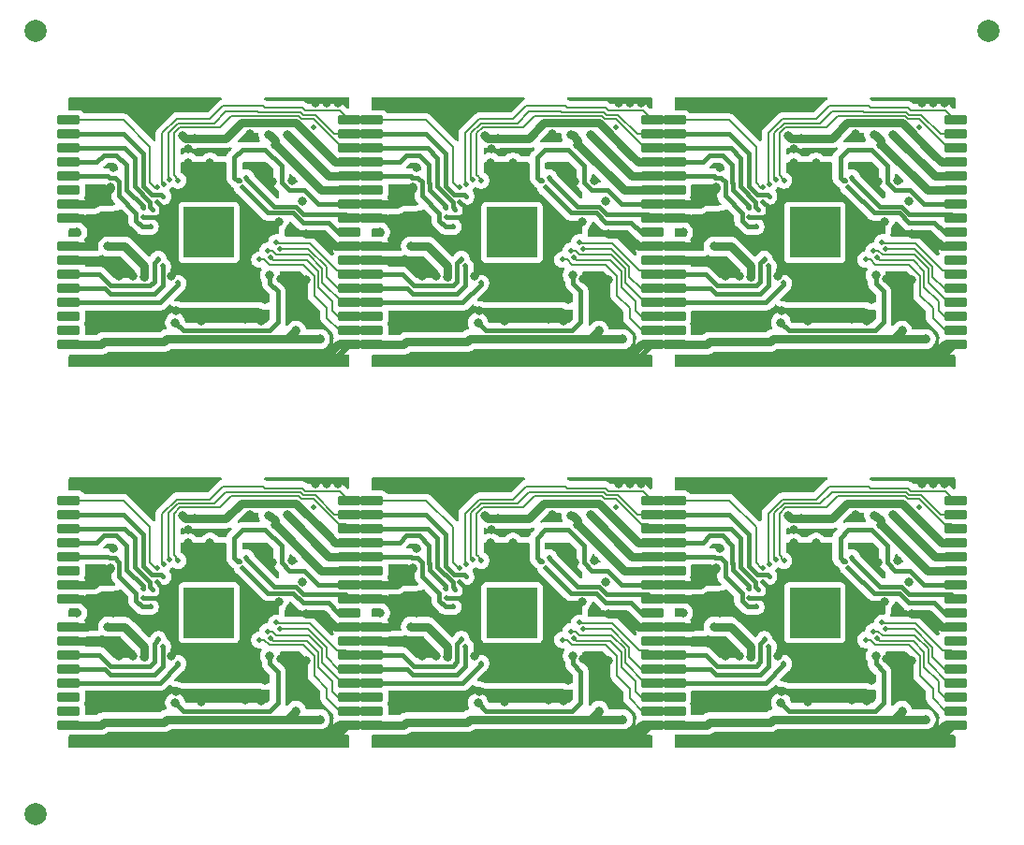
<source format=gbl>
%TF.GenerationSoftware,KiCad,Pcbnew,9.0.5*%
%TF.CreationDate,2025-11-15T17:58:45+00:00*%
%TF.ProjectId,pmic_panel,706d6963-5f70-4616-9e65-6c2e6b696361,rev?*%
%TF.SameCoordinates,Original*%
%TF.FileFunction,Copper,L4,Bot*%
%TF.FilePolarity,Positive*%
%FSLAX46Y46*%
G04 Gerber Fmt 4.6, Leading zero omitted, Abs format (unit mm)*
G04 Created by KiCad (PCBNEW 9.0.5) date 2025-11-15 17:58:45*
%MOMM*%
%LPD*%
G01*
G04 APERTURE LIST*
G04 Aperture macros list*
%AMRoundRect*
0 Rectangle with rounded corners*
0 $1 Rounding radius*
0 $2 $3 $4 $5 $6 $7 $8 $9 X,Y pos of 4 corners*
0 Add a 4 corners polygon primitive as box body*
4,1,4,$2,$3,$4,$5,$6,$7,$8,$9,$2,$3,0*
0 Add four circle primitives for the rounded corners*
1,1,$1+$1,$2,$3*
1,1,$1+$1,$4,$5*
1,1,$1+$1,$6,$7*
1,1,$1+$1,$8,$9*
0 Add four rect primitives between the rounded corners*
20,1,$1+$1,$2,$3,$4,$5,0*
20,1,$1+$1,$4,$5,$6,$7,0*
20,1,$1+$1,$6,$7,$8,$9,0*
20,1,$1+$1,$8,$9,$2,$3,0*%
G04 Aperture macros list end*
%TA.AperFunction,CastellatedPad*%
%ADD10RoundRect,0.120000X-0.880000X-0.280000X0.880000X-0.280000X0.880000X0.280000X-0.880000X0.280000X0*%
%TD*%
%TA.AperFunction,SMDPad,CuDef*%
%ADD11R,4.546000X4.546000*%
%TD*%
%TA.AperFunction,SMDPad,CuDef*%
%ADD12C,2.000000*%
%TD*%
%TA.AperFunction,ViaPad*%
%ADD13C,0.800000*%
%TD*%
%TA.AperFunction,ViaPad*%
%ADD14C,0.500000*%
%TD*%
%TA.AperFunction,Conductor*%
%ADD15C,0.762000*%
%TD*%
%TA.AperFunction,Conductor*%
%ADD16C,0.203200*%
%TD*%
%TA.AperFunction,Conductor*%
%ADD17C,0.406400*%
%TD*%
G04 APERTURE END LIST*
D10*
%TO.P,U2,1,PONKEYN*%
%TO.N,Board_3-PONKEYN*%
X108400000Y-64940000D03*
%TO.P,U2,2,LDO8OUT*%
%TO.N,Board_3-LDO8OUT*%
X108400000Y-66210000D03*
%TO.P,U2,3,LDO7OUT*%
%TO.N,Board_3-LDO7OUT*%
X108400000Y-67480000D03*
%TO.P,U2,4,LDO6OUT*%
%TO.N,Board_3-LDO6OUT*%
X108400000Y-68750000D03*
%TO.P,U2,5,LDO5OUT*%
%TO.N,Board_3-LDO5OUT*%
X108400000Y-70020000D03*
%TO.P,U2,6,VBUS*%
%TO.N,Board_3-VBUS*%
X108400000Y-71290000D03*
%TO.P,U2,7,GND*%
%TO.N,Board_3-GND*%
X108400000Y-72560000D03*
%TO.P,U2,8,VIN*%
%TO.N,Board_3-VIN*%
X108400000Y-73830000D03*
%TO.P,U2,9,VIN2*%
X108400000Y-76370000D03*
%TO.P,U2,10,GND2*%
%TO.N,Board_3-GND*%
X108400000Y-77640000D03*
%TO.P,U2,11,LDO4OUT*%
%TO.N,Board_3-LDO4OUT*%
X108400000Y-78910000D03*
%TO.P,U2,12,LDO1OUT*%
%TO.N,Board_3-LDO1OUT*%
X108400000Y-80180000D03*
%TO.P,U2,13,LDO2OUT*%
%TO.N,Board_3-LDO2OUT*%
X108400000Y-81450000D03*
%TO.P,U2,14,VOUT4*%
%TO.N,Board_3-VOUT4*%
X108400000Y-82720000D03*
%TO.P,U2,15,VOUT3*%
%TO.N,Board_3-VOUT3*%
X108400000Y-83990000D03*
%TO.P,U2,16,VOUT2*%
%TO.N,Board_3-VOUT2*%
X108400000Y-85260000D03*
%TO.P,U2,17,GND3*%
%TO.N,Board_3-GND*%
X133800000Y-85260000D03*
%TO.P,U2,18,WAKEUPN*%
%TO.N,Board_3-WAKEUPN*%
X133800000Y-83990000D03*
%TO.P,U2,19,RSTN*%
%TO.N,Board_3-RSTN*%
X133800000Y-82720000D03*
%TO.P,U2,20,INTN*%
%TO.N,Board_3-INTN*%
X133800000Y-81450000D03*
%TO.P,U2,21,SCL*%
%TO.N,Board_3-SCL*%
X133800000Y-80180000D03*
%TO.P,U2,22,SDA*%
%TO.N,Board_3-SDA*%
X133800000Y-78910000D03*
%TO.P,U2,23,VOUT5*%
%TO.N,Board_3-VOUT5*%
X133800000Y-77640000D03*
%TO.P,U2,24,GND4*%
%TO.N,Board_3-GND*%
X133800000Y-76370000D03*
%TO.P,U2,25,LDO3OUT*%
%TO.N,Board_3-LDO3OUT*%
X133800000Y-75100000D03*
%TO.P,U2,26,LDO3IN*%
%TO.N,Board_3-LDO3IN*%
X133800000Y-73830000D03*
%TO.P,U2,27,VREFDDR*%
%TO.N,Board_3-VREFDDR*%
X133800000Y-72560000D03*
%TO.P,U2,28,VOUT1*%
%TO.N,Board_3-VOUT1*%
X133800000Y-71290000D03*
%TO.P,U2,29,VOUT6*%
%TO.N,Board_3-VOUT6*%
X133800000Y-70020000D03*
%TO.P,U2,30,VOUT7*%
%TO.N,Board_3-VOUT7*%
X133800000Y-68750000D03*
%TO.P,U2,31,PWRCTRL3*%
%TO.N,Board_3-PWRCTRL3*%
X133800000Y-67480000D03*
%TO.P,U2,32,PWRCTRL2*%
%TO.N,Board_3-PWRCTRL2*%
X133800000Y-66210000D03*
%TO.P,U2,33,PWRCTRL1*%
%TO.N,Board_3-PWRCTRL1*%
X133800000Y-64940000D03*
D11*
%TO.P,U2,34,GND6*%
%TO.N,Board_3-GND*%
X121100000Y-75100000D03*
%TD*%
D10*
%TO.P,U2,1,PONKEYN*%
%TO.N,Board_0-PONKEYN*%
X108400000Y-30540000D03*
%TO.P,U2,2,LDO8OUT*%
%TO.N,Board_0-LDO8OUT*%
X108400000Y-31810000D03*
%TO.P,U2,3,LDO7OUT*%
%TO.N,Board_0-LDO7OUT*%
X108400000Y-33080000D03*
%TO.P,U2,4,LDO6OUT*%
%TO.N,Board_0-LDO6OUT*%
X108400000Y-34350000D03*
%TO.P,U2,5,LDO5OUT*%
%TO.N,Board_0-LDO5OUT*%
X108400000Y-35620000D03*
%TO.P,U2,6,VBUS*%
%TO.N,Board_0-VBUS*%
X108400000Y-36890000D03*
%TO.P,U2,7,GND*%
%TO.N,Board_0-GND*%
X108400000Y-38160000D03*
%TO.P,U2,8,VIN*%
%TO.N,Board_0-VIN*%
X108400000Y-39430000D03*
%TO.P,U2,9,VIN2*%
X108400000Y-41970000D03*
%TO.P,U2,10,GND2*%
%TO.N,Board_0-GND*%
X108400000Y-43240000D03*
%TO.P,U2,11,LDO4OUT*%
%TO.N,Board_0-LDO4OUT*%
X108400000Y-44510000D03*
%TO.P,U2,12,LDO1OUT*%
%TO.N,Board_0-LDO1OUT*%
X108400000Y-45780000D03*
%TO.P,U2,13,LDO2OUT*%
%TO.N,Board_0-LDO2OUT*%
X108400000Y-47050000D03*
%TO.P,U2,14,VOUT4*%
%TO.N,Board_0-VOUT4*%
X108400000Y-48320000D03*
%TO.P,U2,15,VOUT3*%
%TO.N,Board_0-VOUT3*%
X108400000Y-49590000D03*
%TO.P,U2,16,VOUT2*%
%TO.N,Board_0-VOUT2*%
X108400000Y-50860000D03*
%TO.P,U2,17,GND3*%
%TO.N,Board_0-GND*%
X133800000Y-50860000D03*
%TO.P,U2,18,WAKEUPN*%
%TO.N,Board_0-WAKEUPN*%
X133800000Y-49590000D03*
%TO.P,U2,19,RSTN*%
%TO.N,Board_0-RSTN*%
X133800000Y-48320000D03*
%TO.P,U2,20,INTN*%
%TO.N,Board_0-INTN*%
X133800000Y-47050000D03*
%TO.P,U2,21,SCL*%
%TO.N,Board_0-SCL*%
X133800000Y-45780000D03*
%TO.P,U2,22,SDA*%
%TO.N,Board_0-SDA*%
X133800000Y-44510000D03*
%TO.P,U2,23,VOUT5*%
%TO.N,Board_0-VOUT5*%
X133800000Y-43240000D03*
%TO.P,U2,24,GND4*%
%TO.N,Board_0-GND*%
X133800000Y-41970000D03*
%TO.P,U2,25,LDO3OUT*%
%TO.N,Board_0-LDO3OUT*%
X133800000Y-40700000D03*
%TO.P,U2,26,LDO3IN*%
%TO.N,Board_0-LDO3IN*%
X133800000Y-39430000D03*
%TO.P,U2,27,VREFDDR*%
%TO.N,Board_0-VREFDDR*%
X133800000Y-38160000D03*
%TO.P,U2,28,VOUT1*%
%TO.N,Board_0-VOUT1*%
X133800000Y-36890000D03*
%TO.P,U2,29,VOUT6*%
%TO.N,Board_0-VOUT6*%
X133800000Y-35620000D03*
%TO.P,U2,30,VOUT7*%
%TO.N,Board_0-VOUT7*%
X133800000Y-34350000D03*
%TO.P,U2,31,PWRCTRL3*%
%TO.N,Board_0-PWRCTRL3*%
X133800000Y-33080000D03*
%TO.P,U2,32,PWRCTRL2*%
%TO.N,Board_0-PWRCTRL2*%
X133800000Y-31810000D03*
%TO.P,U2,33,PWRCTRL1*%
%TO.N,Board_0-PWRCTRL1*%
X133800000Y-30540000D03*
D11*
%TO.P,U2,34,GND6*%
%TO.N,Board_0-GND*%
X121100000Y-40700000D03*
%TD*%
D10*
%TO.P,U2,1,PONKEYN*%
%TO.N,Board_2-PONKEYN*%
X163200000Y-30540000D03*
%TO.P,U2,2,LDO8OUT*%
%TO.N,Board_2-LDO8OUT*%
X163200000Y-31810000D03*
%TO.P,U2,3,LDO7OUT*%
%TO.N,Board_2-LDO7OUT*%
X163200000Y-33080000D03*
%TO.P,U2,4,LDO6OUT*%
%TO.N,Board_2-LDO6OUT*%
X163200000Y-34350000D03*
%TO.P,U2,5,LDO5OUT*%
%TO.N,Board_2-LDO5OUT*%
X163200000Y-35620000D03*
%TO.P,U2,6,VBUS*%
%TO.N,Board_2-VBUS*%
X163200000Y-36890000D03*
%TO.P,U2,7,GND*%
%TO.N,Board_2-GND*%
X163200000Y-38160000D03*
%TO.P,U2,8,VIN*%
%TO.N,Board_2-VIN*%
X163200000Y-39430000D03*
%TO.P,U2,9,VIN2*%
X163200000Y-41970000D03*
%TO.P,U2,10,GND2*%
%TO.N,Board_2-GND*%
X163200000Y-43240000D03*
%TO.P,U2,11,LDO4OUT*%
%TO.N,Board_2-LDO4OUT*%
X163200000Y-44510000D03*
%TO.P,U2,12,LDO1OUT*%
%TO.N,Board_2-LDO1OUT*%
X163200000Y-45780000D03*
%TO.P,U2,13,LDO2OUT*%
%TO.N,Board_2-LDO2OUT*%
X163200000Y-47050000D03*
%TO.P,U2,14,VOUT4*%
%TO.N,Board_2-VOUT4*%
X163200000Y-48320000D03*
%TO.P,U2,15,VOUT3*%
%TO.N,Board_2-VOUT3*%
X163200000Y-49590000D03*
%TO.P,U2,16,VOUT2*%
%TO.N,Board_2-VOUT2*%
X163200000Y-50860000D03*
%TO.P,U2,17,GND3*%
%TO.N,Board_2-GND*%
X188600000Y-50860000D03*
%TO.P,U2,18,WAKEUPN*%
%TO.N,Board_2-WAKEUPN*%
X188600000Y-49590000D03*
%TO.P,U2,19,RSTN*%
%TO.N,Board_2-RSTN*%
X188600000Y-48320000D03*
%TO.P,U2,20,INTN*%
%TO.N,Board_2-INTN*%
X188600000Y-47050000D03*
%TO.P,U2,21,SCL*%
%TO.N,Board_2-SCL*%
X188600000Y-45780000D03*
%TO.P,U2,22,SDA*%
%TO.N,Board_2-SDA*%
X188600000Y-44510000D03*
%TO.P,U2,23,VOUT5*%
%TO.N,Board_2-VOUT5*%
X188600000Y-43240000D03*
%TO.P,U2,24,GND4*%
%TO.N,Board_2-GND*%
X188600000Y-41970000D03*
%TO.P,U2,25,LDO3OUT*%
%TO.N,Board_2-LDO3OUT*%
X188600000Y-40700000D03*
%TO.P,U2,26,LDO3IN*%
%TO.N,Board_2-LDO3IN*%
X188600000Y-39430000D03*
%TO.P,U2,27,VREFDDR*%
%TO.N,Board_2-VREFDDR*%
X188600000Y-38160000D03*
%TO.P,U2,28,VOUT1*%
%TO.N,Board_2-VOUT1*%
X188600000Y-36890000D03*
%TO.P,U2,29,VOUT6*%
%TO.N,Board_2-VOUT6*%
X188600000Y-35620000D03*
%TO.P,U2,30,VOUT7*%
%TO.N,Board_2-VOUT7*%
X188600000Y-34350000D03*
%TO.P,U2,31,PWRCTRL3*%
%TO.N,Board_2-PWRCTRL3*%
X188600000Y-33080000D03*
%TO.P,U2,32,PWRCTRL2*%
%TO.N,Board_2-PWRCTRL2*%
X188600000Y-31810000D03*
%TO.P,U2,33,PWRCTRL1*%
%TO.N,Board_2-PWRCTRL1*%
X188600000Y-30540000D03*
D11*
%TO.P,U2,34,GND6*%
%TO.N,Board_2-GND*%
X175900000Y-40700000D03*
%TD*%
D10*
%TO.P,U2,1,PONKEYN*%
%TO.N,Board_5-PONKEYN*%
X163200000Y-64940000D03*
%TO.P,U2,2,LDO8OUT*%
%TO.N,Board_5-LDO8OUT*%
X163200000Y-66210000D03*
%TO.P,U2,3,LDO7OUT*%
%TO.N,Board_5-LDO7OUT*%
X163200000Y-67480000D03*
%TO.P,U2,4,LDO6OUT*%
%TO.N,Board_5-LDO6OUT*%
X163200000Y-68750000D03*
%TO.P,U2,5,LDO5OUT*%
%TO.N,Board_5-LDO5OUT*%
X163200000Y-70020000D03*
%TO.P,U2,6,VBUS*%
%TO.N,Board_5-VBUS*%
X163200000Y-71290000D03*
%TO.P,U2,7,GND*%
%TO.N,Board_5-GND*%
X163200000Y-72560000D03*
%TO.P,U2,8,VIN*%
%TO.N,Board_5-VIN*%
X163200000Y-73830000D03*
%TO.P,U2,9,VIN2*%
X163200000Y-76370000D03*
%TO.P,U2,10,GND2*%
%TO.N,Board_5-GND*%
X163200000Y-77640000D03*
%TO.P,U2,11,LDO4OUT*%
%TO.N,Board_5-LDO4OUT*%
X163200000Y-78910000D03*
%TO.P,U2,12,LDO1OUT*%
%TO.N,Board_5-LDO1OUT*%
X163200000Y-80180000D03*
%TO.P,U2,13,LDO2OUT*%
%TO.N,Board_5-LDO2OUT*%
X163200000Y-81450000D03*
%TO.P,U2,14,VOUT4*%
%TO.N,Board_5-VOUT4*%
X163200000Y-82720000D03*
%TO.P,U2,15,VOUT3*%
%TO.N,Board_5-VOUT3*%
X163200000Y-83990000D03*
%TO.P,U2,16,VOUT2*%
%TO.N,Board_5-VOUT2*%
X163200000Y-85260000D03*
%TO.P,U2,17,GND3*%
%TO.N,Board_5-GND*%
X188600000Y-85260000D03*
%TO.P,U2,18,WAKEUPN*%
%TO.N,Board_5-WAKEUPN*%
X188600000Y-83990000D03*
%TO.P,U2,19,RSTN*%
%TO.N,Board_5-RSTN*%
X188600000Y-82720000D03*
%TO.P,U2,20,INTN*%
%TO.N,Board_5-INTN*%
X188600000Y-81450000D03*
%TO.P,U2,21,SCL*%
%TO.N,Board_5-SCL*%
X188600000Y-80180000D03*
%TO.P,U2,22,SDA*%
%TO.N,Board_5-SDA*%
X188600000Y-78910000D03*
%TO.P,U2,23,VOUT5*%
%TO.N,Board_5-VOUT5*%
X188600000Y-77640000D03*
%TO.P,U2,24,GND4*%
%TO.N,Board_5-GND*%
X188600000Y-76370000D03*
%TO.P,U2,25,LDO3OUT*%
%TO.N,Board_5-LDO3OUT*%
X188600000Y-75100000D03*
%TO.P,U2,26,LDO3IN*%
%TO.N,Board_5-LDO3IN*%
X188600000Y-73830000D03*
%TO.P,U2,27,VREFDDR*%
%TO.N,Board_5-VREFDDR*%
X188600000Y-72560000D03*
%TO.P,U2,28,VOUT1*%
%TO.N,Board_5-VOUT1*%
X188600000Y-71290000D03*
%TO.P,U2,29,VOUT6*%
%TO.N,Board_5-VOUT6*%
X188600000Y-70020000D03*
%TO.P,U2,30,VOUT7*%
%TO.N,Board_5-VOUT7*%
X188600000Y-68750000D03*
%TO.P,U2,31,PWRCTRL3*%
%TO.N,Board_5-PWRCTRL3*%
X188600000Y-67480000D03*
%TO.P,U2,32,PWRCTRL2*%
%TO.N,Board_5-PWRCTRL2*%
X188600000Y-66210000D03*
%TO.P,U2,33,PWRCTRL1*%
%TO.N,Board_5-PWRCTRL1*%
X188600000Y-64940000D03*
D11*
%TO.P,U2,34,GND6*%
%TO.N,Board_5-GND*%
X175900000Y-75100000D03*
%TD*%
D10*
%TO.P,U2,1,PONKEYN*%
%TO.N,Board_1-PONKEYN*%
X135800000Y-30540000D03*
%TO.P,U2,2,LDO8OUT*%
%TO.N,Board_1-LDO8OUT*%
X135800000Y-31810000D03*
%TO.P,U2,3,LDO7OUT*%
%TO.N,Board_1-LDO7OUT*%
X135800000Y-33080000D03*
%TO.P,U2,4,LDO6OUT*%
%TO.N,Board_1-LDO6OUT*%
X135800000Y-34350000D03*
%TO.P,U2,5,LDO5OUT*%
%TO.N,Board_1-LDO5OUT*%
X135800000Y-35620000D03*
%TO.P,U2,6,VBUS*%
%TO.N,Board_1-VBUS*%
X135800000Y-36890000D03*
%TO.P,U2,7,GND*%
%TO.N,Board_1-GND*%
X135800000Y-38160000D03*
%TO.P,U2,8,VIN*%
%TO.N,Board_1-VIN*%
X135800000Y-39430000D03*
%TO.P,U2,9,VIN2*%
X135800000Y-41970000D03*
%TO.P,U2,10,GND2*%
%TO.N,Board_1-GND*%
X135800000Y-43240000D03*
%TO.P,U2,11,LDO4OUT*%
%TO.N,Board_1-LDO4OUT*%
X135800000Y-44510000D03*
%TO.P,U2,12,LDO1OUT*%
%TO.N,Board_1-LDO1OUT*%
X135800000Y-45780000D03*
%TO.P,U2,13,LDO2OUT*%
%TO.N,Board_1-LDO2OUT*%
X135800000Y-47050000D03*
%TO.P,U2,14,VOUT4*%
%TO.N,Board_1-VOUT4*%
X135800000Y-48320000D03*
%TO.P,U2,15,VOUT3*%
%TO.N,Board_1-VOUT3*%
X135800000Y-49590000D03*
%TO.P,U2,16,VOUT2*%
%TO.N,Board_1-VOUT2*%
X135800000Y-50860000D03*
%TO.P,U2,17,GND3*%
%TO.N,Board_1-GND*%
X161200000Y-50860000D03*
%TO.P,U2,18,WAKEUPN*%
%TO.N,Board_1-WAKEUPN*%
X161200000Y-49590000D03*
%TO.P,U2,19,RSTN*%
%TO.N,Board_1-RSTN*%
X161200000Y-48320000D03*
%TO.P,U2,20,INTN*%
%TO.N,Board_1-INTN*%
X161200000Y-47050000D03*
%TO.P,U2,21,SCL*%
%TO.N,Board_1-SCL*%
X161200000Y-45780000D03*
%TO.P,U2,22,SDA*%
%TO.N,Board_1-SDA*%
X161200000Y-44510000D03*
%TO.P,U2,23,VOUT5*%
%TO.N,Board_1-VOUT5*%
X161200000Y-43240000D03*
%TO.P,U2,24,GND4*%
%TO.N,Board_1-GND*%
X161200000Y-41970000D03*
%TO.P,U2,25,LDO3OUT*%
%TO.N,Board_1-LDO3OUT*%
X161200000Y-40700000D03*
%TO.P,U2,26,LDO3IN*%
%TO.N,Board_1-LDO3IN*%
X161200000Y-39430000D03*
%TO.P,U2,27,VREFDDR*%
%TO.N,Board_1-VREFDDR*%
X161200000Y-38160000D03*
%TO.P,U2,28,VOUT1*%
%TO.N,Board_1-VOUT1*%
X161200000Y-36890000D03*
%TO.P,U2,29,VOUT6*%
%TO.N,Board_1-VOUT6*%
X161200000Y-35620000D03*
%TO.P,U2,30,VOUT7*%
%TO.N,Board_1-VOUT7*%
X161200000Y-34350000D03*
%TO.P,U2,31,PWRCTRL3*%
%TO.N,Board_1-PWRCTRL3*%
X161200000Y-33080000D03*
%TO.P,U2,32,PWRCTRL2*%
%TO.N,Board_1-PWRCTRL2*%
X161200000Y-31810000D03*
%TO.P,U2,33,PWRCTRL1*%
%TO.N,Board_1-PWRCTRL1*%
X161200000Y-30540000D03*
D11*
%TO.P,U2,34,GND6*%
%TO.N,Board_1-GND*%
X148500000Y-40700000D03*
%TD*%
D10*
%TO.P,U2,1,PONKEYN*%
%TO.N,Board_4-PONKEYN*%
X135800000Y-64940000D03*
%TO.P,U2,2,LDO8OUT*%
%TO.N,Board_4-LDO8OUT*%
X135800000Y-66210000D03*
%TO.P,U2,3,LDO7OUT*%
%TO.N,Board_4-LDO7OUT*%
X135800000Y-67480000D03*
%TO.P,U2,4,LDO6OUT*%
%TO.N,Board_4-LDO6OUT*%
X135800000Y-68750000D03*
%TO.P,U2,5,LDO5OUT*%
%TO.N,Board_4-LDO5OUT*%
X135800000Y-70020000D03*
%TO.P,U2,6,VBUS*%
%TO.N,Board_4-VBUS*%
X135800000Y-71290000D03*
%TO.P,U2,7,GND*%
%TO.N,Board_4-GND*%
X135800000Y-72560000D03*
%TO.P,U2,8,VIN*%
%TO.N,Board_4-VIN*%
X135800000Y-73830000D03*
%TO.P,U2,9,VIN2*%
X135800000Y-76370000D03*
%TO.P,U2,10,GND2*%
%TO.N,Board_4-GND*%
X135800000Y-77640000D03*
%TO.P,U2,11,LDO4OUT*%
%TO.N,Board_4-LDO4OUT*%
X135800000Y-78910000D03*
%TO.P,U2,12,LDO1OUT*%
%TO.N,Board_4-LDO1OUT*%
X135800000Y-80180000D03*
%TO.P,U2,13,LDO2OUT*%
%TO.N,Board_4-LDO2OUT*%
X135800000Y-81450000D03*
%TO.P,U2,14,VOUT4*%
%TO.N,Board_4-VOUT4*%
X135800000Y-82720000D03*
%TO.P,U2,15,VOUT3*%
%TO.N,Board_4-VOUT3*%
X135800000Y-83990000D03*
%TO.P,U2,16,VOUT2*%
%TO.N,Board_4-VOUT2*%
X135800000Y-85260000D03*
%TO.P,U2,17,GND3*%
%TO.N,Board_4-GND*%
X161200000Y-85260000D03*
%TO.P,U2,18,WAKEUPN*%
%TO.N,Board_4-WAKEUPN*%
X161200000Y-83990000D03*
%TO.P,U2,19,RSTN*%
%TO.N,Board_4-RSTN*%
X161200000Y-82720000D03*
%TO.P,U2,20,INTN*%
%TO.N,Board_4-INTN*%
X161200000Y-81450000D03*
%TO.P,U2,21,SCL*%
%TO.N,Board_4-SCL*%
X161200000Y-80180000D03*
%TO.P,U2,22,SDA*%
%TO.N,Board_4-SDA*%
X161200000Y-78910000D03*
%TO.P,U2,23,VOUT5*%
%TO.N,Board_4-VOUT5*%
X161200000Y-77640000D03*
%TO.P,U2,24,GND4*%
%TO.N,Board_4-GND*%
X161200000Y-76370000D03*
%TO.P,U2,25,LDO3OUT*%
%TO.N,Board_4-LDO3OUT*%
X161200000Y-75100000D03*
%TO.P,U2,26,LDO3IN*%
%TO.N,Board_4-LDO3IN*%
X161200000Y-73830000D03*
%TO.P,U2,27,VREFDDR*%
%TO.N,Board_4-VREFDDR*%
X161200000Y-72560000D03*
%TO.P,U2,28,VOUT1*%
%TO.N,Board_4-VOUT1*%
X161200000Y-71290000D03*
%TO.P,U2,29,VOUT6*%
%TO.N,Board_4-VOUT6*%
X161200000Y-70020000D03*
%TO.P,U2,30,VOUT7*%
%TO.N,Board_4-VOUT7*%
X161200000Y-68750000D03*
%TO.P,U2,31,PWRCTRL3*%
%TO.N,Board_4-PWRCTRL3*%
X161200000Y-67480000D03*
%TO.P,U2,32,PWRCTRL2*%
%TO.N,Board_4-PWRCTRL2*%
X161200000Y-66210000D03*
%TO.P,U2,33,PWRCTRL1*%
%TO.N,Board_4-PWRCTRL1*%
X161200000Y-64940000D03*
D11*
%TO.P,U2,34,GND6*%
%TO.N,Board_4-GND*%
X148500000Y-75100000D03*
%TD*%
D12*
%TO.P,KiKit_FID_B_2,*%
%TO.N,*%
X191600000Y-22500000D03*
%TD*%
%TO.P,KiKit_FID_B_3,*%
%TO.N,*%
X105400000Y-93300000D03*
%TD*%
%TO.P,KiKit_FID_B_1,*%
%TO.N,*%
X105400000Y-22500000D03*
%TD*%
D13*
%TO.N,Board_0-GND*%
X109416000Y-52384000D03*
X112168800Y-36636000D03*
X124148000Y-52384000D03*
X121100000Y-41589000D03*
X118560000Y-29016000D03*
X120592000Y-29016000D03*
X127196000Y-52384000D03*
X119322000Y-40700000D03*
X121100000Y-39811000D03*
X126180000Y-52384000D03*
X132784000Y-29016000D03*
X122878000Y-38922000D03*
X110432000Y-29016000D03*
X121989000Y-39811000D03*
X115512000Y-29016000D03*
X118127394Y-47816962D03*
X128593000Y-36001000D03*
X119322000Y-41589000D03*
X120084000Y-52384000D03*
X119322000Y-42478000D03*
X119322000Y-39811000D03*
X120211000Y-42478000D03*
X125799000Y-48701000D03*
X131768000Y-29016000D03*
X119220400Y-33156200D03*
X130752000Y-29016000D03*
X121100000Y-52384000D03*
X114242000Y-44637000D03*
X127577000Y-44891000D03*
X110940000Y-43367000D03*
X121100000Y-42478000D03*
X122116000Y-52384000D03*
X124402000Y-48574000D03*
X120436715Y-48729284D03*
X122878000Y-39811000D03*
X121989000Y-40700000D03*
X123132000Y-52384000D03*
X119322000Y-38922000D03*
X125164000Y-52384000D03*
X121989000Y-38922000D03*
X112464000Y-29016000D03*
X119576000Y-29016000D03*
X128212000Y-52384000D03*
X113480000Y-29016000D03*
X120211000Y-39811000D03*
X131768000Y-52384000D03*
X120211000Y-40700000D03*
X120211000Y-41589000D03*
X129863000Y-40827000D03*
X112464000Y-34858000D03*
X128447535Y-40293433D03*
X132784000Y-52384000D03*
X129580393Y-37897625D03*
X121989000Y-41589000D03*
X119068000Y-52384000D03*
X129863000Y-45018000D03*
X109162000Y-40700000D03*
X121100000Y-38922000D03*
X118052000Y-52384000D03*
X117544000Y-29016000D03*
X120211000Y-38922000D03*
X111448000Y-29016000D03*
X116528000Y-29016000D03*
X122878000Y-42478000D03*
X112972000Y-44637000D03*
X114496000Y-29016000D03*
X124783000Y-31810000D03*
X121989000Y-42478000D03*
X121100000Y-40700000D03*
X109416000Y-29016000D03*
X122878000Y-41589000D03*
X122878000Y-40700000D03*
D14*
%TO.N,Board_0-INTN*%
X126402817Y-42382183D03*
%TO.N,Board_0-LDO1OUT*%
X116909000Y-43748000D03*
%TO.N,Board_0-LDO2OUT*%
X118302400Y-45272000D03*
%TO.N,Board_0-LDO3IN*%
X124461923Y-35717267D03*
%TO.N,Board_0-LDO3OUT*%
X124117197Y-36624966D03*
%TO.N,Board_0-LDO4OUT*%
X116528000Y-43113000D03*
%TO.N,Board_0-LDO5OUT*%
X115797405Y-40172800D03*
%TO.N,Board_0-LDO6OUT*%
X115110745Y-38484869D03*
%TO.N,Board_0-LDO7OUT*%
X115969778Y-38591221D03*
%TO.N,Board_0-LDO8OUT*%
X116954406Y-37438316D03*
%TO.N,Board_0-PONKEYN*%
X116392866Y-36623600D03*
%TO.N,Board_0-PWRCTRL1*%
X116988677Y-36306160D03*
%TO.N,Board_0-PWRCTRL2*%
X117554105Y-35893492D03*
%TO.N,Board_0-PWRCTRL3*%
X118306000Y-35980000D03*
%TO.N,Board_0-RSTN*%
X126688000Y-42986000D03*
%TO.N,Board_0-SCL*%
X127522541Y-42180400D03*
%TO.N,Board_0-SDA*%
X127186713Y-41605916D03*
D13*
%TO.N,Board_0-VBUS*%
X111956000Y-41970000D03*
X115258000Y-44722800D03*
%TO.N,Board_0-VIN*%
X120476248Y-45476373D03*
X126180000Y-46796000D03*
X127420962Y-39708194D03*
X126815000Y-36128000D03*
X117712200Y-44637000D03*
D14*
X115157891Y-39345000D03*
D13*
X121199497Y-34376046D03*
X112464000Y-40700000D03*
X116655000Y-41748625D03*
D14*
X116380000Y-37930000D03*
D13*
X122592250Y-45875250D03*
X119192023Y-34373501D03*
%TO.N,Board_0-VOUT1*%
X127069000Y-32779500D03*
X126476946Y-31879028D03*
%TO.N,Board_0-VOUT2*%
X131133000Y-50352000D03*
X128974000Y-49590000D03*
%TO.N,Board_0-VOUT4*%
X126603087Y-44587623D03*
D14*
X130530000Y-31180000D03*
D13*
X118028750Y-48851250D03*
%TO.N,Board_0-VOUT6*%
X128196498Y-31864256D03*
%TO.N,Board_0-VOUT7*%
X118687000Y-31937000D03*
X119830000Y-32191000D03*
D14*
%TO.N,Board_0-VREFDDR*%
X123834867Y-36028400D03*
%TO.N,Board_0-WAKEUPN*%
X125672000Y-43153000D03*
D13*
%TO.N,Board_1-GND*%
X151548000Y-52384000D03*
X145960000Y-29016000D03*
X155612000Y-52384000D03*
X160184000Y-29016000D03*
X146620400Y-33156200D03*
X147611000Y-39811000D03*
X143928000Y-29016000D03*
X137832000Y-29016000D03*
X157263000Y-40827000D03*
X142912000Y-29016000D03*
X148500000Y-39811000D03*
X149389000Y-42478000D03*
X157263000Y-45018000D03*
X150278000Y-40700000D03*
X152183000Y-31810000D03*
X151802000Y-48574000D03*
X146722000Y-40700000D03*
X150278000Y-41589000D03*
X155993000Y-36001000D03*
X155847535Y-40293433D03*
X138848000Y-29016000D03*
X149389000Y-41589000D03*
X139864000Y-29016000D03*
X148500000Y-41589000D03*
X145527394Y-47816962D03*
X147484000Y-52384000D03*
X139568800Y-36636000D03*
X148500000Y-40700000D03*
X146976000Y-29016000D03*
X159168000Y-29016000D03*
X148500000Y-42478000D03*
X145452000Y-52384000D03*
X147611000Y-40700000D03*
X146722000Y-38922000D03*
X140880000Y-29016000D03*
X138340000Y-43367000D03*
X146722000Y-42478000D03*
X144944000Y-29016000D03*
X156980393Y-37897625D03*
X149516000Y-52384000D03*
X150532000Y-52384000D03*
X146468000Y-52384000D03*
X147836715Y-48729284D03*
X154596000Y-52384000D03*
X150278000Y-39811000D03*
X154977000Y-44891000D03*
X148500000Y-52384000D03*
X158152000Y-29016000D03*
X160184000Y-52384000D03*
X152564000Y-52384000D03*
X150278000Y-38922000D03*
X147611000Y-42478000D03*
X147611000Y-38922000D03*
X147611000Y-41589000D03*
X136816000Y-29016000D03*
X159168000Y-52384000D03*
X149389000Y-38922000D03*
X146722000Y-41589000D03*
X149389000Y-40700000D03*
X141642000Y-44637000D03*
X136562000Y-40700000D03*
X147992000Y-29016000D03*
X149389000Y-39811000D03*
X141896000Y-29016000D03*
X153199000Y-48701000D03*
X148500000Y-38922000D03*
X140372000Y-44637000D03*
X146722000Y-39811000D03*
X136816000Y-52384000D03*
X150278000Y-42478000D03*
X153580000Y-52384000D03*
X139864000Y-34858000D03*
D14*
%TO.N,Board_1-INTN*%
X153802817Y-42382183D03*
%TO.N,Board_1-LDO1OUT*%
X144309000Y-43748000D03*
%TO.N,Board_1-LDO2OUT*%
X145702400Y-45272000D03*
%TO.N,Board_1-LDO3IN*%
X151861923Y-35717267D03*
%TO.N,Board_1-LDO3OUT*%
X151517197Y-36624966D03*
%TO.N,Board_1-LDO4OUT*%
X143928000Y-43113000D03*
%TO.N,Board_1-LDO5OUT*%
X143197405Y-40172800D03*
%TO.N,Board_1-LDO6OUT*%
X142510745Y-38484869D03*
%TO.N,Board_1-LDO7OUT*%
X143369778Y-38591221D03*
%TO.N,Board_1-LDO8OUT*%
X144354406Y-37438316D03*
%TO.N,Board_1-PONKEYN*%
X143792866Y-36623600D03*
%TO.N,Board_1-PWRCTRL1*%
X144388677Y-36306160D03*
%TO.N,Board_1-PWRCTRL2*%
X144954105Y-35893492D03*
%TO.N,Board_1-PWRCTRL3*%
X145706000Y-35980000D03*
%TO.N,Board_1-RSTN*%
X154088000Y-42986000D03*
%TO.N,Board_1-SCL*%
X154922541Y-42180400D03*
%TO.N,Board_1-SDA*%
X154586713Y-41605916D03*
D13*
%TO.N,Board_1-VBUS*%
X142658000Y-44722800D03*
X139356000Y-41970000D03*
%TO.N,Board_1-VIN*%
X145112200Y-44637000D03*
X154215000Y-36128000D03*
X146592023Y-34373501D03*
X144055000Y-41748625D03*
D14*
X143780000Y-37930000D03*
D13*
X153580000Y-46796000D03*
X154820962Y-39708194D03*
X147876248Y-45476373D03*
D14*
X142557891Y-39345000D03*
D13*
X148599497Y-34376046D03*
X149992250Y-45875250D03*
X139864000Y-40700000D03*
%TO.N,Board_1-VOUT1*%
X153876946Y-31879028D03*
X154469000Y-32779500D03*
%TO.N,Board_1-VOUT2*%
X158533000Y-50352000D03*
X156374000Y-49590000D03*
%TO.N,Board_1-VOUT4*%
X145428750Y-48851250D03*
X154003087Y-44587623D03*
D14*
X157930000Y-31180000D03*
D13*
%TO.N,Board_1-VOUT6*%
X155596498Y-31864256D03*
%TO.N,Board_1-VOUT7*%
X147230000Y-32191000D03*
X146087000Y-31937000D03*
D14*
%TO.N,Board_1-VREFDDR*%
X151234867Y-36028400D03*
%TO.N,Board_1-WAKEUPN*%
X153072000Y-43153000D03*
D13*
%TO.N,Board_2-GND*%
X174376000Y-29016000D03*
X178948000Y-52384000D03*
X171328000Y-29016000D03*
X174122000Y-40700000D03*
X177678000Y-38922000D03*
X184380393Y-37897625D03*
X175900000Y-41589000D03*
X165232000Y-29016000D03*
X187584000Y-52384000D03*
X181996000Y-52384000D03*
X163962000Y-40700000D03*
X167772000Y-44637000D03*
X174122000Y-42478000D03*
X176789000Y-39811000D03*
X175011000Y-40700000D03*
X166248000Y-29016000D03*
X175900000Y-39811000D03*
X175392000Y-29016000D03*
X183247535Y-40293433D03*
X180599000Y-48701000D03*
X175900000Y-52384000D03*
X164216000Y-29016000D03*
X175011000Y-42478000D03*
X174122000Y-38922000D03*
X186568000Y-52384000D03*
X175900000Y-42478000D03*
X177678000Y-42478000D03*
X175011000Y-38922000D03*
X174020400Y-33156200D03*
X180980000Y-52384000D03*
X175011000Y-41589000D03*
X167264000Y-29016000D03*
X176789000Y-40700000D03*
X186568000Y-29016000D03*
X166968800Y-36636000D03*
X179964000Y-52384000D03*
X184663000Y-40827000D03*
X183012000Y-52384000D03*
X184663000Y-45018000D03*
X179202000Y-48574000D03*
X187584000Y-29016000D03*
X177678000Y-39811000D03*
X173868000Y-52384000D03*
X174122000Y-39811000D03*
X177932000Y-52384000D03*
X177678000Y-40700000D03*
X175236715Y-48729284D03*
X183393000Y-36001000D03*
X173360000Y-29016000D03*
X185552000Y-29016000D03*
X170312000Y-29016000D03*
X174884000Y-52384000D03*
X176789000Y-38922000D03*
X168280000Y-29016000D03*
X175900000Y-40700000D03*
X164216000Y-52384000D03*
X172927394Y-47816962D03*
X169296000Y-29016000D03*
X177678000Y-41589000D03*
X176789000Y-42478000D03*
X182377000Y-44891000D03*
X176916000Y-52384000D03*
X175900000Y-38922000D03*
X175011000Y-39811000D03*
X167264000Y-34858000D03*
X169042000Y-44637000D03*
X174122000Y-41589000D03*
X176789000Y-41589000D03*
X165740000Y-43367000D03*
X179583000Y-31810000D03*
X172344000Y-29016000D03*
X172852000Y-52384000D03*
D14*
%TO.N,Board_2-INTN*%
X181202817Y-42382183D03*
%TO.N,Board_2-LDO1OUT*%
X171709000Y-43748000D03*
%TO.N,Board_2-LDO2OUT*%
X173102400Y-45272000D03*
%TO.N,Board_2-LDO3IN*%
X179261923Y-35717267D03*
%TO.N,Board_2-LDO3OUT*%
X178917197Y-36624966D03*
%TO.N,Board_2-LDO4OUT*%
X171328000Y-43113000D03*
%TO.N,Board_2-LDO5OUT*%
X170597405Y-40172800D03*
%TO.N,Board_2-LDO6OUT*%
X169910745Y-38484869D03*
%TO.N,Board_2-LDO7OUT*%
X170769778Y-38591221D03*
%TO.N,Board_2-LDO8OUT*%
X171754406Y-37438316D03*
%TO.N,Board_2-PONKEYN*%
X171192866Y-36623600D03*
%TO.N,Board_2-PWRCTRL1*%
X171788677Y-36306160D03*
%TO.N,Board_2-PWRCTRL2*%
X172354105Y-35893492D03*
%TO.N,Board_2-PWRCTRL3*%
X173106000Y-35980000D03*
%TO.N,Board_2-RSTN*%
X181488000Y-42986000D03*
%TO.N,Board_2-SCL*%
X182322541Y-42180400D03*
%TO.N,Board_2-SDA*%
X181986713Y-41605916D03*
D13*
%TO.N,Board_2-VBUS*%
X166756000Y-41970000D03*
X170058000Y-44722800D03*
%TO.N,Board_2-VIN*%
X181615000Y-36128000D03*
X175276248Y-45476373D03*
D14*
X169957891Y-39345000D03*
D13*
X182220962Y-39708194D03*
X167264000Y-40700000D03*
X173992023Y-34373501D03*
X175999497Y-34376046D03*
D14*
X171180000Y-37930000D03*
D13*
X180980000Y-46796000D03*
X177392250Y-45875250D03*
X171455000Y-41748625D03*
X172512200Y-44637000D03*
%TO.N,Board_2-VOUT1*%
X181869000Y-32779500D03*
X181276946Y-31879028D03*
%TO.N,Board_2-VOUT2*%
X183774000Y-49590000D03*
X185933000Y-50352000D03*
D14*
%TO.N,Board_2-VOUT4*%
X185330000Y-31180000D03*
D13*
X172828750Y-48851250D03*
X181403087Y-44587623D03*
%TO.N,Board_2-VOUT6*%
X182996498Y-31864256D03*
%TO.N,Board_2-VOUT7*%
X173487000Y-31937000D03*
X174630000Y-32191000D03*
D14*
%TO.N,Board_2-VREFDDR*%
X178634867Y-36028400D03*
%TO.N,Board_2-WAKEUPN*%
X180472000Y-43153000D03*
D13*
%TO.N,Board_3-GND*%
X123132000Y-86784000D03*
X109416000Y-86784000D03*
X118127394Y-82216962D03*
X121989000Y-75989000D03*
X124402000Y-82974000D03*
X119322000Y-73322000D03*
X113480000Y-63416000D03*
X120211000Y-74211000D03*
X119322000Y-75100000D03*
X125799000Y-83101000D03*
X131768000Y-86784000D03*
X119576000Y-63416000D03*
X120211000Y-75100000D03*
X119322000Y-76878000D03*
X124148000Y-86784000D03*
X127196000Y-86784000D03*
X121989000Y-74211000D03*
X110432000Y-63416000D03*
X117544000Y-63416000D03*
X120211000Y-76878000D03*
X122878000Y-74211000D03*
X129863000Y-75227000D03*
X118560000Y-63416000D03*
X128212000Y-86784000D03*
X114242000Y-79037000D03*
X109162000Y-75100000D03*
X121100000Y-75989000D03*
X115512000Y-63416000D03*
X120211000Y-73322000D03*
X121100000Y-86784000D03*
X129580393Y-72297625D03*
X111448000Y-63416000D03*
X118052000Y-86784000D03*
X127577000Y-79291000D03*
X126180000Y-86784000D03*
X128447535Y-74693433D03*
X119220400Y-67556200D03*
X122878000Y-75100000D03*
X121100000Y-73322000D03*
X121989000Y-73322000D03*
X110940000Y-77767000D03*
X121100000Y-76878000D03*
X120436715Y-83129284D03*
X128593000Y-70401000D03*
X109416000Y-63416000D03*
X114496000Y-63416000D03*
X120211000Y-75989000D03*
X132784000Y-63416000D03*
X122878000Y-73322000D03*
X125164000Y-86784000D03*
X122878000Y-75989000D03*
X112972000Y-79037000D03*
X116528000Y-63416000D03*
X132784000Y-86784000D03*
X121100000Y-74211000D03*
X122116000Y-86784000D03*
X112168800Y-71036000D03*
X112464000Y-63416000D03*
X112464000Y-69258000D03*
X120084000Y-86784000D03*
X121989000Y-75100000D03*
X119322000Y-74211000D03*
X131768000Y-63416000D03*
X122878000Y-76878000D03*
X119322000Y-75989000D03*
X124783000Y-66210000D03*
X129863000Y-79418000D03*
X119068000Y-86784000D03*
X130752000Y-63416000D03*
X121100000Y-75100000D03*
X120592000Y-63416000D03*
X121989000Y-76878000D03*
D14*
%TO.N,Board_3-INTN*%
X126402817Y-76782183D03*
%TO.N,Board_3-LDO1OUT*%
X116909000Y-78148000D03*
%TO.N,Board_3-LDO2OUT*%
X118302400Y-79672000D03*
%TO.N,Board_3-LDO3IN*%
X124461923Y-70117267D03*
%TO.N,Board_3-LDO3OUT*%
X124117197Y-71024966D03*
%TO.N,Board_3-LDO4OUT*%
X116528000Y-77513000D03*
%TO.N,Board_3-LDO5OUT*%
X115797405Y-74572800D03*
%TO.N,Board_3-LDO6OUT*%
X115110745Y-72884869D03*
%TO.N,Board_3-LDO7OUT*%
X115969778Y-72991221D03*
%TO.N,Board_3-LDO8OUT*%
X116954406Y-71838316D03*
%TO.N,Board_3-PONKEYN*%
X116392866Y-71023600D03*
%TO.N,Board_3-PWRCTRL1*%
X116988677Y-70706160D03*
%TO.N,Board_3-PWRCTRL2*%
X117554105Y-70293492D03*
%TO.N,Board_3-PWRCTRL3*%
X118306000Y-70380000D03*
%TO.N,Board_3-RSTN*%
X126688000Y-77386000D03*
%TO.N,Board_3-SCL*%
X127522541Y-76580400D03*
%TO.N,Board_3-SDA*%
X127186713Y-76005916D03*
D13*
%TO.N,Board_3-VBUS*%
X111956000Y-76370000D03*
X115258000Y-79122800D03*
%TO.N,Board_3-VIN*%
X126815000Y-70528000D03*
X119192023Y-68773501D03*
X126180000Y-81196000D03*
D14*
X115157891Y-73745000D03*
D13*
X120476248Y-79876373D03*
D14*
X116380000Y-72330000D03*
D13*
X112464000Y-75100000D03*
X116655000Y-76148625D03*
X117712200Y-79037000D03*
X122592250Y-80275250D03*
X127420962Y-74108194D03*
X121199497Y-68776046D03*
%TO.N,Board_3-VOUT1*%
X127069000Y-67179500D03*
X126476946Y-66279028D03*
%TO.N,Board_3-VOUT2*%
X131133000Y-84752000D03*
X128974000Y-83990000D03*
D14*
%TO.N,Board_3-VOUT4*%
X130530000Y-65580000D03*
D13*
X118028750Y-83251250D03*
X126603087Y-78987623D03*
%TO.N,Board_3-VOUT6*%
X128196498Y-66264256D03*
%TO.N,Board_3-VOUT7*%
X118687000Y-66337000D03*
X119830000Y-66591000D03*
D14*
%TO.N,Board_3-VREFDDR*%
X123834867Y-70428400D03*
%TO.N,Board_3-WAKEUPN*%
X125672000Y-77553000D03*
D13*
%TO.N,Board_4-GND*%
X153580000Y-86784000D03*
X148500000Y-75989000D03*
X142912000Y-63416000D03*
X148500000Y-86784000D03*
X146722000Y-75100000D03*
X157263000Y-79418000D03*
X147611000Y-73322000D03*
X146976000Y-63416000D03*
X146722000Y-75989000D03*
X146620400Y-67556200D03*
X149389000Y-76878000D03*
X149389000Y-74211000D03*
X146722000Y-76878000D03*
X147836715Y-83129284D03*
X150278000Y-73322000D03*
X148500000Y-74211000D03*
X139864000Y-63416000D03*
X147992000Y-63416000D03*
X136562000Y-75100000D03*
X149389000Y-73322000D03*
X148500000Y-76878000D03*
X149389000Y-75989000D03*
X147611000Y-74211000D03*
X148500000Y-73322000D03*
X155612000Y-86784000D03*
X141642000Y-79037000D03*
X154596000Y-86784000D03*
X145452000Y-86784000D03*
X138340000Y-77767000D03*
X155847535Y-74693433D03*
X140880000Y-63416000D03*
X147611000Y-75100000D03*
X157263000Y-75227000D03*
X151802000Y-82974000D03*
X136816000Y-63416000D03*
X159168000Y-63416000D03*
X153199000Y-83101000D03*
X155993000Y-70401000D03*
X150278000Y-75989000D03*
X152564000Y-86784000D03*
X138848000Y-63416000D03*
X145527394Y-82216962D03*
X136816000Y-86784000D03*
X154977000Y-79291000D03*
X139864000Y-69258000D03*
X150278000Y-75100000D03*
X145960000Y-63416000D03*
X147484000Y-86784000D03*
X149516000Y-86784000D03*
X143928000Y-63416000D03*
X146468000Y-86784000D03*
X140372000Y-79037000D03*
X151548000Y-86784000D03*
X160184000Y-63416000D03*
X149389000Y-75100000D03*
X146722000Y-73322000D03*
X146722000Y-74211000D03*
X156980393Y-72297625D03*
X147611000Y-76878000D03*
X141896000Y-63416000D03*
X148500000Y-75100000D03*
X150278000Y-76878000D03*
X144944000Y-63416000D03*
X152183000Y-66210000D03*
X147611000Y-75989000D03*
X137832000Y-63416000D03*
X150532000Y-86784000D03*
X159168000Y-86784000D03*
X150278000Y-74211000D03*
X139568800Y-71036000D03*
X160184000Y-86784000D03*
X158152000Y-63416000D03*
D14*
%TO.N,Board_4-INTN*%
X153802817Y-76782183D03*
%TO.N,Board_4-LDO1OUT*%
X144309000Y-78148000D03*
%TO.N,Board_4-LDO2OUT*%
X145702400Y-79672000D03*
%TO.N,Board_4-LDO3IN*%
X151861923Y-70117267D03*
%TO.N,Board_4-LDO3OUT*%
X151517197Y-71024966D03*
%TO.N,Board_4-LDO4OUT*%
X143928000Y-77513000D03*
%TO.N,Board_4-LDO5OUT*%
X143197405Y-74572800D03*
%TO.N,Board_4-LDO6OUT*%
X142510745Y-72884869D03*
%TO.N,Board_4-LDO7OUT*%
X143369778Y-72991221D03*
%TO.N,Board_4-LDO8OUT*%
X144354406Y-71838316D03*
%TO.N,Board_4-PONKEYN*%
X143792866Y-71023600D03*
%TO.N,Board_4-PWRCTRL1*%
X144388677Y-70706160D03*
%TO.N,Board_4-PWRCTRL2*%
X144954105Y-70293492D03*
%TO.N,Board_4-PWRCTRL3*%
X145706000Y-70380000D03*
%TO.N,Board_4-RSTN*%
X154088000Y-77386000D03*
%TO.N,Board_4-SCL*%
X154922541Y-76580400D03*
%TO.N,Board_4-SDA*%
X154586713Y-76005916D03*
D13*
%TO.N,Board_4-VBUS*%
X139356000Y-76370000D03*
X142658000Y-79122800D03*
%TO.N,Board_4-VIN*%
X145112200Y-79037000D03*
X148599497Y-68776046D03*
D14*
X142557891Y-73745000D03*
D13*
X139864000Y-75100000D03*
X154215000Y-70528000D03*
X149992250Y-80275250D03*
X154820962Y-74108194D03*
X147876248Y-79876373D03*
X144055000Y-76148625D03*
X153580000Y-81196000D03*
X146592023Y-68773501D03*
D14*
X143780000Y-72330000D03*
D13*
%TO.N,Board_4-VOUT1*%
X154469000Y-67179500D03*
X153876946Y-66279028D03*
%TO.N,Board_4-VOUT2*%
X158533000Y-84752000D03*
X156374000Y-83990000D03*
%TO.N,Board_4-VOUT4*%
X145428750Y-83251250D03*
D14*
X157930000Y-65580000D03*
D13*
X154003087Y-78987623D03*
%TO.N,Board_4-VOUT6*%
X155596498Y-66264256D03*
%TO.N,Board_4-VOUT7*%
X147230000Y-66591000D03*
X146087000Y-66337000D03*
D14*
%TO.N,Board_4-VREFDDR*%
X151234867Y-70428400D03*
%TO.N,Board_4-WAKEUPN*%
X153072000Y-77553000D03*
D13*
%TO.N,Board_5-GND*%
X166248000Y-63416000D03*
X173360000Y-63416000D03*
X179583000Y-66210000D03*
X175236715Y-83129284D03*
X175011000Y-74211000D03*
X186568000Y-86784000D03*
X184380393Y-72297625D03*
X177678000Y-76878000D03*
X167772000Y-79037000D03*
X181996000Y-86784000D03*
X175011000Y-76878000D03*
X177678000Y-73322000D03*
X176789000Y-76878000D03*
X172852000Y-86784000D03*
X174884000Y-86784000D03*
X180599000Y-83101000D03*
X184663000Y-79418000D03*
X169042000Y-79037000D03*
X184663000Y-75227000D03*
X175011000Y-75100000D03*
X171328000Y-63416000D03*
X175900000Y-75989000D03*
X175900000Y-74211000D03*
X165232000Y-63416000D03*
X174122000Y-73322000D03*
X175011000Y-73322000D03*
X178948000Y-86784000D03*
X179964000Y-86784000D03*
X169296000Y-63416000D03*
X186568000Y-63416000D03*
X170312000Y-63416000D03*
X167264000Y-69258000D03*
X175900000Y-76878000D03*
X176789000Y-74211000D03*
X175900000Y-86784000D03*
X175900000Y-75100000D03*
X175392000Y-63416000D03*
X173868000Y-86784000D03*
X166968800Y-71036000D03*
X164216000Y-86784000D03*
X176789000Y-75989000D03*
X174122000Y-74211000D03*
X176789000Y-75100000D03*
X183247535Y-74693433D03*
X177932000Y-86784000D03*
X180980000Y-86784000D03*
X168280000Y-63416000D03*
X174376000Y-63416000D03*
X164216000Y-63416000D03*
X175900000Y-73322000D03*
X174122000Y-76878000D03*
X172344000Y-63416000D03*
X179202000Y-82974000D03*
X174122000Y-75100000D03*
X165740000Y-77767000D03*
X176916000Y-86784000D03*
X182377000Y-79291000D03*
X174020400Y-67556200D03*
X177678000Y-75989000D03*
X163962000Y-75100000D03*
X183393000Y-70401000D03*
X183012000Y-86784000D03*
X177678000Y-74211000D03*
X176789000Y-73322000D03*
X175011000Y-75989000D03*
X167264000Y-63416000D03*
X187584000Y-63416000D03*
X185552000Y-63416000D03*
X172927394Y-82216962D03*
X174122000Y-75989000D03*
X177678000Y-75100000D03*
X187584000Y-86784000D03*
D14*
%TO.N,Board_5-INTN*%
X181202817Y-76782183D03*
%TO.N,Board_5-LDO1OUT*%
X171709000Y-78148000D03*
%TO.N,Board_5-LDO2OUT*%
X173102400Y-79672000D03*
%TO.N,Board_5-LDO3IN*%
X179261923Y-70117267D03*
%TO.N,Board_5-LDO3OUT*%
X178917197Y-71024966D03*
%TO.N,Board_5-LDO4OUT*%
X171328000Y-77513000D03*
%TO.N,Board_5-LDO5OUT*%
X170597405Y-74572800D03*
%TO.N,Board_5-LDO6OUT*%
X169910745Y-72884869D03*
%TO.N,Board_5-LDO7OUT*%
X170769778Y-72991221D03*
%TO.N,Board_5-LDO8OUT*%
X171754406Y-71838316D03*
%TO.N,Board_5-PONKEYN*%
X171192866Y-71023600D03*
%TO.N,Board_5-PWRCTRL1*%
X171788677Y-70706160D03*
%TO.N,Board_5-PWRCTRL2*%
X172354105Y-70293492D03*
%TO.N,Board_5-PWRCTRL3*%
X173106000Y-70380000D03*
%TO.N,Board_5-RSTN*%
X181488000Y-77386000D03*
%TO.N,Board_5-SCL*%
X182322541Y-76580400D03*
%TO.N,Board_5-SDA*%
X181986713Y-76005916D03*
D13*
%TO.N,Board_5-VBUS*%
X166756000Y-76370000D03*
X170058000Y-79122800D03*
%TO.N,Board_5-VIN*%
X167264000Y-75100000D03*
X182220962Y-74108194D03*
X175276248Y-79876373D03*
X180980000Y-81196000D03*
X175999497Y-68776046D03*
X181615000Y-70528000D03*
X172512200Y-79037000D03*
X171455000Y-76148625D03*
D14*
X171180000Y-72330000D03*
X169957891Y-73745000D03*
D13*
X173992023Y-68773501D03*
X177392250Y-80275250D03*
%TO.N,Board_5-VOUT1*%
X181276946Y-66279028D03*
X181869000Y-67179500D03*
%TO.N,Board_5-VOUT2*%
X185933000Y-84752000D03*
X183774000Y-83990000D03*
D14*
%TO.N,Board_5-VOUT4*%
X185330000Y-65580000D03*
D13*
X172828750Y-83251250D03*
X181403087Y-78987623D03*
%TO.N,Board_5-VOUT6*%
X182996498Y-66264256D03*
%TO.N,Board_5-VOUT7*%
X173487000Y-66337000D03*
X174630000Y-66591000D03*
D14*
%TO.N,Board_5-VREFDDR*%
X178634867Y-70428400D03*
%TO.N,Board_5-WAKEUPN*%
X180472000Y-77553000D03*
%TD*%
D15*
%TO.N,Board_0-GND*%
X132784000Y-50860000D02*
X131768000Y-51876000D01*
X131387000Y-40827000D02*
X129863000Y-40827000D01*
X131768000Y-51876000D02*
X131768000Y-52384000D01*
X108400000Y-43240000D02*
X110813000Y-43240000D01*
X132530000Y-41970000D02*
X131387000Y-40827000D01*
X133800000Y-50860000D02*
X132784000Y-50860000D01*
X108400000Y-38160000D02*
X110686000Y-38160000D01*
X110686000Y-38160000D02*
X112168800Y-36677200D01*
X110813000Y-43240000D02*
X110940000Y-43367000D01*
X133800000Y-41970000D02*
X132530000Y-41970000D01*
X112168800Y-36677200D02*
X112168800Y-36636000D01*
D16*
%TO.N,Board_0-INTN*%
X130117000Y-42732000D02*
X127196000Y-42732000D01*
X133800000Y-47050000D02*
X133165000Y-47050000D01*
X133165000Y-47050000D02*
X131351400Y-45236400D01*
X131351400Y-43966400D02*
X130117000Y-42732000D01*
X127196000Y-42732000D02*
X126846183Y-42382183D01*
X126846183Y-42382183D02*
X126402817Y-42382183D01*
X131351400Y-45236400D02*
X131351400Y-43966400D01*
D17*
%TO.N,Board_0-LDO1OUT*%
X112170989Y-46288000D02*
X111662989Y-45780000D01*
X111662989Y-45780000D02*
X108400000Y-45780000D01*
X116147000Y-46288000D02*
X112170989Y-46288000D01*
X116909000Y-45526000D02*
X116147000Y-46288000D01*
X116909000Y-43748000D02*
X116909000Y-45526000D01*
%TO.N,Board_0-LDO2OUT*%
X116655000Y-47050000D02*
X118302400Y-45402600D01*
X118302400Y-45402600D02*
X118302400Y-45272000D01*
X108400000Y-47050000D02*
X116655000Y-47050000D01*
%TO.N,Board_0-LDO3IN*%
X129629010Y-39030000D02*
X128954610Y-38355600D01*
X133800000Y-39430000D02*
X133400000Y-39030000D01*
X124461923Y-35806923D02*
X124461923Y-35717267D01*
X128954610Y-38355600D02*
X127010600Y-38355600D01*
X127010600Y-38355600D02*
X124461923Y-35806923D01*
X133400000Y-39030000D02*
X129629010Y-39030000D01*
%TO.N,Board_0-LDO3OUT*%
X132784000Y-40700000D02*
X133800000Y-40700000D01*
X126434000Y-38922000D02*
X128720000Y-38922000D01*
X128720000Y-38922000D02*
X129609000Y-39811000D01*
X129609000Y-39811000D02*
X131895000Y-39811000D01*
X124290437Y-36798206D02*
X124117197Y-36624966D01*
X124310206Y-36798206D02*
X126434000Y-38922000D01*
X131895000Y-39811000D02*
X132784000Y-40700000D01*
X124310206Y-36798206D02*
X124290437Y-36798206D01*
%TO.N,Board_0-LDO4OUT*%
X112210000Y-45526000D02*
X111194000Y-44510000D01*
X116528000Y-43113000D02*
X116147000Y-43494000D01*
X116147000Y-45145000D02*
X115766000Y-45526000D01*
X115766000Y-45526000D02*
X112210000Y-45526000D01*
X111194000Y-44510000D02*
X108400000Y-44510000D01*
X116147000Y-43494000D02*
X116147000Y-45145000D01*
%TO.N,Board_0-LDO5OUT*%
X112972000Y-36128000D02*
X112972000Y-37398000D01*
X115061926Y-40172800D02*
X115797405Y-40172800D01*
X112972000Y-37398000D02*
X114504691Y-38930691D01*
X114504691Y-38930691D02*
X114504691Y-39615565D01*
X111956000Y-35620000D02*
X112083000Y-35747000D01*
X108400000Y-35620000D02*
X111956000Y-35620000D01*
X112591000Y-35747000D02*
X112972000Y-36128000D01*
X114504691Y-39615565D02*
X115061926Y-40172800D01*
X112083000Y-35747000D02*
X112591000Y-35747000D01*
%TO.N,Board_0-LDO6OUT*%
X111575000Y-33715000D02*
X112718000Y-33715000D01*
X112718000Y-33715000D02*
X113607000Y-34604000D01*
X113665400Y-36274389D02*
X113665400Y-36821400D01*
X108400000Y-34350000D02*
X110940000Y-34350000D01*
X113665400Y-36821400D02*
X115110745Y-38266745D01*
X113607000Y-34604000D02*
X113607000Y-36215989D01*
X115110745Y-38266745D02*
X115110745Y-38484869D01*
X110940000Y-34350000D02*
X111575000Y-33715000D01*
X113607000Y-36215989D02*
X113665400Y-36274389D01*
%TO.N,Board_0-LDO7OUT*%
X115760500Y-37939511D02*
X115760500Y-38381943D01*
X114369000Y-36548011D02*
X115760500Y-37939511D01*
X115760500Y-38381943D02*
X115969778Y-38591221D01*
X108400000Y-33080000D02*
X113480000Y-33080000D01*
X114369000Y-33969000D02*
X114369000Y-36548011D01*
X113480000Y-33080000D02*
X114369000Y-33969000D01*
%TO.N,Board_0-LDO8OUT*%
X113353000Y-31810000D02*
X115131000Y-33588000D01*
X108400000Y-31810000D02*
X113353000Y-31810000D01*
X115898800Y-37276800D02*
X116792890Y-37276800D01*
X115131000Y-36509000D02*
X115898800Y-37276800D01*
X115131000Y-33588000D02*
X115131000Y-36509000D01*
X116792890Y-37276800D02*
X116954406Y-37438316D01*
D16*
%TO.N,Board_0-PONKEYN*%
X116342866Y-36673600D02*
X116392866Y-36623600D01*
X108400000Y-30540000D02*
X113353000Y-30540000D01*
X115766000Y-36190954D02*
X116248646Y-36673600D01*
X113353000Y-30540000D02*
X115766000Y-32953000D01*
X116248646Y-36673600D02*
X116342866Y-36673600D01*
X115766000Y-32953000D02*
X115766000Y-36190954D01*
%TO.N,Board_0-PWRCTRL1*%
X122370000Y-29270000D02*
X121199000Y-30441000D01*
X129541058Y-29425000D02*
X126120942Y-29425000D01*
X133800000Y-30540000D02*
X132939000Y-29679000D01*
X116876985Y-36270377D02*
X116912768Y-36306160D01*
X116876985Y-31727518D02*
X116876985Y-36270377D01*
X121199000Y-30441000D02*
X118163503Y-30441000D01*
X116912768Y-36306160D02*
X116988677Y-36306160D01*
X132939000Y-29679000D02*
X129795058Y-29679000D01*
X126120942Y-29425000D02*
X125965942Y-29270000D01*
X129795058Y-29679000D02*
X129541058Y-29425000D01*
X118163503Y-30441000D02*
X116876985Y-31727518D01*
X125965942Y-29270000D02*
X122370000Y-29270000D01*
%TO.N,Board_0-PWRCTRL2*%
X129390616Y-29788200D02*
X125555200Y-29788200D01*
X118313945Y-30804200D02*
X117417000Y-31701145D01*
X129644616Y-30042200D02*
X129390616Y-29788200D01*
X130685923Y-30042200D02*
X129644616Y-30042200D01*
X117417000Y-35884097D02*
X117426395Y-35893492D01*
X125545000Y-29778000D02*
X122624000Y-29778000D01*
X132453723Y-31810000D02*
X130685923Y-30042200D01*
X117417000Y-31701145D02*
X117417000Y-35884097D01*
X117426395Y-35893492D02*
X117554105Y-35893492D01*
X121597800Y-30804200D02*
X118313945Y-30804200D01*
X122624000Y-29778000D02*
X121597800Y-30804200D01*
X125555200Y-29788200D02*
X125545000Y-29778000D01*
X133800000Y-31810000D02*
X132453723Y-31810000D01*
%TO.N,Board_0-PWRCTRL3*%
X118105705Y-35665011D02*
X118105705Y-35779705D01*
X130535481Y-30405400D02*
X129494174Y-30405400D01*
X122123600Y-31167400D02*
X118464387Y-31167400D01*
X133400000Y-32680000D02*
X132810081Y-32680000D01*
X118464387Y-31167400D02*
X117925000Y-31706787D01*
X132810081Y-32680000D02*
X130535481Y-30405400D01*
X118105705Y-35779705D02*
X118306000Y-35980000D01*
X129494174Y-30405400D02*
X129240174Y-30151400D01*
X117925000Y-31706787D02*
X117925000Y-35484306D01*
X129240174Y-30151400D02*
X123139600Y-30151400D01*
X117925000Y-35484306D02*
X118105705Y-35665011D01*
X123139600Y-30151400D02*
X122123600Y-31167400D01*
X133800000Y-33080000D02*
X133400000Y-32680000D01*
%TO.N,Board_0-RSTN*%
X126942000Y-43240000D02*
X129990000Y-43240000D01*
X129990000Y-43240000D02*
X130988200Y-44238200D01*
X130988200Y-44238200D02*
X130988200Y-45635200D01*
X130988200Y-45635200D02*
X132276000Y-46923000D01*
X132276000Y-46923000D02*
X132276000Y-47812000D01*
X126688000Y-42986000D02*
X126942000Y-43240000D01*
X132784000Y-48320000D02*
X133800000Y-48320000D01*
X132276000Y-47812000D02*
X132784000Y-48320000D01*
%TO.N,Board_0-SCL*%
X131714600Y-44694600D02*
X131714600Y-43815958D01*
X131714600Y-43815958D02*
X130079042Y-42180400D01*
X132800000Y-45780000D02*
X131714600Y-44694600D01*
X130079042Y-42180400D02*
X127522541Y-42180400D01*
X133800000Y-45780000D02*
X132800000Y-45780000D01*
%TO.N,Board_0-SDA*%
X133800000Y-44510000D02*
X133400000Y-44110000D01*
X133400000Y-44110000D02*
X132638000Y-44110000D01*
X130192591Y-41664591D02*
X127245388Y-41664591D01*
X127245388Y-41664591D02*
X127186713Y-41605916D01*
X132638000Y-44110000D02*
X130192591Y-41664591D01*
D15*
%TO.N,Board_0-VBUS*%
X113480000Y-41970000D02*
X111956000Y-41970000D01*
X115258000Y-44722800D02*
X115258000Y-43748000D01*
X115258000Y-43748000D02*
X113480000Y-41970000D01*
%TO.N,Board_0-VIN*%
X109670000Y-39430000D02*
X110686000Y-40446000D01*
X110051000Y-41970000D02*
X108400000Y-41970000D01*
X108400000Y-39430000D02*
X109670000Y-39430000D01*
D17*
X116782000Y-38332000D02*
X116380000Y-37930000D01*
X115157891Y-39345000D02*
X116460600Y-39345000D01*
D15*
X110686000Y-40446000D02*
X110686000Y-41335000D01*
X110686000Y-41335000D02*
X110051000Y-41970000D01*
D17*
X116460600Y-39345000D02*
X116782000Y-39023600D01*
X116782000Y-39023600D02*
X116782000Y-38332000D01*
D15*
%TO.N,Board_0-VOUT1*%
X131260000Y-36890000D02*
X127149500Y-32779500D01*
X133800000Y-36890000D02*
X131260000Y-36890000D01*
X127069000Y-32351905D02*
X126596123Y-31879028D01*
X127069000Y-32779500D02*
X127069000Y-32351905D01*
X126596123Y-31879028D02*
X126476946Y-31879028D01*
%TO.N,Board_0-VOUT2*%
X128212000Y-50352000D02*
X128974000Y-49590000D01*
X111321000Y-50860000D02*
X111575000Y-50606000D01*
X108400000Y-50860000D02*
X111321000Y-50860000D01*
X117036000Y-50606000D02*
X117290000Y-50352000D01*
X111575000Y-50606000D02*
X117036000Y-50606000D01*
X128212000Y-50352000D02*
X131133000Y-50352000D01*
X117290000Y-50352000D02*
X128212000Y-50352000D01*
D17*
%TO.N,Board_0-VOUT4*%
X127323000Y-46034000D02*
X127323000Y-48828000D01*
X126603087Y-44587623D02*
X126603087Y-45314087D01*
X127323000Y-48828000D02*
X126561000Y-49590000D01*
X118767500Y-49590000D02*
X118028750Y-48851250D01*
X126561000Y-49590000D02*
X118767500Y-49590000D01*
X126603087Y-45314087D02*
X127323000Y-46034000D01*
D15*
%TO.N,Board_0-VOUT6*%
X133800000Y-35620000D02*
X131952242Y-35620000D01*
X131952242Y-35620000D02*
X128196498Y-31864256D01*
%TO.N,Board_0-VOUT7*%
X131895000Y-33715000D02*
X128974000Y-30794000D01*
X126307000Y-30794000D02*
X124021000Y-30794000D01*
X120211000Y-32191000D02*
X118941000Y-32191000D01*
X122624000Y-32191000D02*
X120211000Y-32191000D01*
X118941000Y-32191000D02*
X118687000Y-31937000D01*
X128974000Y-30794000D02*
X126307000Y-30794000D01*
X124021000Y-30794000D02*
X122624000Y-32191000D01*
X132530000Y-34350000D02*
X131895000Y-33715000D01*
X133800000Y-34350000D02*
X132530000Y-34350000D01*
X120211000Y-32191000D02*
X119830000Y-32191000D01*
D17*
%TO.N,Board_0-VREFDDR*%
X123386000Y-33925400D02*
X123386000Y-35747000D01*
X126180000Y-33207000D02*
X124104400Y-33207000D01*
X127640500Y-36191500D02*
X127640500Y-34667500D01*
X128339000Y-36890000D02*
X127640500Y-36191500D01*
X133800000Y-38160000D02*
X130978665Y-38160000D01*
X123667400Y-36028400D02*
X123834867Y-36028400D01*
X127640500Y-34667500D02*
X126180000Y-33207000D01*
X129708665Y-36890000D02*
X128339000Y-36890000D01*
X123386000Y-35747000D02*
X123667400Y-36028400D01*
X130978665Y-38160000D02*
X129708665Y-36890000D01*
X124104400Y-33207000D02*
X123386000Y-33925400D01*
D16*
%TO.N,Board_0-WAKEUPN*%
X131768000Y-47558000D02*
X131768000Y-48447000D01*
X132911000Y-49590000D02*
X133800000Y-49590000D01*
X125672000Y-43153000D02*
X126093000Y-43153000D01*
X126093000Y-43153000D02*
X126561000Y-43621000D01*
X130625000Y-46415000D02*
X131768000Y-47558000D01*
X131768000Y-48447000D02*
X132911000Y-49590000D01*
X126561000Y-43621000D02*
X129609000Y-43621000D01*
X129609000Y-43621000D02*
X130625000Y-44637000D01*
X130625000Y-44637000D02*
X130625000Y-46415000D01*
D15*
%TO.N,Board_1-GND*%
X135800000Y-38160000D02*
X138086000Y-38160000D01*
X158787000Y-40827000D02*
X157263000Y-40827000D01*
X161200000Y-41970000D02*
X159930000Y-41970000D01*
X139568800Y-36677200D02*
X139568800Y-36636000D01*
X135800000Y-43240000D02*
X138213000Y-43240000D01*
X161200000Y-50860000D02*
X160184000Y-50860000D01*
X138213000Y-43240000D02*
X138340000Y-43367000D01*
X159168000Y-51876000D02*
X159168000Y-52384000D01*
X159930000Y-41970000D02*
X158787000Y-40827000D01*
X138086000Y-38160000D02*
X139568800Y-36677200D01*
X160184000Y-50860000D02*
X159168000Y-51876000D01*
D16*
%TO.N,Board_1-INTN*%
X154246183Y-42382183D02*
X153802817Y-42382183D01*
X157517000Y-42732000D02*
X154596000Y-42732000D01*
X161200000Y-47050000D02*
X160565000Y-47050000D01*
X158751400Y-45236400D02*
X158751400Y-43966400D01*
X154596000Y-42732000D02*
X154246183Y-42382183D01*
X160565000Y-47050000D02*
X158751400Y-45236400D01*
X158751400Y-43966400D02*
X157517000Y-42732000D01*
D17*
%TO.N,Board_1-LDO1OUT*%
X144309000Y-43748000D02*
X144309000Y-45526000D01*
X139062989Y-45780000D02*
X135800000Y-45780000D01*
X143547000Y-46288000D02*
X139570989Y-46288000D01*
X139570989Y-46288000D02*
X139062989Y-45780000D01*
X144309000Y-45526000D02*
X143547000Y-46288000D01*
%TO.N,Board_1-LDO2OUT*%
X145702400Y-45402600D02*
X145702400Y-45272000D01*
X144055000Y-47050000D02*
X145702400Y-45402600D01*
X135800000Y-47050000D02*
X144055000Y-47050000D01*
%TO.N,Board_1-LDO3IN*%
X161200000Y-39430000D02*
X160800000Y-39030000D01*
X154410600Y-38355600D02*
X151861923Y-35806923D01*
X156354610Y-38355600D02*
X154410600Y-38355600D01*
X151861923Y-35806923D02*
X151861923Y-35717267D01*
X160800000Y-39030000D02*
X157029010Y-39030000D01*
X157029010Y-39030000D02*
X156354610Y-38355600D01*
%TO.N,Board_1-LDO3OUT*%
X151690437Y-36798206D02*
X151517197Y-36624966D01*
X159295000Y-39811000D02*
X160184000Y-40700000D01*
X151710206Y-36798206D02*
X153834000Y-38922000D01*
X151710206Y-36798206D02*
X151690437Y-36798206D01*
X156120000Y-38922000D02*
X157009000Y-39811000D01*
X160184000Y-40700000D02*
X161200000Y-40700000D01*
X157009000Y-39811000D02*
X159295000Y-39811000D01*
X153834000Y-38922000D02*
X156120000Y-38922000D01*
%TO.N,Board_1-LDO4OUT*%
X139610000Y-45526000D02*
X138594000Y-44510000D01*
X143928000Y-43113000D02*
X143547000Y-43494000D01*
X143547000Y-43494000D02*
X143547000Y-45145000D01*
X143547000Y-45145000D02*
X143166000Y-45526000D01*
X143166000Y-45526000D02*
X139610000Y-45526000D01*
X138594000Y-44510000D02*
X135800000Y-44510000D01*
%TO.N,Board_1-LDO5OUT*%
X142461926Y-40172800D02*
X143197405Y-40172800D01*
X139356000Y-35620000D02*
X139483000Y-35747000D01*
X140372000Y-36128000D02*
X140372000Y-37398000D01*
X141904691Y-38930691D02*
X141904691Y-39615565D01*
X139991000Y-35747000D02*
X140372000Y-36128000D01*
X135800000Y-35620000D02*
X139356000Y-35620000D01*
X139483000Y-35747000D02*
X139991000Y-35747000D01*
X141904691Y-39615565D02*
X142461926Y-40172800D01*
X140372000Y-37398000D02*
X141904691Y-38930691D01*
%TO.N,Board_1-LDO6OUT*%
X138975000Y-33715000D02*
X140118000Y-33715000D01*
X141065400Y-36274389D02*
X141065400Y-36821400D01*
X140118000Y-33715000D02*
X141007000Y-34604000D01*
X141007000Y-34604000D02*
X141007000Y-36215989D01*
X141007000Y-36215989D02*
X141065400Y-36274389D01*
X135800000Y-34350000D02*
X138340000Y-34350000D01*
X138340000Y-34350000D02*
X138975000Y-33715000D01*
X141065400Y-36821400D02*
X142510745Y-38266745D01*
X142510745Y-38266745D02*
X142510745Y-38484869D01*
%TO.N,Board_1-LDO7OUT*%
X135800000Y-33080000D02*
X140880000Y-33080000D01*
X140880000Y-33080000D02*
X141769000Y-33969000D01*
X141769000Y-33969000D02*
X141769000Y-36548011D01*
X143160500Y-38381943D02*
X143369778Y-38591221D01*
X143160500Y-37939511D02*
X143160500Y-38381943D01*
X141769000Y-36548011D02*
X143160500Y-37939511D01*
%TO.N,Board_1-LDO8OUT*%
X144192890Y-37276800D02*
X144354406Y-37438316D01*
X140753000Y-31810000D02*
X142531000Y-33588000D01*
X135800000Y-31810000D02*
X140753000Y-31810000D01*
X143298800Y-37276800D02*
X144192890Y-37276800D01*
X142531000Y-33588000D02*
X142531000Y-36509000D01*
X142531000Y-36509000D02*
X143298800Y-37276800D01*
D16*
%TO.N,Board_1-PONKEYN*%
X143166000Y-36190954D02*
X143648646Y-36673600D01*
X143648646Y-36673600D02*
X143742866Y-36673600D01*
X143166000Y-32953000D02*
X143166000Y-36190954D01*
X143742866Y-36673600D02*
X143792866Y-36623600D01*
X140753000Y-30540000D02*
X143166000Y-32953000D01*
X135800000Y-30540000D02*
X140753000Y-30540000D01*
%TO.N,Board_1-PWRCTRL1*%
X160339000Y-29679000D02*
X157195058Y-29679000D01*
X144312768Y-36306160D02*
X144388677Y-36306160D01*
X153520942Y-29425000D02*
X153365942Y-29270000D01*
X161200000Y-30540000D02*
X160339000Y-29679000D01*
X149770000Y-29270000D02*
X148599000Y-30441000D01*
X156941058Y-29425000D02*
X153520942Y-29425000D01*
X144276985Y-31727518D02*
X144276985Y-36270377D01*
X148599000Y-30441000D02*
X145563503Y-30441000D01*
X153365942Y-29270000D02*
X149770000Y-29270000D01*
X157195058Y-29679000D02*
X156941058Y-29425000D01*
X145563503Y-30441000D02*
X144276985Y-31727518D01*
X144276985Y-36270377D02*
X144312768Y-36306160D01*
%TO.N,Board_1-PWRCTRL2*%
X144826395Y-35893492D02*
X144954105Y-35893492D01*
X161200000Y-31810000D02*
X159853723Y-31810000D01*
X144817000Y-35884097D02*
X144826395Y-35893492D01*
X152955200Y-29788200D02*
X152945000Y-29778000D01*
X157044616Y-30042200D02*
X156790616Y-29788200D01*
X158085923Y-30042200D02*
X157044616Y-30042200D01*
X159853723Y-31810000D02*
X158085923Y-30042200D01*
X144817000Y-31701145D02*
X144817000Y-35884097D01*
X152945000Y-29778000D02*
X150024000Y-29778000D01*
X145713945Y-30804200D02*
X144817000Y-31701145D01*
X150024000Y-29778000D02*
X148997800Y-30804200D01*
X156790616Y-29788200D02*
X152955200Y-29788200D01*
X148997800Y-30804200D02*
X145713945Y-30804200D01*
%TO.N,Board_1-PWRCTRL3*%
X145505705Y-35665011D02*
X145505705Y-35779705D01*
X145325000Y-35484306D02*
X145505705Y-35665011D01*
X156894174Y-30405400D02*
X156640174Y-30151400D01*
X149523600Y-31167400D02*
X145864387Y-31167400D01*
X161200000Y-33080000D02*
X160800000Y-32680000D01*
X160800000Y-32680000D02*
X160210081Y-32680000D01*
X157935481Y-30405400D02*
X156894174Y-30405400D01*
X150539600Y-30151400D02*
X149523600Y-31167400D01*
X145505705Y-35779705D02*
X145706000Y-35980000D01*
X156640174Y-30151400D02*
X150539600Y-30151400D01*
X160210081Y-32680000D02*
X157935481Y-30405400D01*
X145864387Y-31167400D02*
X145325000Y-31706787D01*
X145325000Y-31706787D02*
X145325000Y-35484306D01*
%TO.N,Board_1-RSTN*%
X159676000Y-47812000D02*
X160184000Y-48320000D01*
X160184000Y-48320000D02*
X161200000Y-48320000D01*
X159676000Y-46923000D02*
X159676000Y-47812000D01*
X158388200Y-44238200D02*
X158388200Y-45635200D01*
X157390000Y-43240000D02*
X158388200Y-44238200D01*
X154088000Y-42986000D02*
X154342000Y-43240000D01*
X154342000Y-43240000D02*
X157390000Y-43240000D01*
X158388200Y-45635200D02*
X159676000Y-46923000D01*
%TO.N,Board_1-SCL*%
X159114600Y-44694600D02*
X159114600Y-43815958D01*
X157479042Y-42180400D02*
X154922541Y-42180400D01*
X161200000Y-45780000D02*
X160200000Y-45780000D01*
X160200000Y-45780000D02*
X159114600Y-44694600D01*
X159114600Y-43815958D02*
X157479042Y-42180400D01*
%TO.N,Board_1-SDA*%
X160800000Y-44110000D02*
X160038000Y-44110000D01*
X154645388Y-41664591D02*
X154586713Y-41605916D01*
X160038000Y-44110000D02*
X157592591Y-41664591D01*
X161200000Y-44510000D02*
X160800000Y-44110000D01*
X157592591Y-41664591D02*
X154645388Y-41664591D01*
D15*
%TO.N,Board_1-VBUS*%
X142658000Y-44722800D02*
X142658000Y-43748000D01*
X142658000Y-43748000D02*
X140880000Y-41970000D01*
X140880000Y-41970000D02*
X139356000Y-41970000D01*
%TO.N,Board_1-VIN*%
X137070000Y-39430000D02*
X138086000Y-40446000D01*
X138086000Y-41335000D02*
X137451000Y-41970000D01*
D17*
X143860600Y-39345000D02*
X144182000Y-39023600D01*
D15*
X138086000Y-40446000D02*
X138086000Y-41335000D01*
D17*
X144182000Y-38332000D02*
X143780000Y-37930000D01*
X144182000Y-39023600D02*
X144182000Y-38332000D01*
D15*
X135800000Y-39430000D02*
X137070000Y-39430000D01*
D17*
X142557891Y-39345000D02*
X143860600Y-39345000D01*
D15*
X137451000Y-41970000D02*
X135800000Y-41970000D01*
%TO.N,Board_1-VOUT1*%
X153996123Y-31879028D02*
X153876946Y-31879028D01*
X154469000Y-32351905D02*
X153996123Y-31879028D01*
X161200000Y-36890000D02*
X158660000Y-36890000D01*
X158660000Y-36890000D02*
X154549500Y-32779500D01*
X154469000Y-32779500D02*
X154469000Y-32351905D01*
%TO.N,Board_1-VOUT2*%
X155612000Y-50352000D02*
X156374000Y-49590000D01*
X155612000Y-50352000D02*
X158533000Y-50352000D01*
X138721000Y-50860000D02*
X138975000Y-50606000D01*
X138975000Y-50606000D02*
X144436000Y-50606000D01*
X144690000Y-50352000D02*
X155612000Y-50352000D01*
X135800000Y-50860000D02*
X138721000Y-50860000D01*
X144436000Y-50606000D02*
X144690000Y-50352000D01*
D17*
%TO.N,Board_1-VOUT4*%
X154003087Y-45314087D02*
X154723000Y-46034000D01*
X154003087Y-44587623D02*
X154003087Y-45314087D01*
X146167500Y-49590000D02*
X145428750Y-48851250D01*
X154723000Y-46034000D02*
X154723000Y-48828000D01*
X153961000Y-49590000D02*
X146167500Y-49590000D01*
X154723000Y-48828000D02*
X153961000Y-49590000D01*
D15*
%TO.N,Board_1-VOUT6*%
X161200000Y-35620000D02*
X159352242Y-35620000D01*
X159352242Y-35620000D02*
X155596498Y-31864256D01*
%TO.N,Board_1-VOUT7*%
X159295000Y-33715000D02*
X156374000Y-30794000D01*
X153707000Y-30794000D02*
X151421000Y-30794000D01*
X156374000Y-30794000D02*
X153707000Y-30794000D01*
X161200000Y-34350000D02*
X159930000Y-34350000D01*
X151421000Y-30794000D02*
X150024000Y-32191000D01*
X159930000Y-34350000D02*
X159295000Y-33715000D01*
X146341000Y-32191000D02*
X146087000Y-31937000D01*
X150024000Y-32191000D02*
X147611000Y-32191000D01*
X147611000Y-32191000D02*
X146341000Y-32191000D01*
X147611000Y-32191000D02*
X147230000Y-32191000D01*
D17*
%TO.N,Board_1-VREFDDR*%
X157108665Y-36890000D02*
X155739000Y-36890000D01*
X150786000Y-35747000D02*
X151067400Y-36028400D01*
X151504400Y-33207000D02*
X150786000Y-33925400D01*
X150786000Y-33925400D02*
X150786000Y-35747000D01*
X153580000Y-33207000D02*
X151504400Y-33207000D01*
X155040500Y-36191500D02*
X155040500Y-34667500D01*
X158378665Y-38160000D02*
X157108665Y-36890000D01*
X161200000Y-38160000D02*
X158378665Y-38160000D01*
X151067400Y-36028400D02*
X151234867Y-36028400D01*
X155040500Y-34667500D02*
X153580000Y-33207000D01*
X155739000Y-36890000D02*
X155040500Y-36191500D01*
D16*
%TO.N,Board_1-WAKEUPN*%
X153072000Y-43153000D02*
X153493000Y-43153000D01*
X158025000Y-46415000D02*
X159168000Y-47558000D01*
X158025000Y-44637000D02*
X158025000Y-46415000D01*
X160311000Y-49590000D02*
X161200000Y-49590000D01*
X159168000Y-47558000D02*
X159168000Y-48447000D01*
X153961000Y-43621000D02*
X157009000Y-43621000D01*
X153493000Y-43153000D02*
X153961000Y-43621000D01*
X157009000Y-43621000D02*
X158025000Y-44637000D01*
X159168000Y-48447000D02*
X160311000Y-49590000D01*
D15*
%TO.N,Board_2-GND*%
X188600000Y-41970000D02*
X187330000Y-41970000D01*
X186187000Y-40827000D02*
X184663000Y-40827000D01*
X163200000Y-43240000D02*
X165613000Y-43240000D01*
X188600000Y-50860000D02*
X187584000Y-50860000D01*
X186568000Y-51876000D02*
X186568000Y-52384000D01*
X165486000Y-38160000D02*
X166968800Y-36677200D01*
X187330000Y-41970000D02*
X186187000Y-40827000D01*
X165613000Y-43240000D02*
X165740000Y-43367000D01*
X166968800Y-36677200D02*
X166968800Y-36636000D01*
X163200000Y-38160000D02*
X165486000Y-38160000D01*
X187584000Y-50860000D02*
X186568000Y-51876000D01*
D16*
%TO.N,Board_2-INTN*%
X188600000Y-47050000D02*
X187965000Y-47050000D01*
X187965000Y-47050000D02*
X186151400Y-45236400D01*
X181646183Y-42382183D02*
X181202817Y-42382183D01*
X186151400Y-45236400D02*
X186151400Y-43966400D01*
X181996000Y-42732000D02*
X181646183Y-42382183D01*
X186151400Y-43966400D02*
X184917000Y-42732000D01*
X184917000Y-42732000D02*
X181996000Y-42732000D01*
D17*
%TO.N,Board_2-LDO1OUT*%
X171709000Y-43748000D02*
X171709000Y-45526000D01*
X166462989Y-45780000D02*
X163200000Y-45780000D01*
X170947000Y-46288000D02*
X166970989Y-46288000D01*
X171709000Y-45526000D02*
X170947000Y-46288000D01*
X166970989Y-46288000D02*
X166462989Y-45780000D01*
%TO.N,Board_2-LDO2OUT*%
X171455000Y-47050000D02*
X173102400Y-45402600D01*
X173102400Y-45402600D02*
X173102400Y-45272000D01*
X163200000Y-47050000D02*
X171455000Y-47050000D01*
%TO.N,Board_2-LDO3IN*%
X188200000Y-39030000D02*
X184429010Y-39030000D01*
X183754610Y-38355600D02*
X181810600Y-38355600D01*
X188600000Y-39430000D02*
X188200000Y-39030000D01*
X184429010Y-39030000D02*
X183754610Y-38355600D01*
X181810600Y-38355600D02*
X179261923Y-35806923D01*
X179261923Y-35806923D02*
X179261923Y-35717267D01*
%TO.N,Board_2-LDO3OUT*%
X179110206Y-36798206D02*
X179090437Y-36798206D01*
X183520000Y-38922000D02*
X184409000Y-39811000D01*
X186695000Y-39811000D02*
X187584000Y-40700000D01*
X184409000Y-39811000D02*
X186695000Y-39811000D01*
X179090437Y-36798206D02*
X178917197Y-36624966D01*
X179110206Y-36798206D02*
X181234000Y-38922000D01*
X187584000Y-40700000D02*
X188600000Y-40700000D01*
X181234000Y-38922000D02*
X183520000Y-38922000D01*
%TO.N,Board_2-LDO4OUT*%
X170947000Y-45145000D02*
X170566000Y-45526000D01*
X167010000Y-45526000D02*
X165994000Y-44510000D01*
X170947000Y-43494000D02*
X170947000Y-45145000D01*
X165994000Y-44510000D02*
X163200000Y-44510000D01*
X171328000Y-43113000D02*
X170947000Y-43494000D01*
X170566000Y-45526000D02*
X167010000Y-45526000D01*
%TO.N,Board_2-LDO5OUT*%
X169861926Y-40172800D02*
X170597405Y-40172800D01*
X167772000Y-37398000D02*
X169304691Y-38930691D01*
X169304691Y-39615565D02*
X169861926Y-40172800D01*
X166756000Y-35620000D02*
X166883000Y-35747000D01*
X166883000Y-35747000D02*
X167391000Y-35747000D01*
X163200000Y-35620000D02*
X166756000Y-35620000D01*
X167391000Y-35747000D02*
X167772000Y-36128000D01*
X169304691Y-38930691D02*
X169304691Y-39615565D01*
X167772000Y-36128000D02*
X167772000Y-37398000D01*
%TO.N,Board_2-LDO6OUT*%
X163200000Y-34350000D02*
X165740000Y-34350000D01*
X168407000Y-36215989D02*
X168465400Y-36274389D01*
X168407000Y-34604000D02*
X168407000Y-36215989D01*
X166375000Y-33715000D02*
X167518000Y-33715000D01*
X168465400Y-36821400D02*
X169910745Y-38266745D01*
X165740000Y-34350000D02*
X166375000Y-33715000D01*
X167518000Y-33715000D02*
X168407000Y-34604000D01*
X169910745Y-38266745D02*
X169910745Y-38484869D01*
X168465400Y-36274389D02*
X168465400Y-36821400D01*
%TO.N,Board_2-LDO7OUT*%
X169169000Y-33969000D02*
X169169000Y-36548011D01*
X168280000Y-33080000D02*
X169169000Y-33969000D01*
X163200000Y-33080000D02*
X168280000Y-33080000D01*
X170560500Y-38381943D02*
X170769778Y-38591221D01*
X169169000Y-36548011D02*
X170560500Y-37939511D01*
X170560500Y-37939511D02*
X170560500Y-38381943D01*
%TO.N,Board_2-LDO8OUT*%
X168153000Y-31810000D02*
X169931000Y-33588000D01*
X169931000Y-36509000D02*
X170698800Y-37276800D01*
X170698800Y-37276800D02*
X171592890Y-37276800D01*
X169931000Y-33588000D02*
X169931000Y-36509000D01*
X171592890Y-37276800D02*
X171754406Y-37438316D01*
X163200000Y-31810000D02*
X168153000Y-31810000D01*
D16*
%TO.N,Board_2-PONKEYN*%
X171048646Y-36673600D02*
X171142866Y-36673600D01*
X163200000Y-30540000D02*
X168153000Y-30540000D01*
X171142866Y-36673600D02*
X171192866Y-36623600D01*
X170566000Y-32953000D02*
X170566000Y-36190954D01*
X168153000Y-30540000D02*
X170566000Y-32953000D01*
X170566000Y-36190954D02*
X171048646Y-36673600D01*
%TO.N,Board_2-PWRCTRL1*%
X187739000Y-29679000D02*
X184595058Y-29679000D01*
X180920942Y-29425000D02*
X180765942Y-29270000D01*
X175999000Y-30441000D02*
X172963503Y-30441000D01*
X171676985Y-36270377D02*
X171712768Y-36306160D01*
X184595058Y-29679000D02*
X184341058Y-29425000D01*
X180765942Y-29270000D02*
X177170000Y-29270000D01*
X177170000Y-29270000D02*
X175999000Y-30441000D01*
X172963503Y-30441000D02*
X171676985Y-31727518D01*
X184341058Y-29425000D02*
X180920942Y-29425000D01*
X171712768Y-36306160D02*
X171788677Y-36306160D01*
X171676985Y-31727518D02*
X171676985Y-36270377D01*
X188600000Y-30540000D02*
X187739000Y-29679000D01*
%TO.N,Board_2-PWRCTRL2*%
X180345000Y-29778000D02*
X177424000Y-29778000D01*
X184190616Y-29788200D02*
X180355200Y-29788200D01*
X188600000Y-31810000D02*
X187253723Y-31810000D01*
X172226395Y-35893492D02*
X172354105Y-35893492D01*
X180355200Y-29788200D02*
X180345000Y-29778000D01*
X176397800Y-30804200D02*
X173113945Y-30804200D01*
X173113945Y-30804200D02*
X172217000Y-31701145D01*
X185485923Y-30042200D02*
X184444616Y-30042200D01*
X187253723Y-31810000D02*
X185485923Y-30042200D01*
X172217000Y-35884097D02*
X172226395Y-35893492D01*
X177424000Y-29778000D02*
X176397800Y-30804200D01*
X184444616Y-30042200D02*
X184190616Y-29788200D01*
X172217000Y-31701145D02*
X172217000Y-35884097D01*
%TO.N,Board_2-PWRCTRL3*%
X187610081Y-32680000D02*
X185335481Y-30405400D01*
X172725000Y-31706787D02*
X172725000Y-35484306D01*
X185335481Y-30405400D02*
X184294174Y-30405400D01*
X172725000Y-35484306D02*
X172905705Y-35665011D01*
X172905705Y-35779705D02*
X173106000Y-35980000D01*
X188200000Y-32680000D02*
X187610081Y-32680000D01*
X177939600Y-30151400D02*
X176923600Y-31167400D01*
X184040174Y-30151400D02*
X177939600Y-30151400D01*
X172905705Y-35665011D02*
X172905705Y-35779705D01*
X176923600Y-31167400D02*
X173264387Y-31167400D01*
X188600000Y-33080000D02*
X188200000Y-32680000D01*
X173264387Y-31167400D02*
X172725000Y-31706787D01*
X184294174Y-30405400D02*
X184040174Y-30151400D01*
%TO.N,Board_2-RSTN*%
X181742000Y-43240000D02*
X184790000Y-43240000D01*
X187584000Y-48320000D02*
X188600000Y-48320000D01*
X181488000Y-42986000D02*
X181742000Y-43240000D01*
X187076000Y-46923000D02*
X187076000Y-47812000D01*
X185788200Y-45635200D02*
X187076000Y-46923000D01*
X184790000Y-43240000D02*
X185788200Y-44238200D01*
X187076000Y-47812000D02*
X187584000Y-48320000D01*
X185788200Y-44238200D02*
X185788200Y-45635200D01*
%TO.N,Board_2-SCL*%
X187600000Y-45780000D02*
X186514600Y-44694600D01*
X188600000Y-45780000D02*
X187600000Y-45780000D01*
X184879042Y-42180400D02*
X182322541Y-42180400D01*
X186514600Y-44694600D02*
X186514600Y-43815958D01*
X186514600Y-43815958D02*
X184879042Y-42180400D01*
%TO.N,Board_2-SDA*%
X188200000Y-44110000D02*
X187438000Y-44110000D01*
X184992591Y-41664591D02*
X182045388Y-41664591D01*
X188600000Y-44510000D02*
X188200000Y-44110000D01*
X182045388Y-41664591D02*
X181986713Y-41605916D01*
X187438000Y-44110000D02*
X184992591Y-41664591D01*
D15*
%TO.N,Board_2-VBUS*%
X170058000Y-43748000D02*
X168280000Y-41970000D01*
X168280000Y-41970000D02*
X166756000Y-41970000D01*
X170058000Y-44722800D02*
X170058000Y-43748000D01*
D17*
%TO.N,Board_2-VIN*%
X171582000Y-38332000D02*
X171180000Y-37930000D01*
D15*
X163200000Y-39430000D02*
X164470000Y-39430000D01*
X165486000Y-40446000D02*
X165486000Y-41335000D01*
X164470000Y-39430000D02*
X165486000Y-40446000D01*
D17*
X169957891Y-39345000D02*
X171260600Y-39345000D01*
X171582000Y-39023600D02*
X171582000Y-38332000D01*
D15*
X165486000Y-41335000D02*
X164851000Y-41970000D01*
X164851000Y-41970000D02*
X163200000Y-41970000D01*
D17*
X171260600Y-39345000D02*
X171582000Y-39023600D01*
D15*
%TO.N,Board_2-VOUT1*%
X186060000Y-36890000D02*
X181949500Y-32779500D01*
X188600000Y-36890000D02*
X186060000Y-36890000D01*
X181869000Y-32351905D02*
X181396123Y-31879028D01*
X181396123Y-31879028D02*
X181276946Y-31879028D01*
X181869000Y-32779500D02*
X181869000Y-32351905D01*
%TO.N,Board_2-VOUT2*%
X166121000Y-50860000D02*
X166375000Y-50606000D01*
X171836000Y-50606000D02*
X172090000Y-50352000D01*
X172090000Y-50352000D02*
X183012000Y-50352000D01*
X183012000Y-50352000D02*
X185933000Y-50352000D01*
X166375000Y-50606000D02*
X171836000Y-50606000D01*
X163200000Y-50860000D02*
X166121000Y-50860000D01*
X183012000Y-50352000D02*
X183774000Y-49590000D01*
D17*
%TO.N,Board_2-VOUT4*%
X181403087Y-44587623D02*
X181403087Y-45314087D01*
X181361000Y-49590000D02*
X173567500Y-49590000D01*
X173567500Y-49590000D02*
X172828750Y-48851250D01*
X182123000Y-46034000D02*
X182123000Y-48828000D01*
X181403087Y-45314087D02*
X182123000Y-46034000D01*
X182123000Y-48828000D02*
X181361000Y-49590000D01*
D15*
%TO.N,Board_2-VOUT6*%
X186752242Y-35620000D02*
X182996498Y-31864256D01*
X188600000Y-35620000D02*
X186752242Y-35620000D01*
%TO.N,Board_2-VOUT7*%
X178821000Y-30794000D02*
X177424000Y-32191000D01*
X177424000Y-32191000D02*
X175011000Y-32191000D01*
X187330000Y-34350000D02*
X186695000Y-33715000D01*
X183774000Y-30794000D02*
X181107000Y-30794000D01*
X175011000Y-32191000D02*
X173741000Y-32191000D01*
X188600000Y-34350000D02*
X187330000Y-34350000D01*
X181107000Y-30794000D02*
X178821000Y-30794000D01*
X186695000Y-33715000D02*
X183774000Y-30794000D01*
X175011000Y-32191000D02*
X174630000Y-32191000D01*
X173741000Y-32191000D02*
X173487000Y-31937000D01*
D17*
%TO.N,Board_2-VREFDDR*%
X178186000Y-33925400D02*
X178186000Y-35747000D01*
X188600000Y-38160000D02*
X185778665Y-38160000D01*
X185778665Y-38160000D02*
X184508665Y-36890000D01*
X182440500Y-36191500D02*
X182440500Y-34667500D01*
X178467400Y-36028400D02*
X178634867Y-36028400D01*
X180980000Y-33207000D02*
X178904400Y-33207000D01*
X178186000Y-35747000D02*
X178467400Y-36028400D01*
X178904400Y-33207000D02*
X178186000Y-33925400D01*
X184508665Y-36890000D02*
X183139000Y-36890000D01*
X182440500Y-34667500D02*
X180980000Y-33207000D01*
X183139000Y-36890000D02*
X182440500Y-36191500D01*
D16*
%TO.N,Board_2-WAKEUPN*%
X180472000Y-43153000D02*
X180893000Y-43153000D01*
X184409000Y-43621000D02*
X185425000Y-44637000D01*
X181361000Y-43621000D02*
X184409000Y-43621000D01*
X185425000Y-44637000D02*
X185425000Y-46415000D01*
X187711000Y-49590000D02*
X188600000Y-49590000D01*
X185425000Y-46415000D02*
X186568000Y-47558000D01*
X180893000Y-43153000D02*
X181361000Y-43621000D01*
X186568000Y-48447000D02*
X187711000Y-49590000D01*
X186568000Y-47558000D02*
X186568000Y-48447000D01*
D15*
%TO.N,Board_3-GND*%
X108400000Y-77640000D02*
X110813000Y-77640000D01*
X131387000Y-75227000D02*
X129863000Y-75227000D01*
X132784000Y-85260000D02*
X131768000Y-86276000D01*
X133800000Y-76370000D02*
X132530000Y-76370000D01*
X110686000Y-72560000D02*
X112168800Y-71077200D01*
X132530000Y-76370000D02*
X131387000Y-75227000D01*
X133800000Y-85260000D02*
X132784000Y-85260000D01*
X112168800Y-71077200D02*
X112168800Y-71036000D01*
X108400000Y-72560000D02*
X110686000Y-72560000D01*
X131768000Y-86276000D02*
X131768000Y-86784000D01*
X110813000Y-77640000D02*
X110940000Y-77767000D01*
D16*
%TO.N,Board_3-INTN*%
X131351400Y-79636400D02*
X131351400Y-78366400D01*
X133165000Y-81450000D02*
X131351400Y-79636400D01*
X133800000Y-81450000D02*
X133165000Y-81450000D01*
X127196000Y-77132000D02*
X126846183Y-76782183D01*
X126846183Y-76782183D02*
X126402817Y-76782183D01*
X130117000Y-77132000D02*
X127196000Y-77132000D01*
X131351400Y-78366400D02*
X130117000Y-77132000D01*
D17*
%TO.N,Board_3-LDO1OUT*%
X116909000Y-78148000D02*
X116909000Y-79926000D01*
X116909000Y-79926000D02*
X116147000Y-80688000D01*
X112170989Y-80688000D02*
X111662989Y-80180000D01*
X111662989Y-80180000D02*
X108400000Y-80180000D01*
X116147000Y-80688000D02*
X112170989Y-80688000D01*
%TO.N,Board_3-LDO2OUT*%
X116655000Y-81450000D02*
X118302400Y-79802600D01*
X118302400Y-79802600D02*
X118302400Y-79672000D01*
X108400000Y-81450000D02*
X116655000Y-81450000D01*
%TO.N,Board_3-LDO3IN*%
X127010600Y-72755600D02*
X124461923Y-70206923D01*
X128954610Y-72755600D02*
X127010600Y-72755600D01*
X129629010Y-73430000D02*
X128954610Y-72755600D01*
X133800000Y-73830000D02*
X133400000Y-73430000D01*
X124461923Y-70206923D02*
X124461923Y-70117267D01*
X133400000Y-73430000D02*
X129629010Y-73430000D01*
%TO.N,Board_3-LDO3OUT*%
X132784000Y-75100000D02*
X133800000Y-75100000D01*
X128720000Y-73322000D02*
X129609000Y-74211000D01*
X124290437Y-71198206D02*
X124117197Y-71024966D01*
X129609000Y-74211000D02*
X131895000Y-74211000D01*
X124310206Y-71198206D02*
X126434000Y-73322000D01*
X124310206Y-71198206D02*
X124290437Y-71198206D01*
X131895000Y-74211000D02*
X132784000Y-75100000D01*
X126434000Y-73322000D02*
X128720000Y-73322000D01*
%TO.N,Board_3-LDO4OUT*%
X112210000Y-79926000D02*
X111194000Y-78910000D01*
X115766000Y-79926000D02*
X112210000Y-79926000D01*
X116147000Y-79545000D02*
X115766000Y-79926000D01*
X116147000Y-77894000D02*
X116147000Y-79545000D01*
X111194000Y-78910000D02*
X108400000Y-78910000D01*
X116528000Y-77513000D02*
X116147000Y-77894000D01*
%TO.N,Board_3-LDO5OUT*%
X108400000Y-70020000D02*
X111956000Y-70020000D01*
X112972000Y-71798000D02*
X114504691Y-73330691D01*
X114504691Y-73330691D02*
X114504691Y-74015565D01*
X115061926Y-74572800D02*
X115797405Y-74572800D01*
X112591000Y-70147000D02*
X112972000Y-70528000D01*
X114504691Y-74015565D02*
X115061926Y-74572800D01*
X112972000Y-70528000D02*
X112972000Y-71798000D01*
X112083000Y-70147000D02*
X112591000Y-70147000D01*
X111956000Y-70020000D02*
X112083000Y-70147000D01*
%TO.N,Board_3-LDO6OUT*%
X113665400Y-71221400D02*
X115110745Y-72666745D01*
X113607000Y-70615989D02*
X113665400Y-70674389D01*
X113607000Y-69004000D02*
X113607000Y-70615989D01*
X113665400Y-70674389D02*
X113665400Y-71221400D01*
X108400000Y-68750000D02*
X110940000Y-68750000D01*
X115110745Y-72666745D02*
X115110745Y-72884869D01*
X110940000Y-68750000D02*
X111575000Y-68115000D01*
X112718000Y-68115000D02*
X113607000Y-69004000D01*
X111575000Y-68115000D02*
X112718000Y-68115000D01*
%TO.N,Board_3-LDO7OUT*%
X113480000Y-67480000D02*
X114369000Y-68369000D01*
X108400000Y-67480000D02*
X113480000Y-67480000D01*
X114369000Y-68369000D02*
X114369000Y-70948011D01*
X115760500Y-72781943D02*
X115969778Y-72991221D01*
X115760500Y-72339511D02*
X115760500Y-72781943D01*
X114369000Y-70948011D02*
X115760500Y-72339511D01*
%TO.N,Board_3-LDO8OUT*%
X115898800Y-71676800D02*
X116792890Y-71676800D01*
X108400000Y-66210000D02*
X113353000Y-66210000D01*
X113353000Y-66210000D02*
X115131000Y-67988000D01*
X116792890Y-71676800D02*
X116954406Y-71838316D01*
X115131000Y-70909000D02*
X115898800Y-71676800D01*
X115131000Y-67988000D02*
X115131000Y-70909000D01*
D16*
%TO.N,Board_3-PONKEYN*%
X113353000Y-64940000D02*
X115766000Y-67353000D01*
X116248646Y-71073600D02*
X116342866Y-71073600D01*
X116342866Y-71073600D02*
X116392866Y-71023600D01*
X115766000Y-70590954D02*
X116248646Y-71073600D01*
X115766000Y-67353000D02*
X115766000Y-70590954D01*
X108400000Y-64940000D02*
X113353000Y-64940000D01*
%TO.N,Board_3-PWRCTRL1*%
X125965942Y-63670000D02*
X122370000Y-63670000D01*
X116876985Y-66127518D02*
X116876985Y-70670377D01*
X133800000Y-64940000D02*
X132939000Y-64079000D01*
X116876985Y-70670377D02*
X116912768Y-70706160D01*
X116912768Y-70706160D02*
X116988677Y-70706160D01*
X118163503Y-64841000D02*
X116876985Y-66127518D01*
X126120942Y-63825000D02*
X125965942Y-63670000D01*
X132939000Y-64079000D02*
X129795058Y-64079000D01*
X122370000Y-63670000D02*
X121199000Y-64841000D01*
X129541058Y-63825000D02*
X126120942Y-63825000D01*
X129795058Y-64079000D02*
X129541058Y-63825000D01*
X121199000Y-64841000D02*
X118163503Y-64841000D01*
%TO.N,Board_3-PWRCTRL2*%
X117417000Y-70284097D02*
X117426395Y-70293492D01*
X129390616Y-64188200D02*
X125555200Y-64188200D01*
X133800000Y-66210000D02*
X132453723Y-66210000D01*
X117417000Y-66101145D02*
X117417000Y-70284097D01*
X130685923Y-64442200D02*
X129644616Y-64442200D01*
X125555200Y-64188200D02*
X125545000Y-64178000D01*
X118313945Y-65204200D02*
X117417000Y-66101145D01*
X122624000Y-64178000D02*
X121597800Y-65204200D01*
X117426395Y-70293492D02*
X117554105Y-70293492D01*
X129644616Y-64442200D02*
X129390616Y-64188200D01*
X132453723Y-66210000D02*
X130685923Y-64442200D01*
X121597800Y-65204200D02*
X118313945Y-65204200D01*
X125545000Y-64178000D02*
X122624000Y-64178000D01*
%TO.N,Board_3-PWRCTRL3*%
X123139600Y-64551400D02*
X122123600Y-65567400D01*
X118105705Y-70065011D02*
X118105705Y-70179705D01*
X117925000Y-69884306D02*
X118105705Y-70065011D01*
X122123600Y-65567400D02*
X118464387Y-65567400D01*
X130535481Y-64805400D02*
X129494174Y-64805400D01*
X129494174Y-64805400D02*
X129240174Y-64551400D01*
X117925000Y-66106787D02*
X117925000Y-69884306D01*
X118105705Y-70179705D02*
X118306000Y-70380000D01*
X132810081Y-67080000D02*
X130535481Y-64805400D01*
X133800000Y-67480000D02*
X133400000Y-67080000D01*
X129240174Y-64551400D02*
X123139600Y-64551400D01*
X118464387Y-65567400D02*
X117925000Y-66106787D01*
X133400000Y-67080000D02*
X132810081Y-67080000D01*
%TO.N,Board_3-RSTN*%
X129990000Y-77640000D02*
X130988200Y-78638200D01*
X126688000Y-77386000D02*
X126942000Y-77640000D01*
X126942000Y-77640000D02*
X129990000Y-77640000D01*
X130988200Y-80035200D02*
X132276000Y-81323000D01*
X130988200Y-78638200D02*
X130988200Y-80035200D01*
X132784000Y-82720000D02*
X133800000Y-82720000D01*
X132276000Y-82212000D02*
X132784000Y-82720000D01*
X132276000Y-81323000D02*
X132276000Y-82212000D01*
%TO.N,Board_3-SCL*%
X131714600Y-79094600D02*
X131714600Y-78215958D01*
X132800000Y-80180000D02*
X131714600Y-79094600D01*
X130079042Y-76580400D02*
X127522541Y-76580400D01*
X133800000Y-80180000D02*
X132800000Y-80180000D01*
X131714600Y-78215958D02*
X130079042Y-76580400D01*
%TO.N,Board_3-SDA*%
X130192591Y-76064591D02*
X127245388Y-76064591D01*
X133800000Y-78910000D02*
X133400000Y-78510000D01*
X132638000Y-78510000D02*
X130192591Y-76064591D01*
X133400000Y-78510000D02*
X132638000Y-78510000D01*
X127245388Y-76064591D02*
X127186713Y-76005916D01*
D15*
%TO.N,Board_3-VBUS*%
X115258000Y-79122800D02*
X115258000Y-78148000D01*
X113480000Y-76370000D02*
X111956000Y-76370000D01*
X115258000Y-78148000D02*
X113480000Y-76370000D01*
%TO.N,Board_3-VIN*%
X110686000Y-75735000D02*
X110051000Y-76370000D01*
X110686000Y-74846000D02*
X110686000Y-75735000D01*
D17*
X116782000Y-72732000D02*
X116380000Y-72330000D01*
D15*
X109670000Y-73830000D02*
X110686000Y-74846000D01*
D17*
X115157891Y-73745000D02*
X116460600Y-73745000D01*
D15*
X110051000Y-76370000D02*
X108400000Y-76370000D01*
X108400000Y-73830000D02*
X109670000Y-73830000D01*
D17*
X116460600Y-73745000D02*
X116782000Y-73423600D01*
X116782000Y-73423600D02*
X116782000Y-72732000D01*
D15*
%TO.N,Board_3-VOUT1*%
X126596123Y-66279028D02*
X126476946Y-66279028D01*
X127069000Y-66751905D02*
X126596123Y-66279028D01*
X131260000Y-71290000D02*
X127149500Y-67179500D01*
X133800000Y-71290000D02*
X131260000Y-71290000D01*
X127069000Y-67179500D02*
X127069000Y-66751905D01*
%TO.N,Board_3-VOUT2*%
X117290000Y-84752000D02*
X128212000Y-84752000D01*
X117036000Y-85006000D02*
X117290000Y-84752000D01*
X111321000Y-85260000D02*
X111575000Y-85006000D01*
X111575000Y-85006000D02*
X117036000Y-85006000D01*
X128212000Y-84752000D02*
X131133000Y-84752000D01*
X108400000Y-85260000D02*
X111321000Y-85260000D01*
X128212000Y-84752000D02*
X128974000Y-83990000D01*
D17*
%TO.N,Board_3-VOUT4*%
X126561000Y-83990000D02*
X118767500Y-83990000D01*
X118767500Y-83990000D02*
X118028750Y-83251250D01*
X127323000Y-83228000D02*
X126561000Y-83990000D01*
X126603087Y-78987623D02*
X126603087Y-79714087D01*
X126603087Y-79714087D02*
X127323000Y-80434000D01*
X127323000Y-80434000D02*
X127323000Y-83228000D01*
D15*
%TO.N,Board_3-VOUT6*%
X131952242Y-70020000D02*
X128196498Y-66264256D01*
X133800000Y-70020000D02*
X131952242Y-70020000D01*
%TO.N,Board_3-VOUT7*%
X128974000Y-65194000D02*
X126307000Y-65194000D01*
X132530000Y-68750000D02*
X131895000Y-68115000D01*
X133800000Y-68750000D02*
X132530000Y-68750000D01*
X122624000Y-66591000D02*
X120211000Y-66591000D01*
X120211000Y-66591000D02*
X118941000Y-66591000D01*
X120211000Y-66591000D02*
X119830000Y-66591000D01*
X118941000Y-66591000D02*
X118687000Y-66337000D01*
X126307000Y-65194000D02*
X124021000Y-65194000D01*
X124021000Y-65194000D02*
X122624000Y-66591000D01*
X131895000Y-68115000D02*
X128974000Y-65194000D01*
D17*
%TO.N,Board_3-VREFDDR*%
X124104400Y-67607000D02*
X123386000Y-68325400D01*
X127640500Y-70591500D02*
X127640500Y-69067500D01*
X128339000Y-71290000D02*
X127640500Y-70591500D01*
X133800000Y-72560000D02*
X130978665Y-72560000D01*
X123386000Y-70147000D02*
X123667400Y-70428400D01*
X123386000Y-68325400D02*
X123386000Y-70147000D01*
X130978665Y-72560000D02*
X129708665Y-71290000D01*
X127640500Y-69067500D02*
X126180000Y-67607000D01*
X126180000Y-67607000D02*
X124104400Y-67607000D01*
X129708665Y-71290000D02*
X128339000Y-71290000D01*
X123667400Y-70428400D02*
X123834867Y-70428400D01*
D16*
%TO.N,Board_3-WAKEUPN*%
X126561000Y-78021000D02*
X129609000Y-78021000D01*
X130625000Y-79037000D02*
X130625000Y-80815000D01*
X129609000Y-78021000D02*
X130625000Y-79037000D01*
X131768000Y-81958000D02*
X131768000Y-82847000D01*
X131768000Y-82847000D02*
X132911000Y-83990000D01*
X132911000Y-83990000D02*
X133800000Y-83990000D01*
X130625000Y-80815000D02*
X131768000Y-81958000D01*
X126093000Y-77553000D02*
X126561000Y-78021000D01*
X125672000Y-77553000D02*
X126093000Y-77553000D01*
D15*
%TO.N,Board_4-GND*%
X160184000Y-85260000D02*
X159168000Y-86276000D01*
X161200000Y-76370000D02*
X159930000Y-76370000D01*
X135800000Y-77640000D02*
X138213000Y-77640000D01*
X138213000Y-77640000D02*
X138340000Y-77767000D01*
X161200000Y-85260000D02*
X160184000Y-85260000D01*
X139568800Y-71077200D02*
X139568800Y-71036000D01*
X159930000Y-76370000D02*
X158787000Y-75227000D01*
X159168000Y-86276000D02*
X159168000Y-86784000D01*
X135800000Y-72560000D02*
X138086000Y-72560000D01*
X138086000Y-72560000D02*
X139568800Y-71077200D01*
X158787000Y-75227000D02*
X157263000Y-75227000D01*
D16*
%TO.N,Board_4-INTN*%
X160565000Y-81450000D02*
X158751400Y-79636400D01*
X161200000Y-81450000D02*
X160565000Y-81450000D01*
X158751400Y-79636400D02*
X158751400Y-78366400D01*
X158751400Y-78366400D02*
X157517000Y-77132000D01*
X154246183Y-76782183D02*
X153802817Y-76782183D01*
X157517000Y-77132000D02*
X154596000Y-77132000D01*
X154596000Y-77132000D02*
X154246183Y-76782183D01*
D17*
%TO.N,Board_4-LDO1OUT*%
X139570989Y-80688000D02*
X139062989Y-80180000D01*
X144309000Y-78148000D02*
X144309000Y-79926000D01*
X139062989Y-80180000D02*
X135800000Y-80180000D01*
X144309000Y-79926000D02*
X143547000Y-80688000D01*
X143547000Y-80688000D02*
X139570989Y-80688000D01*
%TO.N,Board_4-LDO2OUT*%
X145702400Y-79802600D02*
X145702400Y-79672000D01*
X144055000Y-81450000D02*
X145702400Y-79802600D01*
X135800000Y-81450000D02*
X144055000Y-81450000D01*
%TO.N,Board_4-LDO3IN*%
X154410600Y-72755600D02*
X151861923Y-70206923D01*
X161200000Y-73830000D02*
X160800000Y-73430000D01*
X160800000Y-73430000D02*
X157029010Y-73430000D01*
X156354610Y-72755600D02*
X154410600Y-72755600D01*
X151861923Y-70206923D02*
X151861923Y-70117267D01*
X157029010Y-73430000D02*
X156354610Y-72755600D01*
%TO.N,Board_4-LDO3OUT*%
X159295000Y-74211000D02*
X160184000Y-75100000D01*
X151710206Y-71198206D02*
X153834000Y-73322000D01*
X157009000Y-74211000D02*
X159295000Y-74211000D01*
X160184000Y-75100000D02*
X161200000Y-75100000D01*
X151690437Y-71198206D02*
X151517197Y-71024966D01*
X151710206Y-71198206D02*
X151690437Y-71198206D01*
X156120000Y-73322000D02*
X157009000Y-74211000D01*
X153834000Y-73322000D02*
X156120000Y-73322000D01*
%TO.N,Board_4-LDO4OUT*%
X143928000Y-77513000D02*
X143547000Y-77894000D01*
X143166000Y-79926000D02*
X139610000Y-79926000D01*
X143547000Y-79545000D02*
X143166000Y-79926000D01*
X139610000Y-79926000D02*
X138594000Y-78910000D01*
X138594000Y-78910000D02*
X135800000Y-78910000D01*
X143547000Y-77894000D02*
X143547000Y-79545000D01*
%TO.N,Board_4-LDO5OUT*%
X141904691Y-73330691D02*
X141904691Y-74015565D01*
X135800000Y-70020000D02*
X139356000Y-70020000D01*
X139991000Y-70147000D02*
X140372000Y-70528000D01*
X139356000Y-70020000D02*
X139483000Y-70147000D01*
X142461926Y-74572800D02*
X143197405Y-74572800D01*
X140372000Y-71798000D02*
X141904691Y-73330691D01*
X140372000Y-70528000D02*
X140372000Y-71798000D01*
X139483000Y-70147000D02*
X139991000Y-70147000D01*
X141904691Y-74015565D02*
X142461926Y-74572800D01*
%TO.N,Board_4-LDO6OUT*%
X141007000Y-69004000D02*
X141007000Y-70615989D01*
X140118000Y-68115000D02*
X141007000Y-69004000D01*
X135800000Y-68750000D02*
X138340000Y-68750000D01*
X141065400Y-71221400D02*
X142510745Y-72666745D01*
X141007000Y-70615989D02*
X141065400Y-70674389D01*
X142510745Y-72666745D02*
X142510745Y-72884869D01*
X138340000Y-68750000D02*
X138975000Y-68115000D01*
X141065400Y-70674389D02*
X141065400Y-71221400D01*
X138975000Y-68115000D02*
X140118000Y-68115000D01*
%TO.N,Board_4-LDO7OUT*%
X141769000Y-68369000D02*
X141769000Y-70948011D01*
X140880000Y-67480000D02*
X141769000Y-68369000D01*
X135800000Y-67480000D02*
X140880000Y-67480000D01*
X143160500Y-72339511D02*
X143160500Y-72781943D01*
X143160500Y-72781943D02*
X143369778Y-72991221D01*
X141769000Y-70948011D02*
X143160500Y-72339511D01*
%TO.N,Board_4-LDO8OUT*%
X140753000Y-66210000D02*
X142531000Y-67988000D01*
X144192890Y-71676800D02*
X144354406Y-71838316D01*
X142531000Y-67988000D02*
X142531000Y-70909000D01*
X142531000Y-70909000D02*
X143298800Y-71676800D01*
X143298800Y-71676800D02*
X144192890Y-71676800D01*
X135800000Y-66210000D02*
X140753000Y-66210000D01*
D16*
%TO.N,Board_4-PONKEYN*%
X140753000Y-64940000D02*
X143166000Y-67353000D01*
X143166000Y-67353000D02*
X143166000Y-70590954D01*
X135800000Y-64940000D02*
X140753000Y-64940000D01*
X143166000Y-70590954D02*
X143648646Y-71073600D01*
X143742866Y-71073600D02*
X143792866Y-71023600D01*
X143648646Y-71073600D02*
X143742866Y-71073600D01*
%TO.N,Board_4-PWRCTRL1*%
X153365942Y-63670000D02*
X149770000Y-63670000D01*
X156941058Y-63825000D02*
X153520942Y-63825000D01*
X160339000Y-64079000D02*
X157195058Y-64079000D01*
X144276985Y-70670377D02*
X144312768Y-70706160D01*
X144276985Y-66127518D02*
X144276985Y-70670377D01*
X144312768Y-70706160D02*
X144388677Y-70706160D01*
X145563503Y-64841000D02*
X144276985Y-66127518D01*
X161200000Y-64940000D02*
X160339000Y-64079000D01*
X153520942Y-63825000D02*
X153365942Y-63670000D01*
X149770000Y-63670000D02*
X148599000Y-64841000D01*
X157195058Y-64079000D02*
X156941058Y-63825000D01*
X148599000Y-64841000D02*
X145563503Y-64841000D01*
%TO.N,Board_4-PWRCTRL2*%
X144817000Y-70284097D02*
X144826395Y-70293492D01*
X152955200Y-64188200D02*
X152945000Y-64178000D01*
X152945000Y-64178000D02*
X150024000Y-64178000D01*
X148997800Y-65204200D02*
X145713945Y-65204200D01*
X144826395Y-70293492D02*
X144954105Y-70293492D01*
X150024000Y-64178000D02*
X148997800Y-65204200D01*
X156790616Y-64188200D02*
X152955200Y-64188200D01*
X145713945Y-65204200D02*
X144817000Y-66101145D01*
X157044616Y-64442200D02*
X156790616Y-64188200D01*
X161200000Y-66210000D02*
X159853723Y-66210000D01*
X144817000Y-66101145D02*
X144817000Y-70284097D01*
X159853723Y-66210000D02*
X158085923Y-64442200D01*
X158085923Y-64442200D02*
X157044616Y-64442200D01*
%TO.N,Board_4-PWRCTRL3*%
X160210081Y-67080000D02*
X157935481Y-64805400D01*
X145505705Y-70065011D02*
X145505705Y-70179705D01*
X145505705Y-70179705D02*
X145706000Y-70380000D01*
X160800000Y-67080000D02*
X160210081Y-67080000D01*
X145325000Y-69884306D02*
X145505705Y-70065011D01*
X150539600Y-64551400D02*
X149523600Y-65567400D01*
X156894174Y-64805400D02*
X156640174Y-64551400D01*
X145325000Y-66106787D02*
X145325000Y-69884306D01*
X145864387Y-65567400D02*
X145325000Y-66106787D01*
X157935481Y-64805400D02*
X156894174Y-64805400D01*
X161200000Y-67480000D02*
X160800000Y-67080000D01*
X156640174Y-64551400D02*
X150539600Y-64551400D01*
X149523600Y-65567400D02*
X145864387Y-65567400D01*
%TO.N,Board_4-RSTN*%
X154088000Y-77386000D02*
X154342000Y-77640000D01*
X158388200Y-78638200D02*
X158388200Y-80035200D01*
X160184000Y-82720000D02*
X161200000Y-82720000D01*
X159676000Y-81323000D02*
X159676000Y-82212000D01*
X159676000Y-82212000D02*
X160184000Y-82720000D01*
X157390000Y-77640000D02*
X158388200Y-78638200D01*
X158388200Y-80035200D02*
X159676000Y-81323000D01*
X154342000Y-77640000D02*
X157390000Y-77640000D01*
%TO.N,Board_4-SCL*%
X159114600Y-79094600D02*
X159114600Y-78215958D01*
X159114600Y-78215958D02*
X157479042Y-76580400D01*
X161200000Y-80180000D02*
X160200000Y-80180000D01*
X160200000Y-80180000D02*
X159114600Y-79094600D01*
X157479042Y-76580400D02*
X154922541Y-76580400D01*
%TO.N,Board_4-SDA*%
X160038000Y-78510000D02*
X157592591Y-76064591D01*
X157592591Y-76064591D02*
X154645388Y-76064591D01*
X154645388Y-76064591D02*
X154586713Y-76005916D01*
X161200000Y-78910000D02*
X160800000Y-78510000D01*
X160800000Y-78510000D02*
X160038000Y-78510000D01*
D15*
%TO.N,Board_4-VBUS*%
X142658000Y-79122800D02*
X142658000Y-78148000D01*
X140880000Y-76370000D02*
X139356000Y-76370000D01*
X142658000Y-78148000D02*
X140880000Y-76370000D01*
D17*
%TO.N,Board_4-VIN*%
X142557891Y-73745000D02*
X143860600Y-73745000D01*
X144182000Y-72732000D02*
X143780000Y-72330000D01*
D15*
X135800000Y-73830000D02*
X137070000Y-73830000D01*
X137451000Y-76370000D02*
X135800000Y-76370000D01*
D17*
X144182000Y-73423600D02*
X144182000Y-72732000D01*
X143860600Y-73745000D02*
X144182000Y-73423600D01*
D15*
X138086000Y-75735000D02*
X137451000Y-76370000D01*
X137070000Y-73830000D02*
X138086000Y-74846000D01*
X138086000Y-74846000D02*
X138086000Y-75735000D01*
%TO.N,Board_4-VOUT1*%
X158660000Y-71290000D02*
X154549500Y-67179500D01*
X153996123Y-66279028D02*
X153876946Y-66279028D01*
X154469000Y-67179500D02*
X154469000Y-66751905D01*
X154469000Y-66751905D02*
X153996123Y-66279028D01*
X161200000Y-71290000D02*
X158660000Y-71290000D01*
%TO.N,Board_4-VOUT2*%
X144436000Y-85006000D02*
X144690000Y-84752000D01*
X135800000Y-85260000D02*
X138721000Y-85260000D01*
X155612000Y-84752000D02*
X156374000Y-83990000D01*
X144690000Y-84752000D02*
X155612000Y-84752000D01*
X138721000Y-85260000D02*
X138975000Y-85006000D01*
X138975000Y-85006000D02*
X144436000Y-85006000D01*
X155612000Y-84752000D02*
X158533000Y-84752000D01*
D17*
%TO.N,Board_4-VOUT4*%
X154723000Y-80434000D02*
X154723000Y-83228000D01*
X146167500Y-83990000D02*
X145428750Y-83251250D01*
X154003087Y-78987623D02*
X154003087Y-79714087D01*
X154003087Y-79714087D02*
X154723000Y-80434000D01*
X153961000Y-83990000D02*
X146167500Y-83990000D01*
X154723000Y-83228000D02*
X153961000Y-83990000D01*
D15*
%TO.N,Board_4-VOUT6*%
X159352242Y-70020000D02*
X155596498Y-66264256D01*
X161200000Y-70020000D02*
X159352242Y-70020000D01*
%TO.N,Board_4-VOUT7*%
X147611000Y-66591000D02*
X147230000Y-66591000D01*
X150024000Y-66591000D02*
X147611000Y-66591000D01*
X156374000Y-65194000D02*
X153707000Y-65194000D01*
X147611000Y-66591000D02*
X146341000Y-66591000D01*
X151421000Y-65194000D02*
X150024000Y-66591000D01*
X153707000Y-65194000D02*
X151421000Y-65194000D01*
X159295000Y-68115000D02*
X156374000Y-65194000D01*
X159930000Y-68750000D02*
X159295000Y-68115000D01*
X161200000Y-68750000D02*
X159930000Y-68750000D01*
X146341000Y-66591000D02*
X146087000Y-66337000D01*
D17*
%TO.N,Board_4-VREFDDR*%
X155040500Y-70591500D02*
X155040500Y-69067500D01*
X150786000Y-68325400D02*
X150786000Y-70147000D01*
X151067400Y-70428400D02*
X151234867Y-70428400D01*
X155040500Y-69067500D02*
X153580000Y-67607000D01*
X153580000Y-67607000D02*
X151504400Y-67607000D01*
X151504400Y-67607000D02*
X150786000Y-68325400D01*
X155739000Y-71290000D02*
X155040500Y-70591500D01*
X157108665Y-71290000D02*
X155739000Y-71290000D01*
X161200000Y-72560000D02*
X158378665Y-72560000D01*
X150786000Y-70147000D02*
X151067400Y-70428400D01*
X158378665Y-72560000D02*
X157108665Y-71290000D01*
D16*
%TO.N,Board_4-WAKEUPN*%
X159168000Y-81958000D02*
X159168000Y-82847000D01*
X159168000Y-82847000D02*
X160311000Y-83990000D01*
X158025000Y-80815000D02*
X159168000Y-81958000D01*
X160311000Y-83990000D02*
X161200000Y-83990000D01*
X157009000Y-78021000D02*
X158025000Y-79037000D01*
X153493000Y-77553000D02*
X153961000Y-78021000D01*
X158025000Y-79037000D02*
X158025000Y-80815000D01*
X153961000Y-78021000D02*
X157009000Y-78021000D01*
X153072000Y-77553000D02*
X153493000Y-77553000D01*
D15*
%TO.N,Board_5-GND*%
X188600000Y-76370000D02*
X187330000Y-76370000D01*
X165613000Y-77640000D02*
X165740000Y-77767000D01*
X165486000Y-72560000D02*
X166968800Y-71077200D01*
X187584000Y-85260000D02*
X186568000Y-86276000D01*
X186187000Y-75227000D02*
X184663000Y-75227000D01*
X163200000Y-77640000D02*
X165613000Y-77640000D01*
X166968800Y-71077200D02*
X166968800Y-71036000D01*
X163200000Y-72560000D02*
X165486000Y-72560000D01*
X186568000Y-86276000D02*
X186568000Y-86784000D01*
X188600000Y-85260000D02*
X187584000Y-85260000D01*
X187330000Y-76370000D02*
X186187000Y-75227000D01*
D16*
%TO.N,Board_5-INTN*%
X188600000Y-81450000D02*
X187965000Y-81450000D01*
X181996000Y-77132000D02*
X181646183Y-76782183D01*
X184917000Y-77132000D02*
X181996000Y-77132000D01*
X186151400Y-79636400D02*
X186151400Y-78366400D01*
X187965000Y-81450000D02*
X186151400Y-79636400D01*
X186151400Y-78366400D02*
X184917000Y-77132000D01*
X181646183Y-76782183D02*
X181202817Y-76782183D01*
D17*
%TO.N,Board_5-LDO1OUT*%
X170947000Y-80688000D02*
X166970989Y-80688000D01*
X166970989Y-80688000D02*
X166462989Y-80180000D01*
X171709000Y-78148000D02*
X171709000Y-79926000D01*
X166462989Y-80180000D02*
X163200000Y-80180000D01*
X171709000Y-79926000D02*
X170947000Y-80688000D01*
%TO.N,Board_5-LDO2OUT*%
X173102400Y-79802600D02*
X173102400Y-79672000D01*
X163200000Y-81450000D02*
X171455000Y-81450000D01*
X171455000Y-81450000D02*
X173102400Y-79802600D01*
%TO.N,Board_5-LDO3IN*%
X183754610Y-72755600D02*
X181810600Y-72755600D01*
X181810600Y-72755600D02*
X179261923Y-70206923D01*
X188200000Y-73430000D02*
X184429010Y-73430000D01*
X184429010Y-73430000D02*
X183754610Y-72755600D01*
X179261923Y-70206923D02*
X179261923Y-70117267D01*
X188600000Y-73830000D02*
X188200000Y-73430000D01*
%TO.N,Board_5-LDO3OUT*%
X179090437Y-71198206D02*
X178917197Y-71024966D01*
X187584000Y-75100000D02*
X188600000Y-75100000D01*
X184409000Y-74211000D02*
X186695000Y-74211000D01*
X179110206Y-71198206D02*
X179090437Y-71198206D01*
X179110206Y-71198206D02*
X181234000Y-73322000D01*
X183520000Y-73322000D02*
X184409000Y-74211000D01*
X186695000Y-74211000D02*
X187584000Y-75100000D01*
X181234000Y-73322000D02*
X183520000Y-73322000D01*
%TO.N,Board_5-LDO4OUT*%
X165994000Y-78910000D02*
X163200000Y-78910000D01*
X170566000Y-79926000D02*
X167010000Y-79926000D01*
X171328000Y-77513000D02*
X170947000Y-77894000D01*
X170947000Y-77894000D02*
X170947000Y-79545000D01*
X167010000Y-79926000D02*
X165994000Y-78910000D01*
X170947000Y-79545000D02*
X170566000Y-79926000D01*
%TO.N,Board_5-LDO5OUT*%
X166883000Y-70147000D02*
X167391000Y-70147000D01*
X167391000Y-70147000D02*
X167772000Y-70528000D01*
X167772000Y-71798000D02*
X169304691Y-73330691D01*
X169861926Y-74572800D02*
X170597405Y-74572800D01*
X166756000Y-70020000D02*
X166883000Y-70147000D01*
X163200000Y-70020000D02*
X166756000Y-70020000D01*
X167772000Y-70528000D02*
X167772000Y-71798000D01*
X169304691Y-73330691D02*
X169304691Y-74015565D01*
X169304691Y-74015565D02*
X169861926Y-74572800D01*
%TO.N,Board_5-LDO6OUT*%
X167518000Y-68115000D02*
X168407000Y-69004000D01*
X169910745Y-72666745D02*
X169910745Y-72884869D01*
X166375000Y-68115000D02*
X167518000Y-68115000D01*
X168465400Y-70674389D02*
X168465400Y-71221400D01*
X165740000Y-68750000D02*
X166375000Y-68115000D01*
X168465400Y-71221400D02*
X169910745Y-72666745D01*
X168407000Y-70615989D02*
X168465400Y-70674389D01*
X168407000Y-69004000D02*
X168407000Y-70615989D01*
X163200000Y-68750000D02*
X165740000Y-68750000D01*
%TO.N,Board_5-LDO7OUT*%
X168280000Y-67480000D02*
X169169000Y-68369000D01*
X163200000Y-67480000D02*
X168280000Y-67480000D01*
X170560500Y-72339511D02*
X170560500Y-72781943D01*
X169169000Y-68369000D02*
X169169000Y-70948011D01*
X169169000Y-70948011D02*
X170560500Y-72339511D01*
X170560500Y-72781943D02*
X170769778Y-72991221D01*
%TO.N,Board_5-LDO8OUT*%
X168153000Y-66210000D02*
X169931000Y-67988000D01*
X170698800Y-71676800D02*
X171592890Y-71676800D01*
X163200000Y-66210000D02*
X168153000Y-66210000D01*
X171592890Y-71676800D02*
X171754406Y-71838316D01*
X169931000Y-70909000D02*
X170698800Y-71676800D01*
X169931000Y-67988000D02*
X169931000Y-70909000D01*
D16*
%TO.N,Board_5-PONKEYN*%
X168153000Y-64940000D02*
X170566000Y-67353000D01*
X171048646Y-71073600D02*
X171142866Y-71073600D01*
X171142866Y-71073600D02*
X171192866Y-71023600D01*
X170566000Y-70590954D02*
X171048646Y-71073600D01*
X163200000Y-64940000D02*
X168153000Y-64940000D01*
X170566000Y-67353000D02*
X170566000Y-70590954D01*
%TO.N,Board_5-PWRCTRL1*%
X171676985Y-66127518D02*
X171676985Y-70670377D01*
X171712768Y-70706160D02*
X171788677Y-70706160D01*
X184595058Y-64079000D02*
X184341058Y-63825000D01*
X187739000Y-64079000D02*
X184595058Y-64079000D01*
X177170000Y-63670000D02*
X175999000Y-64841000D01*
X171676985Y-70670377D02*
X171712768Y-70706160D01*
X172963503Y-64841000D02*
X171676985Y-66127518D01*
X180920942Y-63825000D02*
X180765942Y-63670000D01*
X175999000Y-64841000D02*
X172963503Y-64841000D01*
X188600000Y-64940000D02*
X187739000Y-64079000D01*
X184341058Y-63825000D02*
X180920942Y-63825000D01*
X180765942Y-63670000D02*
X177170000Y-63670000D01*
%TO.N,Board_5-PWRCTRL2*%
X176397800Y-65204200D02*
X173113945Y-65204200D01*
X173113945Y-65204200D02*
X172217000Y-66101145D01*
X177424000Y-64178000D02*
X176397800Y-65204200D01*
X184190616Y-64188200D02*
X180355200Y-64188200D01*
X184444616Y-64442200D02*
X184190616Y-64188200D01*
X172226395Y-70293492D02*
X172354105Y-70293492D01*
X185485923Y-64442200D02*
X184444616Y-64442200D01*
X180355200Y-64188200D02*
X180345000Y-64178000D01*
X180345000Y-64178000D02*
X177424000Y-64178000D01*
X172217000Y-70284097D02*
X172226395Y-70293492D01*
X172217000Y-66101145D02*
X172217000Y-70284097D01*
X187253723Y-66210000D02*
X185485923Y-64442200D01*
X188600000Y-66210000D02*
X187253723Y-66210000D01*
%TO.N,Board_5-PWRCTRL3*%
X188600000Y-67480000D02*
X188200000Y-67080000D01*
X184040174Y-64551400D02*
X177939600Y-64551400D01*
X172725000Y-69884306D02*
X172905705Y-70065011D01*
X187610081Y-67080000D02*
X185335481Y-64805400D01*
X188200000Y-67080000D02*
X187610081Y-67080000D01*
X172905705Y-70065011D02*
X172905705Y-70179705D01*
X173264387Y-65567400D02*
X172725000Y-66106787D01*
X184294174Y-64805400D02*
X184040174Y-64551400D01*
X177939600Y-64551400D02*
X176923600Y-65567400D01*
X185335481Y-64805400D02*
X184294174Y-64805400D01*
X172905705Y-70179705D02*
X173106000Y-70380000D01*
X176923600Y-65567400D02*
X173264387Y-65567400D01*
X172725000Y-66106787D02*
X172725000Y-69884306D01*
%TO.N,Board_5-RSTN*%
X184790000Y-77640000D02*
X185788200Y-78638200D01*
X181742000Y-77640000D02*
X184790000Y-77640000D01*
X181488000Y-77386000D02*
X181742000Y-77640000D01*
X185788200Y-78638200D02*
X185788200Y-80035200D01*
X187584000Y-82720000D02*
X188600000Y-82720000D01*
X187076000Y-81323000D02*
X187076000Y-82212000D01*
X185788200Y-80035200D02*
X187076000Y-81323000D01*
X187076000Y-82212000D02*
X187584000Y-82720000D01*
%TO.N,Board_5-SCL*%
X188600000Y-80180000D02*
X187600000Y-80180000D01*
X186514600Y-78215958D02*
X184879042Y-76580400D01*
X187600000Y-80180000D02*
X186514600Y-79094600D01*
X184879042Y-76580400D02*
X182322541Y-76580400D01*
X186514600Y-79094600D02*
X186514600Y-78215958D01*
%TO.N,Board_5-SDA*%
X184992591Y-76064591D02*
X182045388Y-76064591D01*
X187438000Y-78510000D02*
X184992591Y-76064591D01*
X188200000Y-78510000D02*
X187438000Y-78510000D01*
X182045388Y-76064591D02*
X181986713Y-76005916D01*
X188600000Y-78910000D02*
X188200000Y-78510000D01*
D15*
%TO.N,Board_5-VBUS*%
X170058000Y-78148000D02*
X168280000Y-76370000D01*
X168280000Y-76370000D02*
X166756000Y-76370000D01*
X170058000Y-79122800D02*
X170058000Y-78148000D01*
%TO.N,Board_5-VIN*%
X163200000Y-73830000D02*
X164470000Y-73830000D01*
X165486000Y-74846000D02*
X165486000Y-75735000D01*
D17*
X171582000Y-73423600D02*
X171582000Y-72732000D01*
D15*
X164470000Y-73830000D02*
X165486000Y-74846000D01*
D17*
X169957891Y-73745000D02*
X171260600Y-73745000D01*
D15*
X165486000Y-75735000D02*
X164851000Y-76370000D01*
D17*
X171582000Y-72732000D02*
X171180000Y-72330000D01*
X171260600Y-73745000D02*
X171582000Y-73423600D01*
D15*
X164851000Y-76370000D02*
X163200000Y-76370000D01*
%TO.N,Board_5-VOUT1*%
X181396123Y-66279028D02*
X181276946Y-66279028D01*
X181869000Y-67179500D02*
X181869000Y-66751905D01*
X181869000Y-66751905D02*
X181396123Y-66279028D01*
X186060000Y-71290000D02*
X181949500Y-67179500D01*
X188600000Y-71290000D02*
X186060000Y-71290000D01*
%TO.N,Board_5-VOUT2*%
X166375000Y-85006000D02*
X171836000Y-85006000D01*
X166121000Y-85260000D02*
X166375000Y-85006000D01*
X172090000Y-84752000D02*
X183012000Y-84752000D01*
X163200000Y-85260000D02*
X166121000Y-85260000D01*
X171836000Y-85006000D02*
X172090000Y-84752000D01*
X183012000Y-84752000D02*
X185933000Y-84752000D01*
X183012000Y-84752000D02*
X183774000Y-83990000D01*
D17*
%TO.N,Board_5-VOUT4*%
X181361000Y-83990000D02*
X173567500Y-83990000D01*
X182123000Y-80434000D02*
X182123000Y-83228000D01*
X173567500Y-83990000D02*
X172828750Y-83251250D01*
X181403087Y-78987623D02*
X181403087Y-79714087D01*
X182123000Y-83228000D02*
X181361000Y-83990000D01*
X181403087Y-79714087D02*
X182123000Y-80434000D01*
D15*
%TO.N,Board_5-VOUT6*%
X188600000Y-70020000D02*
X186752242Y-70020000D01*
X186752242Y-70020000D02*
X182996498Y-66264256D01*
%TO.N,Board_5-VOUT7*%
X178821000Y-65194000D02*
X177424000Y-66591000D01*
X175011000Y-66591000D02*
X174630000Y-66591000D01*
X183774000Y-65194000D02*
X181107000Y-65194000D01*
X187330000Y-68750000D02*
X186695000Y-68115000D01*
X175011000Y-66591000D02*
X173741000Y-66591000D01*
X186695000Y-68115000D02*
X183774000Y-65194000D01*
X181107000Y-65194000D02*
X178821000Y-65194000D01*
X177424000Y-66591000D02*
X175011000Y-66591000D01*
X188600000Y-68750000D02*
X187330000Y-68750000D01*
X173741000Y-66591000D02*
X173487000Y-66337000D01*
D17*
%TO.N,Board_5-VREFDDR*%
X178467400Y-70428400D02*
X178634867Y-70428400D01*
X178186000Y-68325400D02*
X178186000Y-70147000D01*
X182440500Y-69067500D02*
X180980000Y-67607000D01*
X182440500Y-70591500D02*
X182440500Y-69067500D01*
X180980000Y-67607000D02*
X178904400Y-67607000D01*
X188600000Y-72560000D02*
X185778665Y-72560000D01*
X183139000Y-71290000D02*
X182440500Y-70591500D01*
X178186000Y-70147000D02*
X178467400Y-70428400D01*
X184508665Y-71290000D02*
X183139000Y-71290000D01*
X178904400Y-67607000D02*
X178186000Y-68325400D01*
X185778665Y-72560000D02*
X184508665Y-71290000D01*
D16*
%TO.N,Board_5-WAKEUPN*%
X185425000Y-79037000D02*
X185425000Y-80815000D01*
X180472000Y-77553000D02*
X180893000Y-77553000D01*
X184409000Y-78021000D02*
X185425000Y-79037000D01*
X180893000Y-77553000D02*
X181361000Y-78021000D01*
X186568000Y-82847000D02*
X187711000Y-83990000D01*
X185425000Y-80815000D02*
X186568000Y-81958000D01*
X186568000Y-81958000D02*
X186568000Y-82847000D01*
X181361000Y-78021000D02*
X184409000Y-78021000D01*
X187711000Y-83990000D02*
X188600000Y-83990000D01*
%TD*%
%TA.AperFunction,Conductor*%
%TO.N,Board_5-GND*%
G36*
X184175279Y-78642785D02*
G01*
X184195921Y-78659419D01*
X184786581Y-79250079D01*
X184820066Y-79311402D01*
X184822900Y-79337760D01*
X184822900Y-80894268D01*
X184830227Y-80921611D01*
X184863933Y-81047403D01*
X184863934Y-81047404D01*
X184938033Y-81175748D01*
X184938033Y-81175749D01*
X184943197Y-81184694D01*
X184943201Y-81184699D01*
X185929581Y-82171079D01*
X185963066Y-82232402D01*
X185965900Y-82258760D01*
X185965900Y-82926268D01*
X186006933Y-83079402D01*
X186006934Y-83079403D01*
X186023733Y-83108502D01*
X186023734Y-83108502D01*
X186086199Y-83216696D01*
X186086201Y-83216699D01*
X187063181Y-84193679D01*
X187096666Y-84255002D01*
X187099500Y-84281360D01*
X187099500Y-84332675D01*
X187102267Y-84367837D01*
X187102268Y-84367843D01*
X187146005Y-84518384D01*
X187146005Y-84518385D01*
X187172017Y-84562370D01*
X187189198Y-84630095D01*
X187172017Y-84688609D01*
X187146471Y-84731805D01*
X187146469Y-84731810D01*
X187102766Y-84882240D01*
X187102765Y-84882245D01*
X187100000Y-84917379D01*
X187100000Y-85602603D01*
X187100001Y-85602625D01*
X187102765Y-85637756D01*
X187146469Y-85788189D01*
X187226207Y-85923019D01*
X187226214Y-85923028D01*
X187336972Y-86033786D01*
X187336981Y-86033793D01*
X187422234Y-86084212D01*
X188335542Y-85170904D01*
X188343487Y-85166565D01*
X188348913Y-85159318D01*
X188373672Y-85150083D01*
X188375298Y-85149194D01*
X188350000Y-85210272D01*
X188350000Y-85309728D01*
X188388060Y-85401614D01*
X188458386Y-85471940D01*
X188550272Y-85510000D01*
X188599500Y-85510000D01*
X188599500Y-85562689D01*
X188579815Y-85629728D01*
X188563181Y-85650370D01*
X188053551Y-86159998D01*
X188053552Y-86159999D01*
X188475500Y-86159999D01*
X188542539Y-86179684D01*
X188588294Y-86232488D01*
X188599500Y-86283999D01*
X188599500Y-87172000D01*
X188579815Y-87239039D01*
X188527011Y-87284794D01*
X188475500Y-87296000D01*
X163324500Y-87296000D01*
X163257461Y-87276315D01*
X163211706Y-87223511D01*
X163200500Y-87172000D01*
X163200500Y-86284500D01*
X163220185Y-86217461D01*
X163272989Y-86171706D01*
X163324500Y-86160500D01*
X164142660Y-86160500D01*
X164142668Y-86160500D01*
X164177839Y-86157732D01*
X164216761Y-86146423D01*
X164251357Y-86141500D01*
X166207823Y-86141500D01*
X166346105Y-86113993D01*
X166378124Y-86107624D01*
X166458335Y-86074399D01*
X166538543Y-86041177D01*
X166538544Y-86041176D01*
X166538547Y-86041175D01*
X166682924Y-85944706D01*
X166682927Y-85944703D01*
X166703812Y-85923819D01*
X166765135Y-85890334D01*
X166791493Y-85887500D01*
X171922823Y-85887500D01*
X172037393Y-85864709D01*
X172093124Y-85853624D01*
X172173335Y-85820399D01*
X172253543Y-85787177D01*
X172253544Y-85787176D01*
X172253547Y-85787175D01*
X172397924Y-85690706D01*
X172397927Y-85690703D01*
X172418812Y-85669819D01*
X172480135Y-85636334D01*
X172506493Y-85633500D01*
X182925179Y-85633500D01*
X182925180Y-85633500D01*
X185736579Y-85633500D01*
X185760769Y-85635882D01*
X185770604Y-85637839D01*
X185844306Y-85652500D01*
X185844309Y-85652500D01*
X186021693Y-85652500D01*
X186021694Y-85652499D01*
X186079682Y-85640964D01*
X186195658Y-85617896D01*
X186195661Y-85617894D01*
X186195666Y-85617894D01*
X186359547Y-85550013D01*
X186507035Y-85451464D01*
X186632464Y-85326035D01*
X186731013Y-85178547D01*
X186798894Y-85014666D01*
X186799823Y-85010000D01*
X186833499Y-84840695D01*
X186833500Y-84840693D01*
X186833500Y-84663306D01*
X186833499Y-84663304D01*
X186798896Y-84489341D01*
X186798893Y-84489332D01*
X186731016Y-84325459D01*
X186731009Y-84325446D01*
X186632464Y-84177965D01*
X186632461Y-84177961D01*
X186507038Y-84052538D01*
X186507034Y-84052535D01*
X186359553Y-83953990D01*
X186359540Y-83953983D01*
X186195667Y-83886106D01*
X186195658Y-83886103D01*
X186021694Y-83851500D01*
X186021691Y-83851500D01*
X185844309Y-83851500D01*
X185844307Y-83851500D01*
X185786824Y-83862934D01*
X185760769Y-83868117D01*
X185736579Y-83870500D01*
X184770136Y-83870500D01*
X184703097Y-83850815D01*
X184657342Y-83798011D01*
X184648519Y-83770692D01*
X184639895Y-83727340D01*
X184639894Y-83727334D01*
X184619372Y-83677790D01*
X184572016Y-83563459D01*
X184572009Y-83563446D01*
X184473464Y-83415965D01*
X184473461Y-83415961D01*
X184348038Y-83290538D01*
X184348034Y-83290535D01*
X184200553Y-83191990D01*
X184200540Y-83191983D01*
X184036667Y-83124106D01*
X184036658Y-83124103D01*
X183862694Y-83089500D01*
X183862691Y-83089500D01*
X183685309Y-83089500D01*
X183685306Y-83089500D01*
X183511341Y-83124103D01*
X183511332Y-83124106D01*
X183347459Y-83191983D01*
X183347446Y-83191990D01*
X183199965Y-83290535D01*
X183199961Y-83290538D01*
X183074542Y-83415958D01*
X183074536Y-83415965D01*
X183034378Y-83476064D01*
X182980765Y-83520869D01*
X182911440Y-83529575D01*
X182848413Y-83499419D01*
X182811695Y-83439976D01*
X182809660Y-83382980D01*
X182826701Y-83297310D01*
X182826701Y-83153581D01*
X182826700Y-83153555D01*
X182826700Y-80509443D01*
X182826701Y-80509422D01*
X182826701Y-80364689D01*
X182826700Y-80364687D01*
X182799659Y-80228745D01*
X182799658Y-80228738D01*
X182748940Y-80106298D01*
X182747293Y-80101695D01*
X182746611Y-80100674D01*
X182746611Y-80100673D01*
X182669600Y-79985417D01*
X182669598Y-79985414D01*
X182568487Y-79884303D01*
X182568456Y-79884274D01*
X182229592Y-79545410D01*
X182196107Y-79484087D01*
X182201091Y-79414395D01*
X182202694Y-79410321D01*
X182268981Y-79250289D01*
X182274549Y-79222300D01*
X182303586Y-79076318D01*
X182303587Y-79076316D01*
X182303587Y-78898929D01*
X182303586Y-78898927D01*
X182278198Y-78771291D01*
X182284425Y-78701700D01*
X182327288Y-78646523D01*
X182393178Y-78623278D01*
X182399815Y-78623100D01*
X184108240Y-78623100D01*
X184175279Y-78642785D01*
G37*
%TD.AperFunction*%
%TA.AperFunction,Conductor*%
G36*
X172396792Y-81605902D02*
G01*
X172434657Y-81628369D01*
X172542745Y-81722029D01*
X172673622Y-81781800D01*
X172740661Y-81801485D01*
X172740665Y-81801486D01*
X172883081Y-81821962D01*
X172954083Y-81821962D01*
X172978274Y-81824345D01*
X173030635Y-81834760D01*
X173053896Y-81841816D01*
X173198947Y-81901897D01*
X173203009Y-81903665D01*
X173228569Y-81915338D01*
X173295608Y-81935023D01*
X173295612Y-81935024D01*
X173438028Y-81955500D01*
X180458200Y-81955500D01*
X180525239Y-81975185D01*
X180527073Y-81976386D01*
X180553453Y-81994013D01*
X180553456Y-81994014D01*
X180553457Y-81994015D01*
X180662707Y-82039267D01*
X180717334Y-82061894D01*
X180717336Y-82061894D01*
X180717341Y-82061896D01*
X180891304Y-82096499D01*
X180891307Y-82096500D01*
X180891309Y-82096500D01*
X181068693Y-82096500D01*
X181068694Y-82096499D01*
X181133790Y-82083551D01*
X181242658Y-82061896D01*
X181242658Y-82061895D01*
X181242666Y-82061894D01*
X181247847Y-82059747D01*
X181317313Y-82052278D01*
X181379793Y-82083551D01*
X181415447Y-82143639D01*
X181419300Y-82174308D01*
X181419300Y-82885156D01*
X181399615Y-82952195D01*
X181382981Y-82972837D01*
X181105837Y-83249981D01*
X181044514Y-83283466D01*
X181018156Y-83286300D01*
X173910344Y-83286300D01*
X173880903Y-83277655D01*
X173850917Y-83271132D01*
X173845901Y-83267377D01*
X173843305Y-83266615D01*
X173822663Y-83249981D01*
X173754359Y-83181677D01*
X173720874Y-83120354D01*
X173720451Y-83118327D01*
X173694644Y-82988584D01*
X173651803Y-82885156D01*
X173626766Y-82824709D01*
X173626759Y-82824696D01*
X173528214Y-82677215D01*
X173528211Y-82677211D01*
X173402788Y-82551788D01*
X173402784Y-82551785D01*
X173255303Y-82453240D01*
X173255290Y-82453233D01*
X173091417Y-82385356D01*
X173091408Y-82385353D01*
X172917444Y-82350750D01*
X172917441Y-82350750D01*
X172740059Y-82350750D01*
X172740056Y-82350750D01*
X172566091Y-82385353D01*
X172566082Y-82385356D01*
X172402209Y-82453233D01*
X172402196Y-82453240D01*
X172254715Y-82551785D01*
X172254711Y-82551788D01*
X172129288Y-82677211D01*
X172129285Y-82677215D01*
X172030740Y-82824696D01*
X172030733Y-82824709D01*
X171962856Y-82988582D01*
X171962853Y-82988591D01*
X171928250Y-83162554D01*
X171928250Y-83339945D01*
X171962853Y-83513908D01*
X171962856Y-83513917D01*
X172030733Y-83677790D01*
X172030740Y-83677803D01*
X172038055Y-83688750D01*
X172047859Y-83720062D01*
X172058775Y-83751000D01*
X172058246Y-83753235D01*
X172058933Y-83755427D01*
X172050252Y-83787069D01*
X172042709Y-83818997D01*
X172041056Y-83820591D01*
X172040449Y-83822807D01*
X172016042Y-83844730D01*
X171992432Y-83867515D01*
X171989542Y-83868534D01*
X171988470Y-83869498D01*
X171959148Y-83879258D01*
X171943528Y-83882365D01*
X171924724Y-83886106D01*
X171924723Y-83886106D01*
X171832883Y-83904374D01*
X171832871Y-83904377D01*
X171672459Y-83970821D01*
X171672446Y-83970828D01*
X171540503Y-84058990D01*
X171540504Y-84058991D01*
X171528072Y-84067297D01*
X171528070Y-84067299D01*
X171507189Y-84088181D01*
X171445866Y-84121666D01*
X171419508Y-84124500D01*
X166288177Y-84124500D01*
X166151187Y-84151750D01*
X166126146Y-84156730D01*
X166117875Y-84158376D01*
X166117871Y-84158377D01*
X165957459Y-84224821D01*
X165957446Y-84224828D01*
X165836779Y-84305457D01*
X165813076Y-84321294D01*
X165813070Y-84321299D01*
X165792189Y-84342181D01*
X165730866Y-84375666D01*
X165704508Y-84378500D01*
X164824500Y-84378500D01*
X164757461Y-84358815D01*
X164711706Y-84306011D01*
X164700500Y-84254500D01*
X164700500Y-83647339D01*
X164700499Y-83647324D01*
X164697732Y-83612162D01*
X164697731Y-83612156D01*
X164653994Y-83461615D01*
X164653993Y-83461611D01*
X164628272Y-83418120D01*
X164611089Y-83350399D01*
X164628272Y-83291879D01*
X164653993Y-83248389D01*
X164697732Y-83097839D01*
X164700500Y-83062668D01*
X164700500Y-82377332D01*
X164697732Y-82342161D01*
X164689055Y-82312294D01*
X164689254Y-82242427D01*
X164727195Y-82183757D01*
X164790833Y-82154912D01*
X164808131Y-82153700D01*
X171379558Y-82153700D01*
X171379578Y-82153701D01*
X171385692Y-82153701D01*
X171524310Y-82153701D01*
X171615768Y-82135507D01*
X171660262Y-82126657D01*
X171788327Y-82073611D01*
X171816306Y-82054916D01*
X171903583Y-81996600D01*
X172001600Y-81898583D01*
X172001601Y-81898581D01*
X172008667Y-81891515D01*
X172008670Y-81891511D01*
X172265779Y-81634401D01*
X172327100Y-81600918D01*
X172396792Y-81605902D01*
G37*
%TD.AperFunction*%
%TA.AperFunction,Conductor*%
G36*
X166227315Y-77125759D02*
G01*
X166257998Y-77126308D01*
X166263643Y-77129008D01*
X166266339Y-77129250D01*
X166289833Y-77141539D01*
X166329453Y-77168013D01*
X166329455Y-77168014D01*
X166329457Y-77168015D01*
X166396721Y-77195876D01*
X166493334Y-77235894D01*
X166493336Y-77235894D01*
X166493341Y-77235896D01*
X166667304Y-77270499D01*
X166667307Y-77270500D01*
X166667309Y-77270500D01*
X166844693Y-77270500D01*
X166902175Y-77259065D01*
X166928230Y-77253882D01*
X166952421Y-77251500D01*
X167863508Y-77251500D01*
X167930547Y-77271185D01*
X167951189Y-77287819D01*
X169140181Y-78476810D01*
X169173666Y-78538133D01*
X169176500Y-78564491D01*
X169176500Y-78926378D01*
X169175750Y-78939999D01*
X169175162Y-78945312D01*
X169157500Y-79034109D01*
X169157500Y-79105134D01*
X169156750Y-79111921D01*
X169145809Y-79138112D01*
X169137815Y-79165339D01*
X169132520Y-79169926D01*
X169129820Y-79176392D01*
X169106457Y-79192510D01*
X169085011Y-79211094D01*
X169076994Y-79212837D01*
X169072310Y-79216070D01*
X169060334Y-79216462D01*
X169033500Y-79222300D01*
X167352844Y-79222300D01*
X167285805Y-79202615D01*
X167265163Y-79185981D01*
X166544940Y-78465758D01*
X166544920Y-78465736D01*
X166442585Y-78363401D01*
X166327323Y-78286386D01*
X166199264Y-78233343D01*
X166199256Y-78233341D01*
X166063310Y-78206299D01*
X166063308Y-78206299D01*
X165924692Y-78206299D01*
X165918578Y-78206299D01*
X165918558Y-78206300D01*
X164807611Y-78206300D01*
X164740572Y-78186615D01*
X164694817Y-78133811D01*
X164684873Y-78064653D01*
X164688534Y-78047707D01*
X164697232Y-78017763D01*
X164697234Y-78017754D01*
X164699999Y-77982620D01*
X164699999Y-77388000D01*
X164719683Y-77320961D01*
X164772487Y-77275206D01*
X164823999Y-77264000D01*
X164824000Y-77264000D01*
X165644893Y-77264000D01*
X165661442Y-77265109D01*
X165665094Y-77265600D01*
X165705928Y-77271100D01*
X165736757Y-77273305D01*
X165781840Y-77273707D01*
X165799872Y-77273869D01*
X165799872Y-77273868D01*
X165799874Y-77273869D01*
X165940990Y-77245799D01*
X165986752Y-77229655D01*
X166006866Y-77222560D01*
X166006869Y-77222558D01*
X166006879Y-77222555D01*
X166134367Y-77155869D01*
X166134841Y-77155411D01*
X166135425Y-77155105D01*
X166141557Y-77150684D01*
X166142192Y-77151565D01*
X166162028Y-77141188D01*
X166188140Y-77125060D01*
X166192704Y-77125141D01*
X166196748Y-77123026D01*
X166227315Y-77125759D01*
G37*
%TD.AperFunction*%
%TA.AperFunction,Conductor*%
G36*
X183285237Y-74099591D02*
G01*
X183331665Y-74128847D01*
X183859274Y-74656456D01*
X183859303Y-74656487D01*
X183960414Y-74757598D01*
X183960417Y-74757600D01*
X184075673Y-74834611D01*
X184187490Y-74880927D01*
X184203738Y-74887657D01*
X184237033Y-74894280D01*
X184339689Y-74914701D01*
X184339692Y-74914701D01*
X184484423Y-74914701D01*
X184484443Y-74914700D01*
X186352156Y-74914700D01*
X186419195Y-74934385D01*
X186439837Y-74951019D01*
X187037397Y-75548579D01*
X187037400Y-75548583D01*
X187135417Y-75646600D01*
X187139279Y-75649180D01*
X187146867Y-75656676D01*
X187161141Y-75682441D01*
X187177721Y-75706779D01*
X187177878Y-75712651D01*
X187180727Y-75717793D01*
X187178805Y-75747188D01*
X187179595Y-75776623D01*
X187176378Y-75784307D01*
X187176169Y-75787514D01*
X187173558Y-75791046D01*
X187166458Y-75808011D01*
X187146469Y-75841812D01*
X187102766Y-75992240D01*
X187102765Y-75992245D01*
X187100000Y-76027379D01*
X187100000Y-76712603D01*
X187100001Y-76712625D01*
X187102765Y-76747756D01*
X187146469Y-76898189D01*
X187146471Y-76898193D01*
X187172016Y-76941388D01*
X187174721Y-76952049D01*
X187181339Y-76960837D01*
X187183161Y-76985315D01*
X187189199Y-77009112D01*
X187185845Y-77021371D01*
X187186526Y-77030514D01*
X187175928Y-77057620D01*
X187174288Y-77063619D01*
X187173168Y-77065682D01*
X187146007Y-77111611D01*
X187143403Y-77120572D01*
X187137047Y-77132294D01*
X187121419Y-77148012D01*
X187109484Y-77166689D01*
X187097266Y-77172306D01*
X187087786Y-77181842D01*
X187066142Y-77186616D01*
X187046002Y-77195876D01*
X187032685Y-77193995D01*
X187019556Y-77196892D01*
X186998768Y-77189207D01*
X186976818Y-77186108D01*
X186961279Y-77175348D01*
X186954021Y-77172665D01*
X186950333Y-77167768D01*
X186940362Y-77160864D01*
X185362290Y-75582792D01*
X185362282Y-75582786D01*
X185299504Y-75546542D01*
X185299501Y-75546541D01*
X185224995Y-75503525D01*
X185224994Y-75503524D01*
X185173948Y-75489846D01*
X185071859Y-75462491D01*
X185071857Y-75462491D01*
X182848378Y-75462491D01*
X182781339Y-75442806D01*
X182735584Y-75390002D01*
X182725640Y-75320844D01*
X182729402Y-75303553D01*
X182731978Y-75294777D01*
X182735023Y-75284409D01*
X182735024Y-75284405D01*
X182755500Y-75141989D01*
X182755500Y-74898518D01*
X182775185Y-74831479D01*
X182791819Y-74810837D01*
X182920423Y-74682232D01*
X182920426Y-74682229D01*
X183018975Y-74534741D01*
X183086856Y-74370860D01*
X183121462Y-74196885D01*
X183122367Y-74192337D01*
X183154752Y-74130426D01*
X183215467Y-74095852D01*
X183285237Y-74099591D01*
G37*
%TD.AperFunction*%
%TA.AperFunction,Conductor*%
G36*
X164139547Y-74750185D02*
G01*
X164160189Y-74766819D01*
X164298687Y-74905317D01*
X164303319Y-74912250D01*
X164307559Y-74915194D01*
X164325568Y-74945548D01*
X164337147Y-74973504D01*
X164344202Y-74996760D01*
X164354617Y-75049113D01*
X164357000Y-75073307D01*
X164357000Y-75126688D01*
X164354617Y-75150881D01*
X164344201Y-75203241D01*
X164337145Y-75226500D01*
X164316717Y-75275818D01*
X164305258Y-75297257D01*
X164255321Y-75371992D01*
X164250740Y-75378398D01*
X164233257Y-75401272D01*
X164230177Y-75406196D01*
X164229191Y-75405579D01*
X164185619Y-75452238D01*
X164122507Y-75469500D01*
X163324500Y-75469500D01*
X163257461Y-75449815D01*
X163211706Y-75397011D01*
X163200500Y-75345500D01*
X163200500Y-74854500D01*
X163220185Y-74787461D01*
X163272989Y-74741706D01*
X163324500Y-74730500D01*
X164072508Y-74730500D01*
X164139547Y-74750185D01*
G37*
%TD.AperFunction*%
%TA.AperFunction,Conductor*%
G36*
X166459993Y-70729027D02*
G01*
X166478903Y-70729365D01*
X166507117Y-70742864D01*
X166508889Y-70743385D01*
X166510740Y-70744598D01*
X166536376Y-70761727D01*
X166549664Y-70770605D01*
X166549673Y-70770611D01*
X166677738Y-70823657D01*
X166677742Y-70823657D01*
X166677743Y-70823658D01*
X166813688Y-70850701D01*
X166944300Y-70850701D01*
X167011339Y-70870386D01*
X167057094Y-70923190D01*
X167068300Y-70974701D01*
X167068300Y-71723556D01*
X167068299Y-71723582D01*
X167068299Y-71728692D01*
X167068299Y-71867308D01*
X167093441Y-71993700D01*
X167093441Y-71993701D01*
X167093442Y-71993703D01*
X167095343Y-72003261D01*
X167095344Y-72003266D01*
X167148386Y-72131323D01*
X167225401Y-72246585D01*
X167327736Y-72348920D01*
X167327758Y-72348940D01*
X167407588Y-72428770D01*
X167441073Y-72490093D01*
X167436089Y-72559785D01*
X167394217Y-72615718D01*
X167344226Y-72638043D01*
X167098988Y-72687092D01*
X167074669Y-72689500D01*
X166148991Y-72689500D01*
X166094942Y-72692397D01*
X166094941Y-72692397D01*
X166068608Y-72695229D01*
X166068581Y-72695232D01*
X166015185Y-72703885D01*
X166015183Y-72703885D01*
X165880375Y-72754167D01*
X165819049Y-72787653D01*
X165819049Y-72787654D01*
X165796548Y-72804497D01*
X165791130Y-72808330D01*
X165674255Y-72886421D01*
X165652820Y-72897878D01*
X165629893Y-72907376D01*
X165629886Y-72907379D01*
X165621250Y-72910955D01*
X165606946Y-72916880D01*
X165583694Y-72923933D01*
X165559179Y-72928810D01*
X165535013Y-72933617D01*
X165510822Y-72936000D01*
X164824000Y-72936000D01*
X164756961Y-72916315D01*
X164711206Y-72863511D01*
X164700000Y-72812000D01*
X164699999Y-72217396D01*
X164699998Y-72217374D01*
X164697234Y-72182243D01*
X164653531Y-72031812D01*
X164627982Y-71988612D01*
X164610799Y-71920888D01*
X164627982Y-71862369D01*
X164653993Y-71818389D01*
X164675862Y-71743114D01*
X164697731Y-71667843D01*
X164697732Y-71667837D01*
X164700499Y-71632675D01*
X164700500Y-71632668D01*
X164700500Y-70947332D01*
X164697732Y-70912161D01*
X164689055Y-70882294D01*
X164689254Y-70812427D01*
X164727195Y-70753757D01*
X164790833Y-70724912D01*
X164808131Y-70723700D01*
X166441850Y-70723700D01*
X166459993Y-70729027D01*
G37*
%TD.AperFunction*%
%TA.AperFunction,Conductor*%
G36*
X183349403Y-69826479D02*
G01*
X183355881Y-69832511D01*
X183897989Y-70374619D01*
X183931474Y-70435942D01*
X183926490Y-70505634D01*
X183884618Y-70561567D01*
X183819154Y-70585984D01*
X183810308Y-70586300D01*
X183481844Y-70586300D01*
X183414805Y-70566615D01*
X183394163Y-70549981D01*
X183180519Y-70336337D01*
X183147034Y-70275014D01*
X183144200Y-70248656D01*
X183144200Y-69920192D01*
X183163885Y-69853153D01*
X183216689Y-69807398D01*
X183285847Y-69797454D01*
X183349403Y-69826479D01*
G37*
%TD.AperFunction*%
%TA.AperFunction,Conductor*%
G36*
X167242195Y-68838385D02*
G01*
X167262837Y-68855019D01*
X167659110Y-69251292D01*
X167692595Y-69312615D01*
X167687611Y-69382307D01*
X167645739Y-69438240D01*
X167580275Y-69462657D01*
X167547237Y-69460590D01*
X167460310Y-69443299D01*
X167460308Y-69443299D01*
X167321692Y-69443299D01*
X167315578Y-69443299D01*
X167315558Y-69443300D01*
X167197150Y-69443300D01*
X167130111Y-69423615D01*
X167128260Y-69422403D01*
X167089330Y-69396391D01*
X167089329Y-69396390D01*
X167089327Y-69396389D01*
X167089325Y-69396388D01*
X167089323Y-69396387D01*
X166961260Y-69343342D01*
X166961256Y-69343341D01*
X166825310Y-69316299D01*
X166825308Y-69316299D01*
X166686692Y-69316299D01*
X166680578Y-69316299D01*
X166680558Y-69316300D01*
X166468243Y-69316300D01*
X166401204Y-69296615D01*
X166355449Y-69243811D01*
X166345505Y-69174653D01*
X166374530Y-69111097D01*
X166380562Y-69104619D01*
X166630163Y-68855019D01*
X166691486Y-68821534D01*
X166717844Y-68818700D01*
X167175156Y-68818700D01*
X167242195Y-68838385D01*
G37*
%TD.AperFunction*%
%TA.AperFunction,Conductor*%
G36*
X177913950Y-67420645D02*
G01*
X177949602Y-67480734D01*
X177947108Y-67550559D01*
X177917135Y-67599081D01*
X177737420Y-67778797D01*
X177737417Y-67778800D01*
X177693549Y-67822668D01*
X177639399Y-67876817D01*
X177639398Y-67876818D01*
X177589155Y-67952012D01*
X177589151Y-67952020D01*
X177582617Y-67961800D01*
X177562389Y-67992073D01*
X177509343Y-68120138D01*
X177501553Y-68159296D01*
X177496624Y-68170961D01*
X177482197Y-68188603D01*
X177471635Y-68208794D01*
X177460504Y-68215132D01*
X177452395Y-68225049D01*
X177430722Y-68232090D01*
X177410919Y-68243367D01*
X177393638Y-68244139D01*
X177385944Y-68246639D01*
X177378933Y-68244796D01*
X177364767Y-68245429D01*
X177358307Y-68244500D01*
X177358300Y-68244500D01*
X176792479Y-68244500D01*
X176725440Y-68224815D01*
X176703924Y-68205662D01*
X176703269Y-68206318D01*
X176573535Y-68076584D01*
X176573531Y-68076581D01*
X176426050Y-67978036D01*
X176426037Y-67978029D01*
X176262164Y-67910152D01*
X176262155Y-67910149D01*
X176088191Y-67875546D01*
X176088188Y-67875546D01*
X175910806Y-67875546D01*
X175910803Y-67875546D01*
X175736838Y-67910149D01*
X175736829Y-67910152D01*
X175572956Y-67978029D01*
X175572943Y-67978036D01*
X175425462Y-68076581D01*
X175425458Y-68076584D01*
X175295725Y-68206318D01*
X175294162Y-68204755D01*
X175244620Y-68238500D01*
X175206515Y-68244500D01*
X174787093Y-68244500D01*
X174720054Y-68224815D01*
X174696088Y-68203479D01*
X174695795Y-68203773D01*
X174566061Y-68074039D01*
X174566057Y-68074036D01*
X174418576Y-67975491D01*
X174418563Y-67975484D01*
X174254690Y-67907607D01*
X174254681Y-67907604D01*
X174080717Y-67873001D01*
X174080714Y-67873001D01*
X173903332Y-67873001D01*
X173903329Y-67873001D01*
X173729364Y-67907604D01*
X173729355Y-67907607D01*
X173565482Y-67975484D01*
X173565471Y-67975490D01*
X173519990Y-68005880D01*
X173453313Y-68026757D01*
X173385933Y-68008272D01*
X173339243Y-67956293D01*
X173327100Y-67902777D01*
X173327100Y-67558261D01*
X173346785Y-67491222D01*
X173399589Y-67445467D01*
X173468747Y-67435523D01*
X173477878Y-67437552D01*
X173477902Y-67437436D01*
X173654176Y-67472500D01*
X173654179Y-67472500D01*
X173654180Y-67472500D01*
X174433579Y-67472500D01*
X174457769Y-67474882D01*
X174477154Y-67478738D01*
X174541306Y-67491500D01*
X174541309Y-67491500D01*
X174718693Y-67491500D01*
X174776175Y-67480065D01*
X174802230Y-67474882D01*
X174826421Y-67472500D01*
X177510823Y-67472500D01*
X177625393Y-67449709D01*
X177681124Y-67438624D01*
X177782003Y-67396838D01*
X177851470Y-67389370D01*
X177913950Y-67420645D01*
G37*
%TD.AperFunction*%
%TA.AperFunction,Conductor*%
G36*
X180261131Y-66078050D02*
G01*
X180270093Y-66076762D01*
X180294133Y-66087740D01*
X180319485Y-66095185D01*
X180325412Y-66102025D01*
X180333649Y-66105787D01*
X180347938Y-66128021D01*
X180365240Y-66147989D01*
X180367527Y-66158503D01*
X180371423Y-66164565D01*
X180376446Y-66199500D01*
X180376446Y-66367723D01*
X180411049Y-66541686D01*
X180411052Y-66541695D01*
X180478929Y-66705568D01*
X180478934Y-66705577D01*
X180482164Y-66710411D01*
X180503040Y-66777089D01*
X180484554Y-66844469D01*
X180432574Y-66891158D01*
X180379060Y-66903300D01*
X178979842Y-66903300D01*
X178979822Y-66903299D01*
X178973708Y-66903299D01*
X178835091Y-66903299D01*
X178835089Y-66903299D01*
X178699143Y-66930341D01*
X178699140Y-66930342D01*
X178647112Y-66951892D01*
X178577642Y-66959359D01*
X178515164Y-66928083D01*
X178479512Y-66867994D01*
X178482007Y-66798169D01*
X178511979Y-66749650D01*
X179149810Y-66111818D01*
X179211133Y-66078334D01*
X179237491Y-66075500D01*
X180252446Y-66075500D01*
X180261131Y-66078050D01*
G37*
%TD.AperFunction*%
%TA.AperFunction,Conductor*%
G36*
X177014186Y-62873685D02*
G01*
X177059941Y-62926489D01*
X177069885Y-62995647D01*
X177040860Y-63059203D01*
X176982082Y-63096977D01*
X176979275Y-63097765D01*
X176953262Y-63104735D01*
X176937597Y-63108933D01*
X176800303Y-63188199D01*
X176800300Y-63188201D01*
X175785921Y-64202581D01*
X175724598Y-64236066D01*
X175698240Y-64238900D01*
X172884235Y-64238900D01*
X172782145Y-64266255D01*
X172731100Y-64279933D01*
X172674693Y-64312500D01*
X172593806Y-64359199D01*
X172593803Y-64359201D01*
X171195186Y-65757818D01*
X171195184Y-65757821D01*
X171115918Y-65895115D01*
X171074885Y-66048251D01*
X171074885Y-66711025D01*
X171055200Y-66778064D01*
X171002396Y-66823819D01*
X170933238Y-66833763D01*
X170869682Y-66804738D01*
X170863204Y-66798706D01*
X168522697Y-64458199D01*
X168503214Y-64446951D01*
X168483731Y-64435702D01*
X168385408Y-64378935D01*
X168385403Y-64378933D01*
X168334357Y-64365255D01*
X168232268Y-64337900D01*
X168232266Y-64337900D01*
X164681129Y-64337900D01*
X164614090Y-64318215D01*
X164579555Y-64282374D01*
X164578968Y-64282831D01*
X164574727Y-64277364D01*
X164574397Y-64277021D01*
X164574190Y-64276671D01*
X164574183Y-64276662D01*
X164463337Y-64165816D01*
X164463329Y-64165810D01*
X164328387Y-64086006D01*
X164328384Y-64086005D01*
X164177843Y-64042268D01*
X164177837Y-64042267D01*
X164142675Y-64039500D01*
X164142668Y-64039500D01*
X163324500Y-64039500D01*
X163257461Y-64019815D01*
X163211706Y-63967011D01*
X163200500Y-63915500D01*
X163200500Y-62978000D01*
X163220185Y-62910961D01*
X163272989Y-62865206D01*
X163324500Y-62854000D01*
X176947147Y-62854000D01*
X177014186Y-62873685D01*
G37*
%TD.AperFunction*%
%TA.AperFunction,Conductor*%
G36*
X188542539Y-62873685D02*
G01*
X188588294Y-62926489D01*
X188599500Y-62978000D01*
X188599500Y-63788640D01*
X188579815Y-63855679D01*
X188527011Y-63901434D01*
X188457853Y-63911378D01*
X188394297Y-63882353D01*
X188387819Y-63876321D01*
X188108697Y-63597199D01*
X188090251Y-63586550D01*
X188071806Y-63575900D01*
X187971408Y-63517935D01*
X187971403Y-63517933D01*
X187920357Y-63504255D01*
X187818268Y-63476900D01*
X187818266Y-63476900D01*
X184895818Y-63476900D01*
X184828779Y-63457215D01*
X184808137Y-63440581D01*
X184710757Y-63343201D01*
X184710756Y-63343200D01*
X184573460Y-63263933D01*
X184573461Y-63263933D01*
X184522415Y-63250255D01*
X184420326Y-63222900D01*
X184420324Y-63222900D01*
X181221702Y-63222900D01*
X181154663Y-63203215D01*
X181142116Y-63193104D01*
X181142085Y-63193146D01*
X181135641Y-63188201D01*
X181135640Y-63188200D01*
X180998344Y-63108933D01*
X180998345Y-63108933D01*
X180982679Y-63104735D01*
X180956699Y-63097774D01*
X180897040Y-63061409D01*
X180866512Y-62998562D01*
X180874807Y-62929187D01*
X180919293Y-62875309D01*
X180985845Y-62854035D01*
X180988795Y-62854000D01*
X188475500Y-62854000D01*
X188542539Y-62873685D01*
G37*
%TD.AperFunction*%
%TD*%
%TA.AperFunction,Conductor*%
%TO.N,Board_3-GND*%
G36*
X129375279Y-78642785D02*
G01*
X129395921Y-78659419D01*
X129986581Y-79250079D01*
X130020066Y-79311402D01*
X130022900Y-79337760D01*
X130022900Y-80894268D01*
X130030227Y-80921611D01*
X130063933Y-81047403D01*
X130063934Y-81047404D01*
X130138033Y-81175748D01*
X130138033Y-81175749D01*
X130143197Y-81184694D01*
X130143201Y-81184699D01*
X131129581Y-82171079D01*
X131163066Y-82232402D01*
X131165900Y-82258760D01*
X131165900Y-82926268D01*
X131206933Y-83079402D01*
X131206934Y-83079403D01*
X131223733Y-83108502D01*
X131223734Y-83108502D01*
X131286199Y-83216696D01*
X131286201Y-83216699D01*
X132263181Y-84193679D01*
X132296666Y-84255002D01*
X132299500Y-84281360D01*
X132299500Y-84332675D01*
X132302267Y-84367837D01*
X132302268Y-84367843D01*
X132346005Y-84518384D01*
X132346005Y-84518385D01*
X132372017Y-84562370D01*
X132389198Y-84630095D01*
X132372017Y-84688609D01*
X132346471Y-84731805D01*
X132346469Y-84731810D01*
X132302766Y-84882240D01*
X132302765Y-84882245D01*
X132300000Y-84917379D01*
X132300000Y-85602603D01*
X132300001Y-85602625D01*
X132302765Y-85637756D01*
X132346469Y-85788189D01*
X132426207Y-85923019D01*
X132426214Y-85923028D01*
X132536972Y-86033786D01*
X132536981Y-86033793D01*
X132622234Y-86084212D01*
X133535542Y-85170904D01*
X133543487Y-85166565D01*
X133548913Y-85159318D01*
X133573672Y-85150083D01*
X133575298Y-85149194D01*
X133550000Y-85210272D01*
X133550000Y-85309728D01*
X133588060Y-85401614D01*
X133658386Y-85471940D01*
X133750272Y-85510000D01*
X133799500Y-85510000D01*
X133799500Y-85562689D01*
X133779815Y-85629728D01*
X133763181Y-85650370D01*
X133253551Y-86159998D01*
X133253552Y-86159999D01*
X133675500Y-86159999D01*
X133742539Y-86179684D01*
X133788294Y-86232488D01*
X133799500Y-86283999D01*
X133799500Y-87172000D01*
X133779815Y-87239039D01*
X133727011Y-87284794D01*
X133675500Y-87296000D01*
X108524500Y-87296000D01*
X108457461Y-87276315D01*
X108411706Y-87223511D01*
X108400500Y-87172000D01*
X108400500Y-86284500D01*
X108420185Y-86217461D01*
X108472989Y-86171706D01*
X108524500Y-86160500D01*
X109342660Y-86160500D01*
X109342668Y-86160500D01*
X109377839Y-86157732D01*
X109416761Y-86146423D01*
X109451357Y-86141500D01*
X111407823Y-86141500D01*
X111546105Y-86113993D01*
X111578124Y-86107624D01*
X111658335Y-86074399D01*
X111738543Y-86041177D01*
X111738544Y-86041176D01*
X111738547Y-86041175D01*
X111882924Y-85944706D01*
X111882927Y-85944703D01*
X111903812Y-85923819D01*
X111965135Y-85890334D01*
X111991493Y-85887500D01*
X117122823Y-85887500D01*
X117237393Y-85864709D01*
X117293124Y-85853624D01*
X117373335Y-85820399D01*
X117453543Y-85787177D01*
X117453544Y-85787176D01*
X117453547Y-85787175D01*
X117597924Y-85690706D01*
X117597927Y-85690703D01*
X117618812Y-85669819D01*
X117680135Y-85636334D01*
X117706493Y-85633500D01*
X128125179Y-85633500D01*
X128125180Y-85633500D01*
X130936579Y-85633500D01*
X130960769Y-85635882D01*
X130970604Y-85637839D01*
X131044306Y-85652500D01*
X131044309Y-85652500D01*
X131221693Y-85652500D01*
X131221694Y-85652499D01*
X131279682Y-85640964D01*
X131395658Y-85617896D01*
X131395661Y-85617894D01*
X131395666Y-85617894D01*
X131559547Y-85550013D01*
X131707035Y-85451464D01*
X131832464Y-85326035D01*
X131931013Y-85178547D01*
X131998894Y-85014666D01*
X131999823Y-85010000D01*
X132033499Y-84840695D01*
X132033500Y-84840693D01*
X132033500Y-84663306D01*
X132033499Y-84663304D01*
X131998896Y-84489341D01*
X131998893Y-84489332D01*
X131931016Y-84325459D01*
X131931009Y-84325446D01*
X131832464Y-84177965D01*
X131832461Y-84177961D01*
X131707038Y-84052538D01*
X131707034Y-84052535D01*
X131559553Y-83953990D01*
X131559540Y-83953983D01*
X131395667Y-83886106D01*
X131395658Y-83886103D01*
X131221694Y-83851500D01*
X131221691Y-83851500D01*
X131044309Y-83851500D01*
X131044307Y-83851500D01*
X130986824Y-83862934D01*
X130960769Y-83868117D01*
X130936579Y-83870500D01*
X129970136Y-83870500D01*
X129903097Y-83850815D01*
X129857342Y-83798011D01*
X129848519Y-83770692D01*
X129839895Y-83727340D01*
X129839894Y-83727334D01*
X129819372Y-83677790D01*
X129772016Y-83563459D01*
X129772009Y-83563446D01*
X129673464Y-83415965D01*
X129673461Y-83415961D01*
X129548038Y-83290538D01*
X129548034Y-83290535D01*
X129400553Y-83191990D01*
X129400540Y-83191983D01*
X129236667Y-83124106D01*
X129236658Y-83124103D01*
X129062694Y-83089500D01*
X129062691Y-83089500D01*
X128885309Y-83089500D01*
X128885306Y-83089500D01*
X128711341Y-83124103D01*
X128711332Y-83124106D01*
X128547459Y-83191983D01*
X128547446Y-83191990D01*
X128399965Y-83290535D01*
X128399961Y-83290538D01*
X128274542Y-83415958D01*
X128274536Y-83415965D01*
X128234378Y-83476064D01*
X128180765Y-83520869D01*
X128111440Y-83529575D01*
X128048413Y-83499419D01*
X128011695Y-83439976D01*
X128009660Y-83382980D01*
X128026701Y-83297310D01*
X128026701Y-83153581D01*
X128026700Y-83153555D01*
X128026700Y-80509443D01*
X128026701Y-80509422D01*
X128026701Y-80364689D01*
X128026700Y-80364687D01*
X127999659Y-80228745D01*
X127999658Y-80228738D01*
X127948940Y-80106298D01*
X127947293Y-80101695D01*
X127946611Y-80100674D01*
X127946611Y-80100673D01*
X127869600Y-79985417D01*
X127869598Y-79985414D01*
X127768487Y-79884303D01*
X127768456Y-79884274D01*
X127429592Y-79545410D01*
X127396107Y-79484087D01*
X127401091Y-79414395D01*
X127402694Y-79410321D01*
X127468981Y-79250289D01*
X127474549Y-79222300D01*
X127503586Y-79076318D01*
X127503587Y-79076316D01*
X127503587Y-78898929D01*
X127503586Y-78898927D01*
X127478198Y-78771291D01*
X127484425Y-78701700D01*
X127527288Y-78646523D01*
X127593178Y-78623278D01*
X127599815Y-78623100D01*
X129308240Y-78623100D01*
X129375279Y-78642785D01*
G37*
%TD.AperFunction*%
%TA.AperFunction,Conductor*%
G36*
X117596792Y-81605902D02*
G01*
X117634657Y-81628369D01*
X117742745Y-81722029D01*
X117873622Y-81781800D01*
X117940661Y-81801485D01*
X117940665Y-81801486D01*
X118083081Y-81821962D01*
X118154083Y-81821962D01*
X118178274Y-81824345D01*
X118230635Y-81834760D01*
X118253896Y-81841816D01*
X118398947Y-81901897D01*
X118403009Y-81903665D01*
X118428569Y-81915338D01*
X118495608Y-81935023D01*
X118495612Y-81935024D01*
X118638028Y-81955500D01*
X125658200Y-81955500D01*
X125725239Y-81975185D01*
X125727073Y-81976386D01*
X125753453Y-81994013D01*
X125753456Y-81994014D01*
X125753457Y-81994015D01*
X125862707Y-82039267D01*
X125917334Y-82061894D01*
X125917336Y-82061894D01*
X125917341Y-82061896D01*
X126091304Y-82096499D01*
X126091307Y-82096500D01*
X126091309Y-82096500D01*
X126268693Y-82096500D01*
X126268694Y-82096499D01*
X126333790Y-82083551D01*
X126442658Y-82061896D01*
X126442658Y-82061895D01*
X126442666Y-82061894D01*
X126447847Y-82059747D01*
X126517313Y-82052278D01*
X126579793Y-82083551D01*
X126615447Y-82143639D01*
X126619300Y-82174308D01*
X126619300Y-82885156D01*
X126599615Y-82952195D01*
X126582981Y-82972837D01*
X126305837Y-83249981D01*
X126244514Y-83283466D01*
X126218156Y-83286300D01*
X119110344Y-83286300D01*
X119080903Y-83277655D01*
X119050917Y-83271132D01*
X119045901Y-83267377D01*
X119043305Y-83266615D01*
X119022663Y-83249981D01*
X118954359Y-83181677D01*
X118920874Y-83120354D01*
X118920451Y-83118327D01*
X118894644Y-82988584D01*
X118851803Y-82885156D01*
X118826766Y-82824709D01*
X118826759Y-82824696D01*
X118728214Y-82677215D01*
X118728211Y-82677211D01*
X118602788Y-82551788D01*
X118602784Y-82551785D01*
X118455303Y-82453240D01*
X118455290Y-82453233D01*
X118291417Y-82385356D01*
X118291408Y-82385353D01*
X118117444Y-82350750D01*
X118117441Y-82350750D01*
X117940059Y-82350750D01*
X117940056Y-82350750D01*
X117766091Y-82385353D01*
X117766082Y-82385356D01*
X117602209Y-82453233D01*
X117602196Y-82453240D01*
X117454715Y-82551785D01*
X117454711Y-82551788D01*
X117329288Y-82677211D01*
X117329285Y-82677215D01*
X117230740Y-82824696D01*
X117230733Y-82824709D01*
X117162856Y-82988582D01*
X117162853Y-82988591D01*
X117128250Y-83162554D01*
X117128250Y-83339945D01*
X117162853Y-83513908D01*
X117162856Y-83513917D01*
X117230733Y-83677790D01*
X117230740Y-83677803D01*
X117238055Y-83688750D01*
X117247859Y-83720062D01*
X117258775Y-83751000D01*
X117258246Y-83753235D01*
X117258933Y-83755427D01*
X117250252Y-83787069D01*
X117242709Y-83818997D01*
X117241056Y-83820591D01*
X117240449Y-83822807D01*
X117216042Y-83844730D01*
X117192432Y-83867515D01*
X117189542Y-83868534D01*
X117188470Y-83869498D01*
X117159148Y-83879258D01*
X117143528Y-83882365D01*
X117124724Y-83886106D01*
X117124723Y-83886106D01*
X117032883Y-83904374D01*
X117032871Y-83904377D01*
X116872459Y-83970821D01*
X116872446Y-83970828D01*
X116740503Y-84058990D01*
X116740504Y-84058991D01*
X116728072Y-84067297D01*
X116728070Y-84067299D01*
X116707189Y-84088181D01*
X116645866Y-84121666D01*
X116619508Y-84124500D01*
X111488177Y-84124500D01*
X111351187Y-84151750D01*
X111326146Y-84156730D01*
X111317875Y-84158376D01*
X111317871Y-84158377D01*
X111157459Y-84224821D01*
X111157446Y-84224828D01*
X111036779Y-84305457D01*
X111013076Y-84321294D01*
X111013070Y-84321299D01*
X110992189Y-84342181D01*
X110930866Y-84375666D01*
X110904508Y-84378500D01*
X110024500Y-84378500D01*
X109957461Y-84358815D01*
X109911706Y-84306011D01*
X109900500Y-84254500D01*
X109900500Y-83647339D01*
X109900499Y-83647324D01*
X109897732Y-83612162D01*
X109897731Y-83612156D01*
X109853994Y-83461615D01*
X109853993Y-83461611D01*
X109828272Y-83418120D01*
X109811089Y-83350399D01*
X109828272Y-83291879D01*
X109853993Y-83248389D01*
X109897732Y-83097839D01*
X109900500Y-83062668D01*
X109900500Y-82377332D01*
X109897732Y-82342161D01*
X109889055Y-82312294D01*
X109889254Y-82242427D01*
X109927195Y-82183757D01*
X109990833Y-82154912D01*
X110008131Y-82153700D01*
X116579558Y-82153700D01*
X116579578Y-82153701D01*
X116585692Y-82153701D01*
X116724310Y-82153701D01*
X116815768Y-82135507D01*
X116860262Y-82126657D01*
X116988327Y-82073611D01*
X117016306Y-82054916D01*
X117103583Y-81996600D01*
X117201600Y-81898583D01*
X117201601Y-81898581D01*
X117208667Y-81891515D01*
X117208670Y-81891511D01*
X117465779Y-81634401D01*
X117527100Y-81600918D01*
X117596792Y-81605902D01*
G37*
%TD.AperFunction*%
%TA.AperFunction,Conductor*%
G36*
X111427315Y-77125759D02*
G01*
X111457998Y-77126308D01*
X111463643Y-77129008D01*
X111466339Y-77129250D01*
X111489833Y-77141539D01*
X111529453Y-77168013D01*
X111529455Y-77168014D01*
X111529457Y-77168015D01*
X111596721Y-77195876D01*
X111693334Y-77235894D01*
X111693336Y-77235894D01*
X111693341Y-77235896D01*
X111867304Y-77270499D01*
X111867307Y-77270500D01*
X111867309Y-77270500D01*
X112044693Y-77270500D01*
X112102175Y-77259065D01*
X112128230Y-77253882D01*
X112152421Y-77251500D01*
X113063508Y-77251500D01*
X113130547Y-77271185D01*
X113151189Y-77287819D01*
X114340181Y-78476810D01*
X114373666Y-78538133D01*
X114376500Y-78564491D01*
X114376500Y-78926378D01*
X114375750Y-78939999D01*
X114375162Y-78945312D01*
X114357500Y-79034109D01*
X114357500Y-79105134D01*
X114356750Y-79111921D01*
X114345809Y-79138112D01*
X114337815Y-79165339D01*
X114332520Y-79169926D01*
X114329820Y-79176392D01*
X114306457Y-79192510D01*
X114285011Y-79211094D01*
X114276994Y-79212837D01*
X114272310Y-79216070D01*
X114260334Y-79216462D01*
X114233500Y-79222300D01*
X112552844Y-79222300D01*
X112485805Y-79202615D01*
X112465163Y-79185981D01*
X111744940Y-78465758D01*
X111744920Y-78465736D01*
X111642585Y-78363401D01*
X111527323Y-78286386D01*
X111399264Y-78233343D01*
X111399256Y-78233341D01*
X111263310Y-78206299D01*
X111263308Y-78206299D01*
X111124692Y-78206299D01*
X111118578Y-78206299D01*
X111118558Y-78206300D01*
X110007611Y-78206300D01*
X109940572Y-78186615D01*
X109894817Y-78133811D01*
X109884873Y-78064653D01*
X109888534Y-78047707D01*
X109897232Y-78017763D01*
X109897234Y-78017754D01*
X109899999Y-77982620D01*
X109899999Y-77388000D01*
X109919683Y-77320961D01*
X109972487Y-77275206D01*
X110023999Y-77264000D01*
X110024000Y-77264000D01*
X110844893Y-77264000D01*
X110861442Y-77265109D01*
X110865094Y-77265600D01*
X110905928Y-77271100D01*
X110936757Y-77273305D01*
X110981840Y-77273707D01*
X110999872Y-77273869D01*
X110999872Y-77273868D01*
X110999874Y-77273869D01*
X111140990Y-77245799D01*
X111186752Y-77229655D01*
X111206866Y-77222560D01*
X111206869Y-77222558D01*
X111206879Y-77222555D01*
X111334367Y-77155869D01*
X111334841Y-77155411D01*
X111335425Y-77155105D01*
X111341557Y-77150684D01*
X111342192Y-77151565D01*
X111362028Y-77141188D01*
X111388140Y-77125060D01*
X111392704Y-77125141D01*
X111396748Y-77123026D01*
X111427315Y-77125759D01*
G37*
%TD.AperFunction*%
%TA.AperFunction,Conductor*%
G36*
X128485237Y-74099591D02*
G01*
X128531665Y-74128847D01*
X129059274Y-74656456D01*
X129059303Y-74656487D01*
X129160414Y-74757598D01*
X129160417Y-74757600D01*
X129275673Y-74834611D01*
X129387490Y-74880927D01*
X129403738Y-74887657D01*
X129437033Y-74894280D01*
X129539689Y-74914701D01*
X129539692Y-74914701D01*
X129684423Y-74914701D01*
X129684443Y-74914700D01*
X131552156Y-74914700D01*
X131619195Y-74934385D01*
X131639837Y-74951019D01*
X132237397Y-75548579D01*
X132237400Y-75548583D01*
X132335417Y-75646600D01*
X132339279Y-75649180D01*
X132346867Y-75656676D01*
X132361141Y-75682441D01*
X132377721Y-75706779D01*
X132377878Y-75712651D01*
X132380727Y-75717793D01*
X132378805Y-75747188D01*
X132379595Y-75776623D01*
X132376378Y-75784307D01*
X132376169Y-75787514D01*
X132373558Y-75791046D01*
X132366458Y-75808011D01*
X132346469Y-75841812D01*
X132302766Y-75992240D01*
X132302765Y-75992245D01*
X132300000Y-76027379D01*
X132300000Y-76712603D01*
X132300001Y-76712625D01*
X132302765Y-76747756D01*
X132346469Y-76898189D01*
X132346471Y-76898193D01*
X132372016Y-76941388D01*
X132374721Y-76952049D01*
X132381339Y-76960837D01*
X132383161Y-76985315D01*
X132389199Y-77009112D01*
X132385845Y-77021371D01*
X132386526Y-77030514D01*
X132375928Y-77057620D01*
X132374288Y-77063619D01*
X132373168Y-77065682D01*
X132346007Y-77111611D01*
X132343403Y-77120572D01*
X132337047Y-77132294D01*
X132321419Y-77148012D01*
X132309484Y-77166689D01*
X132297266Y-77172306D01*
X132287786Y-77181842D01*
X132266142Y-77186616D01*
X132246002Y-77195876D01*
X132232685Y-77193995D01*
X132219556Y-77196892D01*
X132198768Y-77189207D01*
X132176818Y-77186108D01*
X132161279Y-77175348D01*
X132154021Y-77172665D01*
X132150333Y-77167768D01*
X132140362Y-77160864D01*
X130562290Y-75582792D01*
X130562282Y-75582786D01*
X130499504Y-75546542D01*
X130499501Y-75546541D01*
X130424995Y-75503525D01*
X130424994Y-75503524D01*
X130373948Y-75489846D01*
X130271859Y-75462491D01*
X130271857Y-75462491D01*
X128048378Y-75462491D01*
X127981339Y-75442806D01*
X127935584Y-75390002D01*
X127925640Y-75320844D01*
X127929402Y-75303553D01*
X127931978Y-75294777D01*
X127935023Y-75284409D01*
X127935024Y-75284405D01*
X127955500Y-75141989D01*
X127955500Y-74898518D01*
X127975185Y-74831479D01*
X127991819Y-74810837D01*
X128120423Y-74682232D01*
X128120426Y-74682229D01*
X128218975Y-74534741D01*
X128286856Y-74370860D01*
X128321462Y-74196885D01*
X128322367Y-74192337D01*
X128354752Y-74130426D01*
X128415467Y-74095852D01*
X128485237Y-74099591D01*
G37*
%TD.AperFunction*%
%TA.AperFunction,Conductor*%
G36*
X109339547Y-74750185D02*
G01*
X109360189Y-74766819D01*
X109498687Y-74905317D01*
X109503319Y-74912250D01*
X109507559Y-74915194D01*
X109525568Y-74945548D01*
X109537147Y-74973504D01*
X109544202Y-74996760D01*
X109554617Y-75049113D01*
X109557000Y-75073307D01*
X109557000Y-75126688D01*
X109554617Y-75150881D01*
X109544201Y-75203241D01*
X109537145Y-75226500D01*
X109516717Y-75275818D01*
X109505258Y-75297257D01*
X109455321Y-75371992D01*
X109450740Y-75378398D01*
X109433257Y-75401272D01*
X109430177Y-75406196D01*
X109429191Y-75405579D01*
X109385619Y-75452238D01*
X109322507Y-75469500D01*
X108524500Y-75469500D01*
X108457461Y-75449815D01*
X108411706Y-75397011D01*
X108400500Y-75345500D01*
X108400500Y-74854500D01*
X108420185Y-74787461D01*
X108472989Y-74741706D01*
X108524500Y-74730500D01*
X109272508Y-74730500D01*
X109339547Y-74750185D01*
G37*
%TD.AperFunction*%
%TA.AperFunction,Conductor*%
G36*
X111659993Y-70729027D02*
G01*
X111678903Y-70729365D01*
X111707117Y-70742864D01*
X111708889Y-70743385D01*
X111710740Y-70744598D01*
X111736376Y-70761727D01*
X111749664Y-70770605D01*
X111749673Y-70770611D01*
X111877738Y-70823657D01*
X111877742Y-70823657D01*
X111877743Y-70823658D01*
X112013688Y-70850701D01*
X112144300Y-70850701D01*
X112211339Y-70870386D01*
X112257094Y-70923190D01*
X112268300Y-70974701D01*
X112268300Y-71723556D01*
X112268299Y-71723582D01*
X112268299Y-71728692D01*
X112268299Y-71867308D01*
X112293441Y-71993700D01*
X112293441Y-71993701D01*
X112293442Y-71993703D01*
X112295343Y-72003261D01*
X112295344Y-72003266D01*
X112348386Y-72131323D01*
X112425401Y-72246585D01*
X112527736Y-72348920D01*
X112527758Y-72348940D01*
X112607588Y-72428770D01*
X112641073Y-72490093D01*
X112636089Y-72559785D01*
X112594217Y-72615718D01*
X112544226Y-72638043D01*
X112298988Y-72687092D01*
X112274669Y-72689500D01*
X111348991Y-72689500D01*
X111294942Y-72692397D01*
X111294941Y-72692397D01*
X111268608Y-72695229D01*
X111268581Y-72695232D01*
X111215185Y-72703885D01*
X111215183Y-72703885D01*
X111080375Y-72754167D01*
X111019049Y-72787653D01*
X111019049Y-72787654D01*
X110996548Y-72804497D01*
X110991130Y-72808330D01*
X110874255Y-72886421D01*
X110852820Y-72897878D01*
X110829893Y-72907376D01*
X110829886Y-72907379D01*
X110821250Y-72910955D01*
X110806946Y-72916880D01*
X110783694Y-72923933D01*
X110759179Y-72928810D01*
X110735013Y-72933617D01*
X110710822Y-72936000D01*
X110024000Y-72936000D01*
X109956961Y-72916315D01*
X109911206Y-72863511D01*
X109900000Y-72812000D01*
X109899999Y-72217396D01*
X109899998Y-72217374D01*
X109897234Y-72182243D01*
X109853531Y-72031812D01*
X109827982Y-71988612D01*
X109810799Y-71920888D01*
X109827982Y-71862369D01*
X109853993Y-71818389D01*
X109875862Y-71743114D01*
X109897731Y-71667843D01*
X109897732Y-71667837D01*
X109900499Y-71632675D01*
X109900500Y-71632668D01*
X109900500Y-70947332D01*
X109897732Y-70912161D01*
X109889055Y-70882294D01*
X109889254Y-70812427D01*
X109927195Y-70753757D01*
X109990833Y-70724912D01*
X110008131Y-70723700D01*
X111641850Y-70723700D01*
X111659993Y-70729027D01*
G37*
%TD.AperFunction*%
%TA.AperFunction,Conductor*%
G36*
X128549403Y-69826479D02*
G01*
X128555881Y-69832511D01*
X129097989Y-70374619D01*
X129131474Y-70435942D01*
X129126490Y-70505634D01*
X129084618Y-70561567D01*
X129019154Y-70585984D01*
X129010308Y-70586300D01*
X128681844Y-70586300D01*
X128614805Y-70566615D01*
X128594163Y-70549981D01*
X128380519Y-70336337D01*
X128347034Y-70275014D01*
X128344200Y-70248656D01*
X128344200Y-69920192D01*
X128363885Y-69853153D01*
X128416689Y-69807398D01*
X128485847Y-69797454D01*
X128549403Y-69826479D01*
G37*
%TD.AperFunction*%
%TA.AperFunction,Conductor*%
G36*
X112442195Y-68838385D02*
G01*
X112462837Y-68855019D01*
X112859110Y-69251292D01*
X112892595Y-69312615D01*
X112887611Y-69382307D01*
X112845739Y-69438240D01*
X112780275Y-69462657D01*
X112747237Y-69460590D01*
X112660310Y-69443299D01*
X112660308Y-69443299D01*
X112521692Y-69443299D01*
X112515578Y-69443299D01*
X112515558Y-69443300D01*
X112397150Y-69443300D01*
X112330111Y-69423615D01*
X112328260Y-69422403D01*
X112289330Y-69396391D01*
X112289329Y-69396390D01*
X112289327Y-69396389D01*
X112289325Y-69396388D01*
X112289323Y-69396387D01*
X112161260Y-69343342D01*
X112161256Y-69343341D01*
X112025310Y-69316299D01*
X112025308Y-69316299D01*
X111886692Y-69316299D01*
X111880578Y-69316299D01*
X111880558Y-69316300D01*
X111668243Y-69316300D01*
X111601204Y-69296615D01*
X111555449Y-69243811D01*
X111545505Y-69174653D01*
X111574530Y-69111097D01*
X111580562Y-69104619D01*
X111830163Y-68855019D01*
X111891486Y-68821534D01*
X111917844Y-68818700D01*
X112375156Y-68818700D01*
X112442195Y-68838385D01*
G37*
%TD.AperFunction*%
%TA.AperFunction,Conductor*%
G36*
X123113950Y-67420645D02*
G01*
X123149602Y-67480734D01*
X123147108Y-67550559D01*
X123117135Y-67599081D01*
X122937420Y-67778797D01*
X122937417Y-67778800D01*
X122893549Y-67822668D01*
X122839399Y-67876817D01*
X122839398Y-67876818D01*
X122789155Y-67952012D01*
X122789151Y-67952020D01*
X122782617Y-67961800D01*
X122762389Y-67992073D01*
X122709343Y-68120138D01*
X122701553Y-68159296D01*
X122696624Y-68170961D01*
X122682197Y-68188603D01*
X122671635Y-68208794D01*
X122660504Y-68215132D01*
X122652395Y-68225049D01*
X122630722Y-68232090D01*
X122610919Y-68243367D01*
X122593638Y-68244139D01*
X122585944Y-68246639D01*
X122578933Y-68244796D01*
X122564767Y-68245429D01*
X122558307Y-68244500D01*
X122558300Y-68244500D01*
X121992479Y-68244500D01*
X121925440Y-68224815D01*
X121903924Y-68205662D01*
X121903269Y-68206318D01*
X121773535Y-68076584D01*
X121773531Y-68076581D01*
X121626050Y-67978036D01*
X121626037Y-67978029D01*
X121462164Y-67910152D01*
X121462155Y-67910149D01*
X121288191Y-67875546D01*
X121288188Y-67875546D01*
X121110806Y-67875546D01*
X121110803Y-67875546D01*
X120936838Y-67910149D01*
X120936829Y-67910152D01*
X120772956Y-67978029D01*
X120772943Y-67978036D01*
X120625462Y-68076581D01*
X120625458Y-68076584D01*
X120495725Y-68206318D01*
X120494162Y-68204755D01*
X120444620Y-68238500D01*
X120406515Y-68244500D01*
X119987093Y-68244500D01*
X119920054Y-68224815D01*
X119896088Y-68203479D01*
X119895795Y-68203773D01*
X119766061Y-68074039D01*
X119766057Y-68074036D01*
X119618576Y-67975491D01*
X119618563Y-67975484D01*
X119454690Y-67907607D01*
X119454681Y-67907604D01*
X119280717Y-67873001D01*
X119280714Y-67873001D01*
X119103332Y-67873001D01*
X119103329Y-67873001D01*
X118929364Y-67907604D01*
X118929355Y-67907607D01*
X118765482Y-67975484D01*
X118765471Y-67975490D01*
X118719990Y-68005880D01*
X118653313Y-68026757D01*
X118585933Y-68008272D01*
X118539243Y-67956293D01*
X118527100Y-67902777D01*
X118527100Y-67558261D01*
X118546785Y-67491222D01*
X118599589Y-67445467D01*
X118668747Y-67435523D01*
X118677878Y-67437552D01*
X118677902Y-67437436D01*
X118854176Y-67472500D01*
X118854179Y-67472500D01*
X118854180Y-67472500D01*
X119633579Y-67472500D01*
X119657769Y-67474882D01*
X119677154Y-67478738D01*
X119741306Y-67491500D01*
X119741309Y-67491500D01*
X119918693Y-67491500D01*
X119976175Y-67480065D01*
X120002230Y-67474882D01*
X120026421Y-67472500D01*
X122710823Y-67472500D01*
X122825393Y-67449709D01*
X122881124Y-67438624D01*
X122982003Y-67396838D01*
X123051470Y-67389370D01*
X123113950Y-67420645D01*
G37*
%TD.AperFunction*%
%TA.AperFunction,Conductor*%
G36*
X125461131Y-66078050D02*
G01*
X125470093Y-66076762D01*
X125494133Y-66087740D01*
X125519485Y-66095185D01*
X125525412Y-66102025D01*
X125533649Y-66105787D01*
X125547938Y-66128021D01*
X125565240Y-66147989D01*
X125567527Y-66158503D01*
X125571423Y-66164565D01*
X125576446Y-66199500D01*
X125576446Y-66367723D01*
X125611049Y-66541686D01*
X125611052Y-66541695D01*
X125678929Y-66705568D01*
X125678934Y-66705577D01*
X125682164Y-66710411D01*
X125703040Y-66777089D01*
X125684554Y-66844469D01*
X125632574Y-66891158D01*
X125579060Y-66903300D01*
X124179842Y-66903300D01*
X124179822Y-66903299D01*
X124173708Y-66903299D01*
X124035091Y-66903299D01*
X124035089Y-66903299D01*
X123899143Y-66930341D01*
X123899140Y-66930342D01*
X123847112Y-66951892D01*
X123777642Y-66959359D01*
X123715164Y-66928083D01*
X123679512Y-66867994D01*
X123682007Y-66798169D01*
X123711979Y-66749650D01*
X124349810Y-66111818D01*
X124411133Y-66078334D01*
X124437491Y-66075500D01*
X125452446Y-66075500D01*
X125461131Y-66078050D01*
G37*
%TD.AperFunction*%
%TA.AperFunction,Conductor*%
G36*
X122214186Y-62873685D02*
G01*
X122259941Y-62926489D01*
X122269885Y-62995647D01*
X122240860Y-63059203D01*
X122182082Y-63096977D01*
X122179275Y-63097765D01*
X122153262Y-63104735D01*
X122137597Y-63108933D01*
X122000303Y-63188199D01*
X122000300Y-63188201D01*
X120985921Y-64202581D01*
X120924598Y-64236066D01*
X120898240Y-64238900D01*
X118084235Y-64238900D01*
X117982145Y-64266255D01*
X117931100Y-64279933D01*
X117874693Y-64312500D01*
X117793806Y-64359199D01*
X117793803Y-64359201D01*
X116395186Y-65757818D01*
X116395184Y-65757821D01*
X116315918Y-65895115D01*
X116274885Y-66048251D01*
X116274885Y-66711025D01*
X116255200Y-66778064D01*
X116202396Y-66823819D01*
X116133238Y-66833763D01*
X116069682Y-66804738D01*
X116063204Y-66798706D01*
X113722697Y-64458199D01*
X113703214Y-64446951D01*
X113683731Y-64435702D01*
X113585408Y-64378935D01*
X113585403Y-64378933D01*
X113534357Y-64365255D01*
X113432268Y-64337900D01*
X113432266Y-64337900D01*
X109881129Y-64337900D01*
X109814090Y-64318215D01*
X109779555Y-64282374D01*
X109778968Y-64282831D01*
X109774727Y-64277364D01*
X109774397Y-64277021D01*
X109774190Y-64276671D01*
X109774183Y-64276662D01*
X109663337Y-64165816D01*
X109663329Y-64165810D01*
X109528387Y-64086006D01*
X109528384Y-64086005D01*
X109377843Y-64042268D01*
X109377837Y-64042267D01*
X109342675Y-64039500D01*
X109342668Y-64039500D01*
X108524500Y-64039500D01*
X108457461Y-64019815D01*
X108411706Y-63967011D01*
X108400500Y-63915500D01*
X108400500Y-62978000D01*
X108420185Y-62910961D01*
X108472989Y-62865206D01*
X108524500Y-62854000D01*
X122147147Y-62854000D01*
X122214186Y-62873685D01*
G37*
%TD.AperFunction*%
%TA.AperFunction,Conductor*%
G36*
X133742539Y-62873685D02*
G01*
X133788294Y-62926489D01*
X133799500Y-62978000D01*
X133799500Y-63788640D01*
X133779815Y-63855679D01*
X133727011Y-63901434D01*
X133657853Y-63911378D01*
X133594297Y-63882353D01*
X133587819Y-63876321D01*
X133308697Y-63597199D01*
X133290251Y-63586550D01*
X133271806Y-63575900D01*
X133171408Y-63517935D01*
X133171403Y-63517933D01*
X133120357Y-63504255D01*
X133018268Y-63476900D01*
X133018266Y-63476900D01*
X130095818Y-63476900D01*
X130028779Y-63457215D01*
X130008137Y-63440581D01*
X129910757Y-63343201D01*
X129910756Y-63343200D01*
X129773460Y-63263933D01*
X129773461Y-63263933D01*
X129722415Y-63250255D01*
X129620326Y-63222900D01*
X129620324Y-63222900D01*
X126421702Y-63222900D01*
X126354663Y-63203215D01*
X126342116Y-63193104D01*
X126342085Y-63193146D01*
X126335641Y-63188201D01*
X126335640Y-63188200D01*
X126198344Y-63108933D01*
X126198345Y-63108933D01*
X126182679Y-63104735D01*
X126156699Y-63097774D01*
X126097040Y-63061409D01*
X126066512Y-62998562D01*
X126074807Y-62929187D01*
X126119293Y-62875309D01*
X126185845Y-62854035D01*
X126188795Y-62854000D01*
X133675500Y-62854000D01*
X133742539Y-62873685D01*
G37*
%TD.AperFunction*%
%TD*%
%TA.AperFunction,Conductor*%
%TO.N,Board_1-GND*%
G36*
X156775279Y-44242785D02*
G01*
X156795921Y-44259419D01*
X157386581Y-44850079D01*
X157420066Y-44911402D01*
X157422900Y-44937760D01*
X157422900Y-46494268D01*
X157430227Y-46521611D01*
X157463933Y-46647403D01*
X157463934Y-46647404D01*
X157538033Y-46775748D01*
X157538033Y-46775749D01*
X157543197Y-46784694D01*
X157543201Y-46784699D01*
X158529581Y-47771079D01*
X158563066Y-47832402D01*
X158565900Y-47858760D01*
X158565900Y-48526268D01*
X158606933Y-48679402D01*
X158606934Y-48679403D01*
X158623733Y-48708502D01*
X158623734Y-48708502D01*
X158686199Y-48816696D01*
X158686201Y-48816699D01*
X159663181Y-49793679D01*
X159696666Y-49855002D01*
X159699500Y-49881360D01*
X159699500Y-49932675D01*
X159702267Y-49967837D01*
X159702268Y-49967843D01*
X159746005Y-50118384D01*
X159746005Y-50118385D01*
X159772017Y-50162370D01*
X159789198Y-50230095D01*
X159772017Y-50288609D01*
X159746471Y-50331805D01*
X159746469Y-50331810D01*
X159702766Y-50482240D01*
X159702765Y-50482245D01*
X159700000Y-50517379D01*
X159700000Y-51202603D01*
X159700001Y-51202625D01*
X159702765Y-51237756D01*
X159746469Y-51388189D01*
X159826207Y-51523019D01*
X159826214Y-51523028D01*
X159936972Y-51633786D01*
X159936981Y-51633793D01*
X160022234Y-51684212D01*
X160935542Y-50770904D01*
X160943487Y-50766565D01*
X160948913Y-50759318D01*
X160973672Y-50750083D01*
X160975298Y-50749194D01*
X160950000Y-50810272D01*
X160950000Y-50909728D01*
X160988060Y-51001614D01*
X161058386Y-51071940D01*
X161150272Y-51110000D01*
X161199500Y-51110000D01*
X161199500Y-51162689D01*
X161179815Y-51229728D01*
X161163181Y-51250370D01*
X160653551Y-51759998D01*
X160653552Y-51759999D01*
X161075500Y-51759999D01*
X161142539Y-51779684D01*
X161188294Y-51832488D01*
X161199500Y-51883999D01*
X161199500Y-52772000D01*
X161179815Y-52839039D01*
X161127011Y-52884794D01*
X161075500Y-52896000D01*
X135924500Y-52896000D01*
X135857461Y-52876315D01*
X135811706Y-52823511D01*
X135800500Y-52772000D01*
X135800500Y-51884500D01*
X135820185Y-51817461D01*
X135872989Y-51771706D01*
X135924500Y-51760500D01*
X136742660Y-51760500D01*
X136742668Y-51760500D01*
X136777839Y-51757732D01*
X136816761Y-51746423D01*
X136851357Y-51741500D01*
X138807823Y-51741500D01*
X138946105Y-51713993D01*
X138978124Y-51707624D01*
X139058335Y-51674399D01*
X139138543Y-51641177D01*
X139138544Y-51641176D01*
X139138547Y-51641175D01*
X139282924Y-51544706D01*
X139282927Y-51544703D01*
X139303812Y-51523819D01*
X139365135Y-51490334D01*
X139391493Y-51487500D01*
X144522823Y-51487500D01*
X144637393Y-51464709D01*
X144693124Y-51453624D01*
X144773335Y-51420399D01*
X144853543Y-51387177D01*
X144853544Y-51387176D01*
X144853547Y-51387175D01*
X144997924Y-51290706D01*
X144997927Y-51290703D01*
X145018812Y-51269819D01*
X145080135Y-51236334D01*
X145106493Y-51233500D01*
X155525179Y-51233500D01*
X155525180Y-51233500D01*
X158336579Y-51233500D01*
X158360769Y-51235882D01*
X158370604Y-51237839D01*
X158444306Y-51252500D01*
X158444309Y-51252500D01*
X158621693Y-51252500D01*
X158621694Y-51252499D01*
X158679682Y-51240964D01*
X158795658Y-51217896D01*
X158795661Y-51217894D01*
X158795666Y-51217894D01*
X158959547Y-51150013D01*
X159107035Y-51051464D01*
X159232464Y-50926035D01*
X159331013Y-50778547D01*
X159398894Y-50614666D01*
X159399823Y-50610000D01*
X159433499Y-50440695D01*
X159433500Y-50440693D01*
X159433500Y-50263306D01*
X159433499Y-50263304D01*
X159398896Y-50089341D01*
X159398893Y-50089332D01*
X159331016Y-49925459D01*
X159331009Y-49925446D01*
X159232464Y-49777965D01*
X159232461Y-49777961D01*
X159107038Y-49652538D01*
X159107034Y-49652535D01*
X158959553Y-49553990D01*
X158959540Y-49553983D01*
X158795667Y-49486106D01*
X158795658Y-49486103D01*
X158621694Y-49451500D01*
X158621691Y-49451500D01*
X158444309Y-49451500D01*
X158444307Y-49451500D01*
X158386824Y-49462934D01*
X158360769Y-49468117D01*
X158336579Y-49470500D01*
X157370136Y-49470500D01*
X157303097Y-49450815D01*
X157257342Y-49398011D01*
X157248519Y-49370692D01*
X157239895Y-49327340D01*
X157239894Y-49327334D01*
X157219372Y-49277790D01*
X157172016Y-49163459D01*
X157172009Y-49163446D01*
X157073464Y-49015965D01*
X157073461Y-49015961D01*
X156948038Y-48890538D01*
X156948034Y-48890535D01*
X156800553Y-48791990D01*
X156800540Y-48791983D01*
X156636667Y-48724106D01*
X156636658Y-48724103D01*
X156462694Y-48689500D01*
X156462691Y-48689500D01*
X156285309Y-48689500D01*
X156285306Y-48689500D01*
X156111341Y-48724103D01*
X156111332Y-48724106D01*
X155947459Y-48791983D01*
X155947446Y-48791990D01*
X155799965Y-48890535D01*
X155799961Y-48890538D01*
X155674542Y-49015958D01*
X155674536Y-49015965D01*
X155634378Y-49076064D01*
X155580765Y-49120869D01*
X155511440Y-49129575D01*
X155448413Y-49099419D01*
X155411695Y-49039976D01*
X155409660Y-48982980D01*
X155426701Y-48897310D01*
X155426701Y-48753581D01*
X155426700Y-48753555D01*
X155426700Y-46109443D01*
X155426701Y-46109422D01*
X155426701Y-45964689D01*
X155426700Y-45964687D01*
X155399659Y-45828745D01*
X155399658Y-45828738D01*
X155348940Y-45706298D01*
X155347293Y-45701695D01*
X155346611Y-45700674D01*
X155346611Y-45700673D01*
X155269600Y-45585417D01*
X155269598Y-45585414D01*
X155168487Y-45484303D01*
X155168456Y-45484274D01*
X154829592Y-45145410D01*
X154796107Y-45084087D01*
X154801091Y-45014395D01*
X154802694Y-45010321D01*
X154868981Y-44850289D01*
X154874549Y-44822300D01*
X154903586Y-44676318D01*
X154903587Y-44676316D01*
X154903587Y-44498929D01*
X154903586Y-44498927D01*
X154878198Y-44371291D01*
X154884425Y-44301700D01*
X154927288Y-44246523D01*
X154993178Y-44223278D01*
X154999815Y-44223100D01*
X156708240Y-44223100D01*
X156775279Y-44242785D01*
G37*
%TD.AperFunction*%
%TA.AperFunction,Conductor*%
G36*
X144996792Y-47205902D02*
G01*
X145034657Y-47228369D01*
X145142745Y-47322029D01*
X145273622Y-47381800D01*
X145340661Y-47401485D01*
X145340665Y-47401486D01*
X145483081Y-47421962D01*
X145554083Y-47421962D01*
X145578274Y-47424345D01*
X145630635Y-47434760D01*
X145653896Y-47441816D01*
X145798947Y-47501897D01*
X145803009Y-47503665D01*
X145828569Y-47515338D01*
X145895608Y-47535023D01*
X145895612Y-47535024D01*
X146038028Y-47555500D01*
X153058200Y-47555500D01*
X153125239Y-47575185D01*
X153127073Y-47576386D01*
X153153453Y-47594013D01*
X153153456Y-47594014D01*
X153153457Y-47594015D01*
X153262707Y-47639267D01*
X153317334Y-47661894D01*
X153317336Y-47661894D01*
X153317341Y-47661896D01*
X153491304Y-47696499D01*
X153491307Y-47696500D01*
X153491309Y-47696500D01*
X153668693Y-47696500D01*
X153668694Y-47696499D01*
X153733790Y-47683551D01*
X153842658Y-47661896D01*
X153842658Y-47661895D01*
X153842666Y-47661894D01*
X153847847Y-47659747D01*
X153917313Y-47652278D01*
X153979793Y-47683551D01*
X154015447Y-47743639D01*
X154019300Y-47774308D01*
X154019300Y-48485156D01*
X153999615Y-48552195D01*
X153982981Y-48572837D01*
X153705837Y-48849981D01*
X153644514Y-48883466D01*
X153618156Y-48886300D01*
X146510344Y-48886300D01*
X146480903Y-48877655D01*
X146450917Y-48871132D01*
X146445901Y-48867377D01*
X146443305Y-48866615D01*
X146422663Y-48849981D01*
X146354359Y-48781677D01*
X146320874Y-48720354D01*
X146320451Y-48718327D01*
X146294644Y-48588584D01*
X146251803Y-48485156D01*
X146226766Y-48424709D01*
X146226759Y-48424696D01*
X146128214Y-48277215D01*
X146128211Y-48277211D01*
X146002788Y-48151788D01*
X146002784Y-48151785D01*
X145855303Y-48053240D01*
X145855290Y-48053233D01*
X145691417Y-47985356D01*
X145691408Y-47985353D01*
X145517444Y-47950750D01*
X145517441Y-47950750D01*
X145340059Y-47950750D01*
X145340056Y-47950750D01*
X145166091Y-47985353D01*
X145166082Y-47985356D01*
X145002209Y-48053233D01*
X145002196Y-48053240D01*
X144854715Y-48151785D01*
X144854711Y-48151788D01*
X144729288Y-48277211D01*
X144729285Y-48277215D01*
X144630740Y-48424696D01*
X144630733Y-48424709D01*
X144562856Y-48588582D01*
X144562853Y-48588591D01*
X144528250Y-48762554D01*
X144528250Y-48939945D01*
X144562853Y-49113908D01*
X144562856Y-49113917D01*
X144630733Y-49277790D01*
X144630740Y-49277803D01*
X144638055Y-49288750D01*
X144647859Y-49320062D01*
X144658775Y-49351000D01*
X144658246Y-49353235D01*
X144658933Y-49355427D01*
X144650252Y-49387069D01*
X144642709Y-49418997D01*
X144641056Y-49420591D01*
X144640449Y-49422807D01*
X144616042Y-49444730D01*
X144592432Y-49467515D01*
X144589542Y-49468534D01*
X144588470Y-49469498D01*
X144559148Y-49479258D01*
X144543528Y-49482365D01*
X144524724Y-49486106D01*
X144524723Y-49486106D01*
X144432883Y-49504374D01*
X144432871Y-49504377D01*
X144272459Y-49570821D01*
X144272446Y-49570828D01*
X144140503Y-49658990D01*
X144140504Y-49658991D01*
X144128072Y-49667297D01*
X144128070Y-49667299D01*
X144107189Y-49688181D01*
X144045866Y-49721666D01*
X144019508Y-49724500D01*
X138888177Y-49724500D01*
X138751187Y-49751750D01*
X138726146Y-49756730D01*
X138717875Y-49758376D01*
X138717871Y-49758377D01*
X138557459Y-49824821D01*
X138557446Y-49824828D01*
X138436779Y-49905457D01*
X138413076Y-49921294D01*
X138413070Y-49921299D01*
X138392189Y-49942181D01*
X138330866Y-49975666D01*
X138304508Y-49978500D01*
X137424500Y-49978500D01*
X137357461Y-49958815D01*
X137311706Y-49906011D01*
X137300500Y-49854500D01*
X137300500Y-49247339D01*
X137300499Y-49247324D01*
X137297732Y-49212162D01*
X137297731Y-49212156D01*
X137253994Y-49061615D01*
X137253993Y-49061611D01*
X137228272Y-49018120D01*
X137211089Y-48950399D01*
X137228272Y-48891879D01*
X137253993Y-48848389D01*
X137297732Y-48697839D01*
X137300500Y-48662668D01*
X137300500Y-47977332D01*
X137297732Y-47942161D01*
X137289055Y-47912294D01*
X137289254Y-47842427D01*
X137327195Y-47783757D01*
X137390833Y-47754912D01*
X137408131Y-47753700D01*
X143979558Y-47753700D01*
X143979578Y-47753701D01*
X143985692Y-47753701D01*
X144124310Y-47753701D01*
X144215768Y-47735507D01*
X144260262Y-47726657D01*
X144388327Y-47673611D01*
X144416306Y-47654916D01*
X144503583Y-47596600D01*
X144601600Y-47498583D01*
X144601601Y-47498581D01*
X144608667Y-47491515D01*
X144608670Y-47491511D01*
X144865779Y-47234401D01*
X144927100Y-47200918D01*
X144996792Y-47205902D01*
G37*
%TD.AperFunction*%
%TA.AperFunction,Conductor*%
G36*
X138827315Y-42725759D02*
G01*
X138857998Y-42726308D01*
X138863643Y-42729008D01*
X138866339Y-42729250D01*
X138889833Y-42741539D01*
X138929453Y-42768013D01*
X138929455Y-42768014D01*
X138929457Y-42768015D01*
X138996721Y-42795876D01*
X139093334Y-42835894D01*
X139093336Y-42835894D01*
X139093341Y-42835896D01*
X139267304Y-42870499D01*
X139267307Y-42870500D01*
X139267309Y-42870500D01*
X139444693Y-42870500D01*
X139502175Y-42859065D01*
X139528230Y-42853882D01*
X139552421Y-42851500D01*
X140463508Y-42851500D01*
X140530547Y-42871185D01*
X140551189Y-42887819D01*
X141740181Y-44076810D01*
X141773666Y-44138133D01*
X141776500Y-44164491D01*
X141776500Y-44526378D01*
X141775750Y-44539999D01*
X141775162Y-44545312D01*
X141757500Y-44634109D01*
X141757500Y-44705134D01*
X141756750Y-44711921D01*
X141745809Y-44738112D01*
X141737815Y-44765339D01*
X141732520Y-44769926D01*
X141729820Y-44776392D01*
X141706457Y-44792510D01*
X141685011Y-44811094D01*
X141676994Y-44812837D01*
X141672310Y-44816070D01*
X141660334Y-44816462D01*
X141633500Y-44822300D01*
X139952844Y-44822300D01*
X139885805Y-44802615D01*
X139865163Y-44785981D01*
X139144940Y-44065758D01*
X139144920Y-44065736D01*
X139042585Y-43963401D01*
X138927323Y-43886386D01*
X138799264Y-43833343D01*
X138799256Y-43833341D01*
X138663310Y-43806299D01*
X138663308Y-43806299D01*
X138524692Y-43806299D01*
X138518578Y-43806299D01*
X138518558Y-43806300D01*
X137407611Y-43806300D01*
X137340572Y-43786615D01*
X137294817Y-43733811D01*
X137284873Y-43664653D01*
X137288534Y-43647707D01*
X137297232Y-43617763D01*
X137297234Y-43617754D01*
X137299999Y-43582620D01*
X137299999Y-42988000D01*
X137319683Y-42920961D01*
X137372487Y-42875206D01*
X137423999Y-42864000D01*
X137424000Y-42864000D01*
X138244893Y-42864000D01*
X138261442Y-42865109D01*
X138265094Y-42865600D01*
X138305928Y-42871100D01*
X138336757Y-42873305D01*
X138381840Y-42873707D01*
X138399872Y-42873869D01*
X138399872Y-42873868D01*
X138399874Y-42873869D01*
X138540990Y-42845799D01*
X138586752Y-42829655D01*
X138606866Y-42822560D01*
X138606869Y-42822558D01*
X138606879Y-42822555D01*
X138734367Y-42755869D01*
X138734841Y-42755411D01*
X138735425Y-42755105D01*
X138741557Y-42750684D01*
X138742192Y-42751565D01*
X138762028Y-42741188D01*
X138788140Y-42725060D01*
X138792704Y-42725141D01*
X138796748Y-42723026D01*
X138827315Y-42725759D01*
G37*
%TD.AperFunction*%
%TA.AperFunction,Conductor*%
G36*
X155885237Y-39699591D02*
G01*
X155931665Y-39728847D01*
X156459274Y-40256456D01*
X156459303Y-40256487D01*
X156560414Y-40357598D01*
X156560417Y-40357600D01*
X156675673Y-40434611D01*
X156787490Y-40480927D01*
X156803738Y-40487657D01*
X156837033Y-40494280D01*
X156939689Y-40514701D01*
X156939692Y-40514701D01*
X157084423Y-40514701D01*
X157084443Y-40514700D01*
X158952156Y-40514700D01*
X159019195Y-40534385D01*
X159039837Y-40551019D01*
X159637397Y-41148579D01*
X159637400Y-41148583D01*
X159735417Y-41246600D01*
X159739279Y-41249180D01*
X159746867Y-41256676D01*
X159761141Y-41282441D01*
X159777721Y-41306779D01*
X159777878Y-41312651D01*
X159780727Y-41317793D01*
X159778805Y-41347188D01*
X159779595Y-41376623D01*
X159776378Y-41384307D01*
X159776169Y-41387514D01*
X159773558Y-41391046D01*
X159766458Y-41408011D01*
X159746469Y-41441812D01*
X159702766Y-41592240D01*
X159702765Y-41592245D01*
X159700000Y-41627379D01*
X159700000Y-42312603D01*
X159700001Y-42312625D01*
X159702765Y-42347756D01*
X159746469Y-42498189D01*
X159746471Y-42498193D01*
X159772016Y-42541388D01*
X159774721Y-42552049D01*
X159781339Y-42560837D01*
X159783161Y-42585315D01*
X159789199Y-42609112D01*
X159785845Y-42621371D01*
X159786526Y-42630514D01*
X159775928Y-42657620D01*
X159774288Y-42663619D01*
X159773168Y-42665682D01*
X159746007Y-42711611D01*
X159743403Y-42720572D01*
X159737047Y-42732294D01*
X159721419Y-42748012D01*
X159709484Y-42766689D01*
X159697266Y-42772306D01*
X159687786Y-42781842D01*
X159666142Y-42786616D01*
X159646002Y-42795876D01*
X159632685Y-42793995D01*
X159619556Y-42796892D01*
X159598768Y-42789207D01*
X159576818Y-42786108D01*
X159561279Y-42775348D01*
X159554021Y-42772665D01*
X159550333Y-42767768D01*
X159540362Y-42760864D01*
X157962290Y-41182792D01*
X157962282Y-41182786D01*
X157899504Y-41146542D01*
X157899501Y-41146541D01*
X157824995Y-41103525D01*
X157824994Y-41103524D01*
X157773948Y-41089846D01*
X157671859Y-41062491D01*
X157671857Y-41062491D01*
X155448378Y-41062491D01*
X155381339Y-41042806D01*
X155335584Y-40990002D01*
X155325640Y-40920844D01*
X155329402Y-40903553D01*
X155331978Y-40894777D01*
X155335023Y-40884409D01*
X155335024Y-40884405D01*
X155355500Y-40741989D01*
X155355500Y-40498518D01*
X155375185Y-40431479D01*
X155391819Y-40410837D01*
X155520423Y-40282232D01*
X155520426Y-40282229D01*
X155618975Y-40134741D01*
X155686856Y-39970860D01*
X155721462Y-39796885D01*
X155722367Y-39792337D01*
X155754752Y-39730426D01*
X155815467Y-39695852D01*
X155885237Y-39699591D01*
G37*
%TD.AperFunction*%
%TA.AperFunction,Conductor*%
G36*
X136739547Y-40350185D02*
G01*
X136760189Y-40366819D01*
X136898687Y-40505317D01*
X136903319Y-40512250D01*
X136907559Y-40515194D01*
X136925568Y-40545548D01*
X136937147Y-40573504D01*
X136944202Y-40596760D01*
X136954617Y-40649113D01*
X136957000Y-40673307D01*
X136957000Y-40726688D01*
X136954617Y-40750881D01*
X136944201Y-40803241D01*
X136937145Y-40826500D01*
X136916717Y-40875818D01*
X136905258Y-40897257D01*
X136855321Y-40971992D01*
X136850740Y-40978398D01*
X136833257Y-41001272D01*
X136830177Y-41006196D01*
X136829191Y-41005579D01*
X136785619Y-41052238D01*
X136722507Y-41069500D01*
X135924500Y-41069500D01*
X135857461Y-41049815D01*
X135811706Y-40997011D01*
X135800500Y-40945500D01*
X135800500Y-40454500D01*
X135820185Y-40387461D01*
X135872989Y-40341706D01*
X135924500Y-40330500D01*
X136672508Y-40330500D01*
X136739547Y-40350185D01*
G37*
%TD.AperFunction*%
%TA.AperFunction,Conductor*%
G36*
X139059993Y-36329027D02*
G01*
X139078903Y-36329365D01*
X139107117Y-36342864D01*
X139108889Y-36343385D01*
X139110740Y-36344598D01*
X139136376Y-36361727D01*
X139149664Y-36370605D01*
X139149673Y-36370611D01*
X139277738Y-36423657D01*
X139277742Y-36423657D01*
X139277743Y-36423658D01*
X139413688Y-36450701D01*
X139544300Y-36450701D01*
X139611339Y-36470386D01*
X139657094Y-36523190D01*
X139668300Y-36574701D01*
X139668300Y-37323556D01*
X139668299Y-37323582D01*
X139668299Y-37328692D01*
X139668299Y-37467308D01*
X139693441Y-37593700D01*
X139693441Y-37593701D01*
X139693442Y-37593703D01*
X139695343Y-37603261D01*
X139695344Y-37603266D01*
X139748386Y-37731323D01*
X139825401Y-37846585D01*
X139927736Y-37948920D01*
X139927758Y-37948940D01*
X140007588Y-38028770D01*
X140041073Y-38090093D01*
X140036089Y-38159785D01*
X139994217Y-38215718D01*
X139944226Y-38238043D01*
X139698988Y-38287092D01*
X139674669Y-38289500D01*
X138748991Y-38289500D01*
X138694942Y-38292397D01*
X138694941Y-38292397D01*
X138668608Y-38295229D01*
X138668581Y-38295232D01*
X138615185Y-38303885D01*
X138615183Y-38303885D01*
X138480375Y-38354167D01*
X138419049Y-38387653D01*
X138419049Y-38387654D01*
X138396548Y-38404497D01*
X138391130Y-38408330D01*
X138274255Y-38486421D01*
X138252820Y-38497878D01*
X138229893Y-38507376D01*
X138229886Y-38507379D01*
X138221250Y-38510955D01*
X138206946Y-38516880D01*
X138183694Y-38523933D01*
X138159179Y-38528810D01*
X138135013Y-38533617D01*
X138110822Y-38536000D01*
X137424000Y-38536000D01*
X137356961Y-38516315D01*
X137311206Y-38463511D01*
X137300000Y-38412000D01*
X137299999Y-37817396D01*
X137299998Y-37817374D01*
X137297234Y-37782243D01*
X137253531Y-37631812D01*
X137227982Y-37588612D01*
X137210799Y-37520888D01*
X137227982Y-37462369D01*
X137253993Y-37418389D01*
X137275862Y-37343114D01*
X137297731Y-37267843D01*
X137297732Y-37267837D01*
X137300499Y-37232675D01*
X137300500Y-37232668D01*
X137300500Y-36547332D01*
X137297732Y-36512161D01*
X137289055Y-36482294D01*
X137289254Y-36412427D01*
X137327195Y-36353757D01*
X137390833Y-36324912D01*
X137408131Y-36323700D01*
X139041850Y-36323700D01*
X139059993Y-36329027D01*
G37*
%TD.AperFunction*%
%TA.AperFunction,Conductor*%
G36*
X155949403Y-35426479D02*
G01*
X155955881Y-35432511D01*
X156497989Y-35974619D01*
X156531474Y-36035942D01*
X156526490Y-36105634D01*
X156484618Y-36161567D01*
X156419154Y-36185984D01*
X156410308Y-36186300D01*
X156081844Y-36186300D01*
X156014805Y-36166615D01*
X155994163Y-36149981D01*
X155780519Y-35936337D01*
X155747034Y-35875014D01*
X155744200Y-35848656D01*
X155744200Y-35520192D01*
X155763885Y-35453153D01*
X155816689Y-35407398D01*
X155885847Y-35397454D01*
X155949403Y-35426479D01*
G37*
%TD.AperFunction*%
%TA.AperFunction,Conductor*%
G36*
X139842195Y-34438385D02*
G01*
X139862837Y-34455019D01*
X140259110Y-34851292D01*
X140292595Y-34912615D01*
X140287611Y-34982307D01*
X140245739Y-35038240D01*
X140180275Y-35062657D01*
X140147237Y-35060590D01*
X140060310Y-35043299D01*
X140060308Y-35043299D01*
X139921692Y-35043299D01*
X139915578Y-35043299D01*
X139915558Y-35043300D01*
X139797150Y-35043300D01*
X139730111Y-35023615D01*
X139728260Y-35022403D01*
X139689330Y-34996391D01*
X139689329Y-34996390D01*
X139689327Y-34996389D01*
X139689325Y-34996388D01*
X139689323Y-34996387D01*
X139561260Y-34943342D01*
X139561256Y-34943341D01*
X139425310Y-34916299D01*
X139425308Y-34916299D01*
X139286692Y-34916299D01*
X139280578Y-34916299D01*
X139280558Y-34916300D01*
X139068243Y-34916300D01*
X139001204Y-34896615D01*
X138955449Y-34843811D01*
X138945505Y-34774653D01*
X138974530Y-34711097D01*
X138980562Y-34704619D01*
X139230163Y-34455019D01*
X139291486Y-34421534D01*
X139317844Y-34418700D01*
X139775156Y-34418700D01*
X139842195Y-34438385D01*
G37*
%TD.AperFunction*%
%TA.AperFunction,Conductor*%
G36*
X150513950Y-33020645D02*
G01*
X150549602Y-33080734D01*
X150547108Y-33150559D01*
X150517135Y-33199081D01*
X150337420Y-33378797D01*
X150337417Y-33378800D01*
X150293549Y-33422668D01*
X150239399Y-33476817D01*
X150239398Y-33476818D01*
X150189155Y-33552012D01*
X150189151Y-33552020D01*
X150182617Y-33561800D01*
X150162389Y-33592073D01*
X150109343Y-33720138D01*
X150101553Y-33759296D01*
X150096624Y-33770961D01*
X150082197Y-33788603D01*
X150071635Y-33808794D01*
X150060504Y-33815132D01*
X150052395Y-33825049D01*
X150030722Y-33832090D01*
X150010919Y-33843367D01*
X149993638Y-33844139D01*
X149985944Y-33846639D01*
X149978933Y-33844796D01*
X149964767Y-33845429D01*
X149958307Y-33844500D01*
X149958300Y-33844500D01*
X149392479Y-33844500D01*
X149325440Y-33824815D01*
X149303924Y-33805662D01*
X149303269Y-33806318D01*
X149173535Y-33676584D01*
X149173531Y-33676581D01*
X149026050Y-33578036D01*
X149026037Y-33578029D01*
X148862164Y-33510152D01*
X148862155Y-33510149D01*
X148688191Y-33475546D01*
X148688188Y-33475546D01*
X148510806Y-33475546D01*
X148510803Y-33475546D01*
X148336838Y-33510149D01*
X148336829Y-33510152D01*
X148172956Y-33578029D01*
X148172943Y-33578036D01*
X148025462Y-33676581D01*
X148025458Y-33676584D01*
X147895725Y-33806318D01*
X147894162Y-33804755D01*
X147844620Y-33838500D01*
X147806515Y-33844500D01*
X147387093Y-33844500D01*
X147320054Y-33824815D01*
X147296088Y-33803479D01*
X147295795Y-33803773D01*
X147166061Y-33674039D01*
X147166057Y-33674036D01*
X147018576Y-33575491D01*
X147018563Y-33575484D01*
X146854690Y-33507607D01*
X146854681Y-33507604D01*
X146680717Y-33473001D01*
X146680714Y-33473001D01*
X146503332Y-33473001D01*
X146503329Y-33473001D01*
X146329364Y-33507604D01*
X146329355Y-33507607D01*
X146165482Y-33575484D01*
X146165471Y-33575490D01*
X146119990Y-33605880D01*
X146053313Y-33626757D01*
X145985933Y-33608272D01*
X145939243Y-33556293D01*
X145927100Y-33502777D01*
X145927100Y-33158261D01*
X145946785Y-33091222D01*
X145999589Y-33045467D01*
X146068747Y-33035523D01*
X146077878Y-33037552D01*
X146077902Y-33037436D01*
X146254176Y-33072500D01*
X146254179Y-33072500D01*
X146254180Y-33072500D01*
X147033579Y-33072500D01*
X147057769Y-33074882D01*
X147077154Y-33078738D01*
X147141306Y-33091500D01*
X147141309Y-33091500D01*
X147318693Y-33091500D01*
X147376175Y-33080065D01*
X147402230Y-33074882D01*
X147426421Y-33072500D01*
X150110823Y-33072500D01*
X150225393Y-33049709D01*
X150281124Y-33038624D01*
X150382003Y-32996838D01*
X150451470Y-32989370D01*
X150513950Y-33020645D01*
G37*
%TD.AperFunction*%
%TA.AperFunction,Conductor*%
G36*
X152861131Y-31678050D02*
G01*
X152870093Y-31676762D01*
X152894133Y-31687740D01*
X152919485Y-31695185D01*
X152925412Y-31702025D01*
X152933649Y-31705787D01*
X152947938Y-31728021D01*
X152965240Y-31747989D01*
X152967527Y-31758503D01*
X152971423Y-31764565D01*
X152976446Y-31799500D01*
X152976446Y-31967723D01*
X153011049Y-32141686D01*
X153011052Y-32141695D01*
X153078929Y-32305568D01*
X153078934Y-32305577D01*
X153082164Y-32310411D01*
X153103040Y-32377089D01*
X153084554Y-32444469D01*
X153032574Y-32491158D01*
X152979060Y-32503300D01*
X151579842Y-32503300D01*
X151579822Y-32503299D01*
X151573708Y-32503299D01*
X151435091Y-32503299D01*
X151435089Y-32503299D01*
X151299143Y-32530341D01*
X151299140Y-32530342D01*
X151247112Y-32551892D01*
X151177642Y-32559359D01*
X151115164Y-32528083D01*
X151079512Y-32467994D01*
X151082007Y-32398169D01*
X151111979Y-32349650D01*
X151749810Y-31711818D01*
X151811133Y-31678334D01*
X151837491Y-31675500D01*
X152852446Y-31675500D01*
X152861131Y-31678050D01*
G37*
%TD.AperFunction*%
%TA.AperFunction,Conductor*%
G36*
X149614186Y-28473685D02*
G01*
X149659941Y-28526489D01*
X149669885Y-28595647D01*
X149640860Y-28659203D01*
X149582082Y-28696977D01*
X149579275Y-28697765D01*
X149553262Y-28704735D01*
X149537597Y-28708933D01*
X149400303Y-28788199D01*
X149400300Y-28788201D01*
X148385921Y-29802581D01*
X148324598Y-29836066D01*
X148298240Y-29838900D01*
X145484235Y-29838900D01*
X145382145Y-29866255D01*
X145331100Y-29879933D01*
X145274693Y-29912500D01*
X145193806Y-29959199D01*
X145193803Y-29959201D01*
X143795186Y-31357818D01*
X143795184Y-31357821D01*
X143715918Y-31495115D01*
X143674885Y-31648251D01*
X143674885Y-32311025D01*
X143655200Y-32378064D01*
X143602396Y-32423819D01*
X143533238Y-32433763D01*
X143469682Y-32404738D01*
X143463204Y-32398706D01*
X141122697Y-30058199D01*
X141103214Y-30046951D01*
X141083731Y-30035702D01*
X140985408Y-29978935D01*
X140985403Y-29978933D01*
X140934357Y-29965255D01*
X140832268Y-29937900D01*
X140832266Y-29937900D01*
X137281129Y-29937900D01*
X137214090Y-29918215D01*
X137179555Y-29882374D01*
X137178968Y-29882831D01*
X137174727Y-29877364D01*
X137174397Y-29877021D01*
X137174190Y-29876671D01*
X137174183Y-29876662D01*
X137063337Y-29765816D01*
X137063329Y-29765810D01*
X136928387Y-29686006D01*
X136928384Y-29686005D01*
X136777843Y-29642268D01*
X136777837Y-29642267D01*
X136742675Y-29639500D01*
X136742668Y-29639500D01*
X135924500Y-29639500D01*
X135857461Y-29619815D01*
X135811706Y-29567011D01*
X135800500Y-29515500D01*
X135800500Y-28578000D01*
X135820185Y-28510961D01*
X135872989Y-28465206D01*
X135924500Y-28454000D01*
X149547147Y-28454000D01*
X149614186Y-28473685D01*
G37*
%TD.AperFunction*%
%TA.AperFunction,Conductor*%
G36*
X161142539Y-28473685D02*
G01*
X161188294Y-28526489D01*
X161199500Y-28578000D01*
X161199500Y-29388640D01*
X161179815Y-29455679D01*
X161127011Y-29501434D01*
X161057853Y-29511378D01*
X160994297Y-29482353D01*
X160987819Y-29476321D01*
X160708697Y-29197199D01*
X160690251Y-29186550D01*
X160671806Y-29175900D01*
X160571408Y-29117935D01*
X160571403Y-29117933D01*
X160520357Y-29104255D01*
X160418268Y-29076900D01*
X160418266Y-29076900D01*
X157495818Y-29076900D01*
X157428779Y-29057215D01*
X157408137Y-29040581D01*
X157310757Y-28943201D01*
X157310756Y-28943200D01*
X157173460Y-28863933D01*
X157173461Y-28863933D01*
X157122415Y-28850255D01*
X157020326Y-28822900D01*
X157020324Y-28822900D01*
X153821702Y-28822900D01*
X153754663Y-28803215D01*
X153742116Y-28793104D01*
X153742085Y-28793146D01*
X153735641Y-28788201D01*
X153735640Y-28788200D01*
X153598344Y-28708933D01*
X153598345Y-28708933D01*
X153582679Y-28704735D01*
X153556699Y-28697774D01*
X153497040Y-28661409D01*
X153466512Y-28598562D01*
X153474807Y-28529187D01*
X153519293Y-28475309D01*
X153585845Y-28454035D01*
X153588795Y-28454000D01*
X161075500Y-28454000D01*
X161142539Y-28473685D01*
G37*
%TD.AperFunction*%
%TD*%
%TA.AperFunction,Conductor*%
%TO.N,Board_4-GND*%
G36*
X156775279Y-78642785D02*
G01*
X156795921Y-78659419D01*
X157386581Y-79250079D01*
X157420066Y-79311402D01*
X157422900Y-79337760D01*
X157422900Y-80894268D01*
X157430227Y-80921611D01*
X157463933Y-81047403D01*
X157463934Y-81047404D01*
X157538033Y-81175748D01*
X157538033Y-81175749D01*
X157543197Y-81184694D01*
X157543201Y-81184699D01*
X158529581Y-82171079D01*
X158563066Y-82232402D01*
X158565900Y-82258760D01*
X158565900Y-82926268D01*
X158606933Y-83079402D01*
X158606934Y-83079403D01*
X158623733Y-83108502D01*
X158623734Y-83108502D01*
X158686199Y-83216696D01*
X158686201Y-83216699D01*
X159663181Y-84193679D01*
X159696666Y-84255002D01*
X159699500Y-84281360D01*
X159699500Y-84332675D01*
X159702267Y-84367837D01*
X159702268Y-84367843D01*
X159746005Y-84518384D01*
X159746005Y-84518385D01*
X159772017Y-84562370D01*
X159789198Y-84630095D01*
X159772017Y-84688609D01*
X159746471Y-84731805D01*
X159746469Y-84731810D01*
X159702766Y-84882240D01*
X159702765Y-84882245D01*
X159700000Y-84917379D01*
X159700000Y-85602603D01*
X159700001Y-85602625D01*
X159702765Y-85637756D01*
X159746469Y-85788189D01*
X159826207Y-85923019D01*
X159826214Y-85923028D01*
X159936972Y-86033786D01*
X159936981Y-86033793D01*
X160022234Y-86084212D01*
X160935542Y-85170904D01*
X160943487Y-85166565D01*
X160948913Y-85159318D01*
X160973672Y-85150083D01*
X160975298Y-85149194D01*
X160950000Y-85210272D01*
X160950000Y-85309728D01*
X160988060Y-85401614D01*
X161058386Y-85471940D01*
X161150272Y-85510000D01*
X161199500Y-85510000D01*
X161199500Y-85562689D01*
X161179815Y-85629728D01*
X161163181Y-85650370D01*
X160653551Y-86159998D01*
X160653552Y-86159999D01*
X161075500Y-86159999D01*
X161142539Y-86179684D01*
X161188294Y-86232488D01*
X161199500Y-86283999D01*
X161199500Y-87172000D01*
X161179815Y-87239039D01*
X161127011Y-87284794D01*
X161075500Y-87296000D01*
X135924500Y-87296000D01*
X135857461Y-87276315D01*
X135811706Y-87223511D01*
X135800500Y-87172000D01*
X135800500Y-86284500D01*
X135820185Y-86217461D01*
X135872989Y-86171706D01*
X135924500Y-86160500D01*
X136742660Y-86160500D01*
X136742668Y-86160500D01*
X136777839Y-86157732D01*
X136816761Y-86146423D01*
X136851357Y-86141500D01*
X138807823Y-86141500D01*
X138946105Y-86113993D01*
X138978124Y-86107624D01*
X139058335Y-86074399D01*
X139138543Y-86041177D01*
X139138544Y-86041176D01*
X139138547Y-86041175D01*
X139282924Y-85944706D01*
X139282927Y-85944703D01*
X139303812Y-85923819D01*
X139365135Y-85890334D01*
X139391493Y-85887500D01*
X144522823Y-85887500D01*
X144637393Y-85864709D01*
X144693124Y-85853624D01*
X144773335Y-85820399D01*
X144853543Y-85787177D01*
X144853544Y-85787176D01*
X144853547Y-85787175D01*
X144997924Y-85690706D01*
X144997927Y-85690703D01*
X145018812Y-85669819D01*
X145080135Y-85636334D01*
X145106493Y-85633500D01*
X155525179Y-85633500D01*
X155525180Y-85633500D01*
X158336579Y-85633500D01*
X158360769Y-85635882D01*
X158370604Y-85637839D01*
X158444306Y-85652500D01*
X158444309Y-85652500D01*
X158621693Y-85652500D01*
X158621694Y-85652499D01*
X158679682Y-85640964D01*
X158795658Y-85617896D01*
X158795661Y-85617894D01*
X158795666Y-85617894D01*
X158959547Y-85550013D01*
X159107035Y-85451464D01*
X159232464Y-85326035D01*
X159331013Y-85178547D01*
X159398894Y-85014666D01*
X159399823Y-85010000D01*
X159433499Y-84840695D01*
X159433500Y-84840693D01*
X159433500Y-84663306D01*
X159433499Y-84663304D01*
X159398896Y-84489341D01*
X159398893Y-84489332D01*
X159331016Y-84325459D01*
X159331009Y-84325446D01*
X159232464Y-84177965D01*
X159232461Y-84177961D01*
X159107038Y-84052538D01*
X159107034Y-84052535D01*
X158959553Y-83953990D01*
X158959540Y-83953983D01*
X158795667Y-83886106D01*
X158795658Y-83886103D01*
X158621694Y-83851500D01*
X158621691Y-83851500D01*
X158444309Y-83851500D01*
X158444307Y-83851500D01*
X158386824Y-83862934D01*
X158360769Y-83868117D01*
X158336579Y-83870500D01*
X157370136Y-83870500D01*
X157303097Y-83850815D01*
X157257342Y-83798011D01*
X157248519Y-83770692D01*
X157239895Y-83727340D01*
X157239894Y-83727334D01*
X157219372Y-83677790D01*
X157172016Y-83563459D01*
X157172009Y-83563446D01*
X157073464Y-83415965D01*
X157073461Y-83415961D01*
X156948038Y-83290538D01*
X156948034Y-83290535D01*
X156800553Y-83191990D01*
X156800540Y-83191983D01*
X156636667Y-83124106D01*
X156636658Y-83124103D01*
X156462694Y-83089500D01*
X156462691Y-83089500D01*
X156285309Y-83089500D01*
X156285306Y-83089500D01*
X156111341Y-83124103D01*
X156111332Y-83124106D01*
X155947459Y-83191983D01*
X155947446Y-83191990D01*
X155799965Y-83290535D01*
X155799961Y-83290538D01*
X155674542Y-83415958D01*
X155674536Y-83415965D01*
X155634378Y-83476064D01*
X155580765Y-83520869D01*
X155511440Y-83529575D01*
X155448413Y-83499419D01*
X155411695Y-83439976D01*
X155409660Y-83382980D01*
X155426701Y-83297310D01*
X155426701Y-83153581D01*
X155426700Y-83153555D01*
X155426700Y-80509443D01*
X155426701Y-80509422D01*
X155426701Y-80364689D01*
X155426700Y-80364687D01*
X155399659Y-80228745D01*
X155399658Y-80228738D01*
X155348940Y-80106298D01*
X155347293Y-80101695D01*
X155346611Y-80100674D01*
X155346611Y-80100673D01*
X155269600Y-79985417D01*
X155269598Y-79985414D01*
X155168487Y-79884303D01*
X155168456Y-79884274D01*
X154829592Y-79545410D01*
X154796107Y-79484087D01*
X154801091Y-79414395D01*
X154802694Y-79410321D01*
X154868981Y-79250289D01*
X154874549Y-79222300D01*
X154903586Y-79076318D01*
X154903587Y-79076316D01*
X154903587Y-78898929D01*
X154903586Y-78898927D01*
X154878198Y-78771291D01*
X154884425Y-78701700D01*
X154927288Y-78646523D01*
X154993178Y-78623278D01*
X154999815Y-78623100D01*
X156708240Y-78623100D01*
X156775279Y-78642785D01*
G37*
%TD.AperFunction*%
%TA.AperFunction,Conductor*%
G36*
X144996792Y-81605902D02*
G01*
X145034657Y-81628369D01*
X145142745Y-81722029D01*
X145273622Y-81781800D01*
X145340661Y-81801485D01*
X145340665Y-81801486D01*
X145483081Y-81821962D01*
X145554083Y-81821962D01*
X145578274Y-81824345D01*
X145630635Y-81834760D01*
X145653896Y-81841816D01*
X145798947Y-81901897D01*
X145803009Y-81903665D01*
X145828569Y-81915338D01*
X145895608Y-81935023D01*
X145895612Y-81935024D01*
X146038028Y-81955500D01*
X153058200Y-81955500D01*
X153125239Y-81975185D01*
X153127073Y-81976386D01*
X153153453Y-81994013D01*
X153153456Y-81994014D01*
X153153457Y-81994015D01*
X153262707Y-82039267D01*
X153317334Y-82061894D01*
X153317336Y-82061894D01*
X153317341Y-82061896D01*
X153491304Y-82096499D01*
X153491307Y-82096500D01*
X153491309Y-82096500D01*
X153668693Y-82096500D01*
X153668694Y-82096499D01*
X153733790Y-82083551D01*
X153842658Y-82061896D01*
X153842658Y-82061895D01*
X153842666Y-82061894D01*
X153847847Y-82059747D01*
X153917313Y-82052278D01*
X153979793Y-82083551D01*
X154015447Y-82143639D01*
X154019300Y-82174308D01*
X154019300Y-82885156D01*
X153999615Y-82952195D01*
X153982981Y-82972837D01*
X153705837Y-83249981D01*
X153644514Y-83283466D01*
X153618156Y-83286300D01*
X146510344Y-83286300D01*
X146480903Y-83277655D01*
X146450917Y-83271132D01*
X146445901Y-83267377D01*
X146443305Y-83266615D01*
X146422663Y-83249981D01*
X146354359Y-83181677D01*
X146320874Y-83120354D01*
X146320451Y-83118327D01*
X146294644Y-82988584D01*
X146251803Y-82885156D01*
X146226766Y-82824709D01*
X146226759Y-82824696D01*
X146128214Y-82677215D01*
X146128211Y-82677211D01*
X146002788Y-82551788D01*
X146002784Y-82551785D01*
X145855303Y-82453240D01*
X145855290Y-82453233D01*
X145691417Y-82385356D01*
X145691408Y-82385353D01*
X145517444Y-82350750D01*
X145517441Y-82350750D01*
X145340059Y-82350750D01*
X145340056Y-82350750D01*
X145166091Y-82385353D01*
X145166082Y-82385356D01*
X145002209Y-82453233D01*
X145002196Y-82453240D01*
X144854715Y-82551785D01*
X144854711Y-82551788D01*
X144729288Y-82677211D01*
X144729285Y-82677215D01*
X144630740Y-82824696D01*
X144630733Y-82824709D01*
X144562856Y-82988582D01*
X144562853Y-82988591D01*
X144528250Y-83162554D01*
X144528250Y-83339945D01*
X144562853Y-83513908D01*
X144562856Y-83513917D01*
X144630733Y-83677790D01*
X144630740Y-83677803D01*
X144638055Y-83688750D01*
X144647859Y-83720062D01*
X144658775Y-83751000D01*
X144658246Y-83753235D01*
X144658933Y-83755427D01*
X144650252Y-83787069D01*
X144642709Y-83818997D01*
X144641056Y-83820591D01*
X144640449Y-83822807D01*
X144616042Y-83844730D01*
X144592432Y-83867515D01*
X144589542Y-83868534D01*
X144588470Y-83869498D01*
X144559148Y-83879258D01*
X144543528Y-83882365D01*
X144524724Y-83886106D01*
X144524723Y-83886106D01*
X144432883Y-83904374D01*
X144432871Y-83904377D01*
X144272459Y-83970821D01*
X144272446Y-83970828D01*
X144140503Y-84058990D01*
X144140504Y-84058991D01*
X144128072Y-84067297D01*
X144128070Y-84067299D01*
X144107189Y-84088181D01*
X144045866Y-84121666D01*
X144019508Y-84124500D01*
X138888177Y-84124500D01*
X138751187Y-84151750D01*
X138726146Y-84156730D01*
X138717875Y-84158376D01*
X138717871Y-84158377D01*
X138557459Y-84224821D01*
X138557446Y-84224828D01*
X138436779Y-84305457D01*
X138413076Y-84321294D01*
X138413070Y-84321299D01*
X138392189Y-84342181D01*
X138330866Y-84375666D01*
X138304508Y-84378500D01*
X137424500Y-84378500D01*
X137357461Y-84358815D01*
X137311706Y-84306011D01*
X137300500Y-84254500D01*
X137300500Y-83647339D01*
X137300499Y-83647324D01*
X137297732Y-83612162D01*
X137297731Y-83612156D01*
X137253994Y-83461615D01*
X137253993Y-83461611D01*
X137228272Y-83418120D01*
X137211089Y-83350399D01*
X137228272Y-83291879D01*
X137253993Y-83248389D01*
X137297732Y-83097839D01*
X137300500Y-83062668D01*
X137300500Y-82377332D01*
X137297732Y-82342161D01*
X137289055Y-82312294D01*
X137289254Y-82242427D01*
X137327195Y-82183757D01*
X137390833Y-82154912D01*
X137408131Y-82153700D01*
X143979558Y-82153700D01*
X143979578Y-82153701D01*
X143985692Y-82153701D01*
X144124310Y-82153701D01*
X144215768Y-82135507D01*
X144260262Y-82126657D01*
X144388327Y-82073611D01*
X144416306Y-82054916D01*
X144503583Y-81996600D01*
X144601600Y-81898583D01*
X144601601Y-81898581D01*
X144608667Y-81891515D01*
X144608670Y-81891511D01*
X144865779Y-81634401D01*
X144927100Y-81600918D01*
X144996792Y-81605902D01*
G37*
%TD.AperFunction*%
%TA.AperFunction,Conductor*%
G36*
X138827315Y-77125759D02*
G01*
X138857998Y-77126308D01*
X138863643Y-77129008D01*
X138866339Y-77129250D01*
X138889833Y-77141539D01*
X138929453Y-77168013D01*
X138929455Y-77168014D01*
X138929457Y-77168015D01*
X138996721Y-77195876D01*
X139093334Y-77235894D01*
X139093336Y-77235894D01*
X139093341Y-77235896D01*
X139267304Y-77270499D01*
X139267307Y-77270500D01*
X139267309Y-77270500D01*
X139444693Y-77270500D01*
X139502175Y-77259065D01*
X139528230Y-77253882D01*
X139552421Y-77251500D01*
X140463508Y-77251500D01*
X140530547Y-77271185D01*
X140551189Y-77287819D01*
X141740181Y-78476810D01*
X141773666Y-78538133D01*
X141776500Y-78564491D01*
X141776500Y-78926378D01*
X141775750Y-78939999D01*
X141775162Y-78945312D01*
X141757500Y-79034109D01*
X141757500Y-79105134D01*
X141756750Y-79111921D01*
X141745809Y-79138112D01*
X141737815Y-79165339D01*
X141732520Y-79169926D01*
X141729820Y-79176392D01*
X141706457Y-79192510D01*
X141685011Y-79211094D01*
X141676994Y-79212837D01*
X141672310Y-79216070D01*
X141660334Y-79216462D01*
X141633500Y-79222300D01*
X139952844Y-79222300D01*
X139885805Y-79202615D01*
X139865163Y-79185981D01*
X139144940Y-78465758D01*
X139144920Y-78465736D01*
X139042585Y-78363401D01*
X138927323Y-78286386D01*
X138799264Y-78233343D01*
X138799256Y-78233341D01*
X138663310Y-78206299D01*
X138663308Y-78206299D01*
X138524692Y-78206299D01*
X138518578Y-78206299D01*
X138518558Y-78206300D01*
X137407611Y-78206300D01*
X137340572Y-78186615D01*
X137294817Y-78133811D01*
X137284873Y-78064653D01*
X137288534Y-78047707D01*
X137297232Y-78017763D01*
X137297234Y-78017754D01*
X137299999Y-77982620D01*
X137299999Y-77388000D01*
X137319683Y-77320961D01*
X137372487Y-77275206D01*
X137423999Y-77264000D01*
X137424000Y-77264000D01*
X138244893Y-77264000D01*
X138261442Y-77265109D01*
X138265094Y-77265600D01*
X138305928Y-77271100D01*
X138336757Y-77273305D01*
X138381840Y-77273707D01*
X138399872Y-77273869D01*
X138399872Y-77273868D01*
X138399874Y-77273869D01*
X138540990Y-77245799D01*
X138586752Y-77229655D01*
X138606866Y-77222560D01*
X138606869Y-77222558D01*
X138606879Y-77222555D01*
X138734367Y-77155869D01*
X138734841Y-77155411D01*
X138735425Y-77155105D01*
X138741557Y-77150684D01*
X138742192Y-77151565D01*
X138762028Y-77141188D01*
X138788140Y-77125060D01*
X138792704Y-77125141D01*
X138796748Y-77123026D01*
X138827315Y-77125759D01*
G37*
%TD.AperFunction*%
%TA.AperFunction,Conductor*%
G36*
X155885237Y-74099591D02*
G01*
X155931665Y-74128847D01*
X156459274Y-74656456D01*
X156459303Y-74656487D01*
X156560414Y-74757598D01*
X156560417Y-74757600D01*
X156675673Y-74834611D01*
X156787490Y-74880927D01*
X156803738Y-74887657D01*
X156837033Y-74894280D01*
X156939689Y-74914701D01*
X156939692Y-74914701D01*
X157084423Y-74914701D01*
X157084443Y-74914700D01*
X158952156Y-74914700D01*
X159019195Y-74934385D01*
X159039837Y-74951019D01*
X159637397Y-75548579D01*
X159637400Y-75548583D01*
X159735417Y-75646600D01*
X159739279Y-75649180D01*
X159746867Y-75656676D01*
X159761141Y-75682441D01*
X159777721Y-75706779D01*
X159777878Y-75712651D01*
X159780727Y-75717793D01*
X159778805Y-75747188D01*
X159779595Y-75776623D01*
X159776378Y-75784307D01*
X159776169Y-75787514D01*
X159773558Y-75791046D01*
X159766458Y-75808011D01*
X159746469Y-75841812D01*
X159702766Y-75992240D01*
X159702765Y-75992245D01*
X159700000Y-76027379D01*
X159700000Y-76712603D01*
X159700001Y-76712625D01*
X159702765Y-76747756D01*
X159746469Y-76898189D01*
X159746471Y-76898193D01*
X159772016Y-76941388D01*
X159774721Y-76952049D01*
X159781339Y-76960837D01*
X159783161Y-76985315D01*
X159789199Y-77009112D01*
X159785845Y-77021371D01*
X159786526Y-77030514D01*
X159775928Y-77057620D01*
X159774288Y-77063619D01*
X159773168Y-77065682D01*
X159746007Y-77111611D01*
X159743403Y-77120572D01*
X159737047Y-77132294D01*
X159721419Y-77148012D01*
X159709484Y-77166689D01*
X159697266Y-77172306D01*
X159687786Y-77181842D01*
X159666142Y-77186616D01*
X159646002Y-77195876D01*
X159632685Y-77193995D01*
X159619556Y-77196892D01*
X159598768Y-77189207D01*
X159576818Y-77186108D01*
X159561279Y-77175348D01*
X159554021Y-77172665D01*
X159550333Y-77167768D01*
X159540362Y-77160864D01*
X157962290Y-75582792D01*
X157962282Y-75582786D01*
X157899504Y-75546542D01*
X157899501Y-75546541D01*
X157824995Y-75503525D01*
X157824994Y-75503524D01*
X157773948Y-75489846D01*
X157671859Y-75462491D01*
X157671857Y-75462491D01*
X155448378Y-75462491D01*
X155381339Y-75442806D01*
X155335584Y-75390002D01*
X155325640Y-75320844D01*
X155329402Y-75303553D01*
X155331978Y-75294777D01*
X155335023Y-75284409D01*
X155335024Y-75284405D01*
X155355500Y-75141989D01*
X155355500Y-74898518D01*
X155375185Y-74831479D01*
X155391819Y-74810837D01*
X155520423Y-74682232D01*
X155520426Y-74682229D01*
X155618975Y-74534741D01*
X155686856Y-74370860D01*
X155721462Y-74196885D01*
X155722367Y-74192337D01*
X155754752Y-74130426D01*
X155815467Y-74095852D01*
X155885237Y-74099591D01*
G37*
%TD.AperFunction*%
%TA.AperFunction,Conductor*%
G36*
X136739547Y-74750185D02*
G01*
X136760189Y-74766819D01*
X136898687Y-74905317D01*
X136903319Y-74912250D01*
X136907559Y-74915194D01*
X136925568Y-74945548D01*
X136937147Y-74973504D01*
X136944202Y-74996760D01*
X136954617Y-75049113D01*
X136957000Y-75073307D01*
X136957000Y-75126688D01*
X136954617Y-75150881D01*
X136944201Y-75203241D01*
X136937145Y-75226500D01*
X136916717Y-75275818D01*
X136905258Y-75297257D01*
X136855321Y-75371992D01*
X136850740Y-75378398D01*
X136833257Y-75401272D01*
X136830177Y-75406196D01*
X136829191Y-75405579D01*
X136785619Y-75452238D01*
X136722507Y-75469500D01*
X135924500Y-75469500D01*
X135857461Y-75449815D01*
X135811706Y-75397011D01*
X135800500Y-75345500D01*
X135800500Y-74854500D01*
X135820185Y-74787461D01*
X135872989Y-74741706D01*
X135924500Y-74730500D01*
X136672508Y-74730500D01*
X136739547Y-74750185D01*
G37*
%TD.AperFunction*%
%TA.AperFunction,Conductor*%
G36*
X139059993Y-70729027D02*
G01*
X139078903Y-70729365D01*
X139107117Y-70742864D01*
X139108889Y-70743385D01*
X139110740Y-70744598D01*
X139136376Y-70761727D01*
X139149664Y-70770605D01*
X139149673Y-70770611D01*
X139277738Y-70823657D01*
X139277742Y-70823657D01*
X139277743Y-70823658D01*
X139413688Y-70850701D01*
X139544300Y-70850701D01*
X139611339Y-70870386D01*
X139657094Y-70923190D01*
X139668300Y-70974701D01*
X139668300Y-71723556D01*
X139668299Y-71723582D01*
X139668299Y-71728692D01*
X139668299Y-71867308D01*
X139693441Y-71993700D01*
X139693441Y-71993701D01*
X139693442Y-71993703D01*
X139695343Y-72003261D01*
X139695344Y-72003266D01*
X139748386Y-72131323D01*
X139825401Y-72246585D01*
X139927736Y-72348920D01*
X139927758Y-72348940D01*
X140007588Y-72428770D01*
X140041073Y-72490093D01*
X140036089Y-72559785D01*
X139994217Y-72615718D01*
X139944226Y-72638043D01*
X139698988Y-72687092D01*
X139674669Y-72689500D01*
X138748991Y-72689500D01*
X138694942Y-72692397D01*
X138694941Y-72692397D01*
X138668608Y-72695229D01*
X138668581Y-72695232D01*
X138615185Y-72703885D01*
X138615183Y-72703885D01*
X138480375Y-72754167D01*
X138419049Y-72787653D01*
X138419049Y-72787654D01*
X138396548Y-72804497D01*
X138391130Y-72808330D01*
X138274255Y-72886421D01*
X138252820Y-72897878D01*
X138229893Y-72907376D01*
X138229886Y-72907379D01*
X138221250Y-72910955D01*
X138206946Y-72916880D01*
X138183694Y-72923933D01*
X138159179Y-72928810D01*
X138135013Y-72933617D01*
X138110822Y-72936000D01*
X137424000Y-72936000D01*
X137356961Y-72916315D01*
X137311206Y-72863511D01*
X137300000Y-72812000D01*
X137299999Y-72217396D01*
X137299998Y-72217374D01*
X137297234Y-72182243D01*
X137253531Y-72031812D01*
X137227982Y-71988612D01*
X137210799Y-71920888D01*
X137227982Y-71862369D01*
X137253993Y-71818389D01*
X137275862Y-71743114D01*
X137297731Y-71667843D01*
X137297732Y-71667837D01*
X137300499Y-71632675D01*
X137300500Y-71632668D01*
X137300500Y-70947332D01*
X137297732Y-70912161D01*
X137289055Y-70882294D01*
X137289254Y-70812427D01*
X137327195Y-70753757D01*
X137390833Y-70724912D01*
X137408131Y-70723700D01*
X139041850Y-70723700D01*
X139059993Y-70729027D01*
G37*
%TD.AperFunction*%
%TA.AperFunction,Conductor*%
G36*
X155949403Y-69826479D02*
G01*
X155955881Y-69832511D01*
X156497989Y-70374619D01*
X156531474Y-70435942D01*
X156526490Y-70505634D01*
X156484618Y-70561567D01*
X156419154Y-70585984D01*
X156410308Y-70586300D01*
X156081844Y-70586300D01*
X156014805Y-70566615D01*
X155994163Y-70549981D01*
X155780519Y-70336337D01*
X155747034Y-70275014D01*
X155744200Y-70248656D01*
X155744200Y-69920192D01*
X155763885Y-69853153D01*
X155816689Y-69807398D01*
X155885847Y-69797454D01*
X155949403Y-69826479D01*
G37*
%TD.AperFunction*%
%TA.AperFunction,Conductor*%
G36*
X139842195Y-68838385D02*
G01*
X139862837Y-68855019D01*
X140259110Y-69251292D01*
X140292595Y-69312615D01*
X140287611Y-69382307D01*
X140245739Y-69438240D01*
X140180275Y-69462657D01*
X140147237Y-69460590D01*
X140060310Y-69443299D01*
X140060308Y-69443299D01*
X139921692Y-69443299D01*
X139915578Y-69443299D01*
X139915558Y-69443300D01*
X139797150Y-69443300D01*
X139730111Y-69423615D01*
X139728260Y-69422403D01*
X139689330Y-69396391D01*
X139689329Y-69396390D01*
X139689327Y-69396389D01*
X139689325Y-69396388D01*
X139689323Y-69396387D01*
X139561260Y-69343342D01*
X139561256Y-69343341D01*
X139425310Y-69316299D01*
X139425308Y-69316299D01*
X139286692Y-69316299D01*
X139280578Y-69316299D01*
X139280558Y-69316300D01*
X139068243Y-69316300D01*
X139001204Y-69296615D01*
X138955449Y-69243811D01*
X138945505Y-69174653D01*
X138974530Y-69111097D01*
X138980562Y-69104619D01*
X139230163Y-68855019D01*
X139291486Y-68821534D01*
X139317844Y-68818700D01*
X139775156Y-68818700D01*
X139842195Y-68838385D01*
G37*
%TD.AperFunction*%
%TA.AperFunction,Conductor*%
G36*
X150513950Y-67420645D02*
G01*
X150549602Y-67480734D01*
X150547108Y-67550559D01*
X150517135Y-67599081D01*
X150337420Y-67778797D01*
X150337417Y-67778800D01*
X150293549Y-67822668D01*
X150239399Y-67876817D01*
X150239398Y-67876818D01*
X150189155Y-67952012D01*
X150189151Y-67952020D01*
X150182617Y-67961800D01*
X150162389Y-67992073D01*
X150109343Y-68120138D01*
X150101553Y-68159296D01*
X150096624Y-68170961D01*
X150082197Y-68188603D01*
X150071635Y-68208794D01*
X150060504Y-68215132D01*
X150052395Y-68225049D01*
X150030722Y-68232090D01*
X150010919Y-68243367D01*
X149993638Y-68244139D01*
X149985944Y-68246639D01*
X149978933Y-68244796D01*
X149964767Y-68245429D01*
X149958307Y-68244500D01*
X149958300Y-68244500D01*
X149392479Y-68244500D01*
X149325440Y-68224815D01*
X149303924Y-68205662D01*
X149303269Y-68206318D01*
X149173535Y-68076584D01*
X149173531Y-68076581D01*
X149026050Y-67978036D01*
X149026037Y-67978029D01*
X148862164Y-67910152D01*
X148862155Y-67910149D01*
X148688191Y-67875546D01*
X148688188Y-67875546D01*
X148510806Y-67875546D01*
X148510803Y-67875546D01*
X148336838Y-67910149D01*
X148336829Y-67910152D01*
X148172956Y-67978029D01*
X148172943Y-67978036D01*
X148025462Y-68076581D01*
X148025458Y-68076584D01*
X147895725Y-68206318D01*
X147894162Y-68204755D01*
X147844620Y-68238500D01*
X147806515Y-68244500D01*
X147387093Y-68244500D01*
X147320054Y-68224815D01*
X147296088Y-68203479D01*
X147295795Y-68203773D01*
X147166061Y-68074039D01*
X147166057Y-68074036D01*
X147018576Y-67975491D01*
X147018563Y-67975484D01*
X146854690Y-67907607D01*
X146854681Y-67907604D01*
X146680717Y-67873001D01*
X146680714Y-67873001D01*
X146503332Y-67873001D01*
X146503329Y-67873001D01*
X146329364Y-67907604D01*
X146329355Y-67907607D01*
X146165482Y-67975484D01*
X146165471Y-67975490D01*
X146119990Y-68005880D01*
X146053313Y-68026757D01*
X145985933Y-68008272D01*
X145939243Y-67956293D01*
X145927100Y-67902777D01*
X145927100Y-67558261D01*
X145946785Y-67491222D01*
X145999589Y-67445467D01*
X146068747Y-67435523D01*
X146077878Y-67437552D01*
X146077902Y-67437436D01*
X146254176Y-67472500D01*
X146254179Y-67472500D01*
X146254180Y-67472500D01*
X147033579Y-67472500D01*
X147057769Y-67474882D01*
X147077154Y-67478738D01*
X147141306Y-67491500D01*
X147141309Y-67491500D01*
X147318693Y-67491500D01*
X147376175Y-67480065D01*
X147402230Y-67474882D01*
X147
... [158230 chars truncated]
</source>
